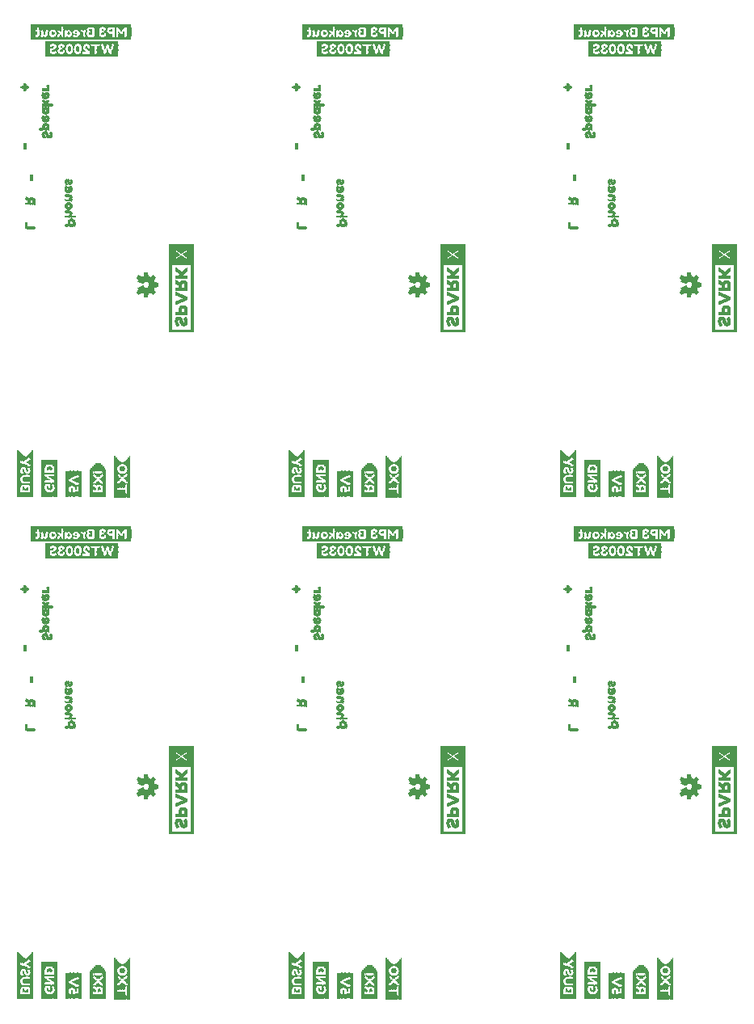
<source format=gbo>
G75*
%MOIN*%
%OFA0B0*%
%FSLAX25Y25*%
%IPPOS*%
%LPD*%
%AMOC8*
5,1,8,0,0,1.08239X$1,22.5*
%
%ADD10R,0.00157X0.15276*%
%ADD11R,0.00157X0.03307*%
%ADD12R,0.00157X0.11024*%
%ADD13R,0.00157X0.02992*%
%ADD14R,0.00157X0.01260*%
%ADD15R,0.00157X0.01890*%
%ADD16R,0.00157X0.00630*%
%ADD17R,0.00157X0.02677*%
%ADD18R,0.00157X0.00787*%
%ADD19R,0.00157X0.01575*%
%ADD20R,0.00157X0.00472*%
%ADD21R,0.00157X0.02520*%
%ADD22R,0.00157X0.01417*%
%ADD23R,0.00157X0.02205*%
%ADD24R,0.00157X0.02362*%
%ADD25R,0.00157X0.02047*%
%ADD26R,0.00157X0.01102*%
%ADD27R,0.00157X0.00945*%
%ADD28R,0.00157X0.02835*%
%ADD29R,0.00157X0.01732*%
%ADD30R,0.00157X0.00157*%
%ADD31R,0.00157X0.00315*%
%ADD32R,0.00157X0.03150*%
%ADD33R,0.00157X0.11339*%
%ADD34R,0.00157X0.11496*%
%ADD35R,0.00157X0.11811*%
%ADD36R,0.00157X0.11969*%
%ADD37R,0.00157X0.12126*%
%ADD38R,0.00157X0.12283*%
%ADD39R,0.00157X0.12441*%
%ADD40R,0.00157X0.05669*%
%ADD41R,0.00157X0.03622*%
%ADD42R,0.00157X0.03465*%
%ADD43R,0.00157X0.17165*%
%ADD44R,0.00157X0.17008*%
%ADD45R,0.00157X0.16850*%
%ADD46R,0.00157X0.16693*%
%ADD47R,0.00157X0.16535*%
%ADD48R,0.00157X0.16378*%
%ADD49R,0.00157X0.16220*%
%ADD50R,0.00157X0.06142*%
%ADD51R,0.00157X0.03937*%
%ADD52C,0.00039*%
%ADD53C,0.00299*%
%ADD54R,0.00157X0.19370*%
%ADD55R,0.00157X0.19213*%
%ADD56R,0.00157X0.19055*%
%ADD57R,0.00157X0.18898*%
%ADD58R,0.00157X0.18740*%
%ADD59R,0.00157X0.18583*%
%ADD60R,0.00157X0.18425*%
%ADD61R,0.00157X0.10394*%
%ADD62R,0.00197X0.02362*%
%ADD63R,0.00197X0.02559*%
%ADD64R,0.00197X0.02756*%
%ADD65R,0.00236X0.02756*%
%ADD66R,0.00197X0.00197*%
%ADD67R,0.00197X0.00984*%
%ADD68R,0.00197X0.01378*%
%ADD69R,0.00197X0.02953*%
%ADD70R,0.00236X0.03346*%
%ADD71R,0.00197X0.03346*%
%ADD72R,0.00236X0.01378*%
%ADD73R,0.00236X0.00591*%
%ADD74R,0.41417X0.00157*%
%ADD75R,0.28031X0.00157*%
%ADD76R,0.12756X0.00157*%
%ADD77R,0.11339X0.00157*%
%ADD78R,0.15748X0.00157*%
%ADD79R,0.12598X0.00157*%
%ADD80R,0.01890X0.00157*%
%ADD81R,0.02677X0.00157*%
%ADD82R,0.00630X0.00157*%
%ADD83R,0.02047X0.00157*%
%ADD84R,0.10236X0.00157*%
%ADD85R,0.01732X0.00157*%
%ADD86R,0.02362X0.00157*%
%ADD87R,0.00472X0.00157*%
%ADD88R,0.01417X0.00157*%
%ADD89R,0.09921X0.00157*%
%ADD90R,0.09134X0.00157*%
%ADD91R,0.02520X0.00157*%
%ADD92R,0.01102X0.00157*%
%ADD93R,0.02205X0.00157*%
%ADD94R,0.09764X0.00157*%
%ADD95R,0.00945X0.00157*%
%ADD96R,0.09606X0.00157*%
%ADD97R,0.00315X0.00157*%
%ADD98R,0.02835X0.00157*%
%ADD99R,0.01260X0.00157*%
%ADD100R,0.00787X0.00157*%
%ADD101R,0.01575X0.00157*%
%ADD102R,0.02992X0.00157*%
%ADD103R,0.03465X0.00157*%
%ADD104R,0.30079X0.00157*%
%ADD105R,0.04094X0.00157*%
%ADD106R,0.06142X0.00157*%
%ADD107R,0.03622X0.00157*%
%ADD108R,0.03307X0.00157*%
%ADD109R,0.03150X0.00157*%
%ADD110R,0.00157X0.10551*%
%ADD111R,0.00157X0.05197*%
D10*
X0075600Y0044528D03*
X0075758Y0044528D03*
X0075915Y0044528D03*
X0076073Y0044528D03*
X0076230Y0044528D03*
X0076388Y0044528D03*
X0076545Y0044528D03*
X0080955Y0044528D03*
X0081112Y0044528D03*
X0081270Y0044528D03*
X0081427Y0044528D03*
X0081585Y0044528D03*
X0081742Y0044528D03*
X0081900Y0044528D03*
X0187600Y0044528D03*
X0187758Y0044528D03*
X0187915Y0044528D03*
X0188073Y0044528D03*
X0188230Y0044528D03*
X0188388Y0044528D03*
X0188545Y0044528D03*
X0192955Y0044528D03*
X0193112Y0044528D03*
X0193270Y0044528D03*
X0193427Y0044528D03*
X0193585Y0044528D03*
X0193742Y0044528D03*
X0193900Y0044528D03*
X0299600Y0044528D03*
X0299758Y0044528D03*
X0299915Y0044528D03*
X0300073Y0044528D03*
X0300230Y0044528D03*
X0300388Y0044528D03*
X0300545Y0044528D03*
X0304955Y0044528D03*
X0305112Y0044528D03*
X0305270Y0044528D03*
X0305427Y0044528D03*
X0305585Y0044528D03*
X0305742Y0044528D03*
X0305900Y0044528D03*
X0305900Y0251528D03*
X0305742Y0251528D03*
X0305585Y0251528D03*
X0305427Y0251528D03*
X0305270Y0251528D03*
X0305112Y0251528D03*
X0304955Y0251528D03*
X0300545Y0251528D03*
X0300388Y0251528D03*
X0300230Y0251528D03*
X0300073Y0251528D03*
X0299915Y0251528D03*
X0299758Y0251528D03*
X0299600Y0251528D03*
X0193900Y0251528D03*
X0193742Y0251528D03*
X0193585Y0251528D03*
X0193427Y0251528D03*
X0193270Y0251528D03*
X0193112Y0251528D03*
X0192955Y0251528D03*
X0188545Y0251528D03*
X0188388Y0251528D03*
X0188230Y0251528D03*
X0188073Y0251528D03*
X0187915Y0251528D03*
X0187758Y0251528D03*
X0187600Y0251528D03*
X0081900Y0251528D03*
X0081742Y0251528D03*
X0081585Y0251528D03*
X0081427Y0251528D03*
X0081270Y0251528D03*
X0081112Y0251528D03*
X0080955Y0251528D03*
X0076545Y0251528D03*
X0076388Y0251528D03*
X0076230Y0251528D03*
X0076073Y0251528D03*
X0075915Y0251528D03*
X0075758Y0251528D03*
X0075600Y0251528D03*
D11*
X0076703Y0257512D03*
X0066860Y0260346D03*
X0080797Y0245543D03*
X0088120Y0245701D03*
X0087018Y0252945D03*
X0086860Y0252945D03*
X0098120Y0256094D03*
X0099380Y0256094D03*
X0106703Y0245201D03*
X0178860Y0260346D03*
X0188703Y0257512D03*
X0198860Y0252945D03*
X0199018Y0252945D03*
X0200120Y0245701D03*
X0192797Y0245543D03*
X0210120Y0256094D03*
X0211380Y0256094D03*
X0218703Y0245201D03*
X0290860Y0260346D03*
X0300703Y0257512D03*
X0310860Y0252945D03*
X0311018Y0252945D03*
X0312120Y0245701D03*
X0304797Y0245543D03*
X0322120Y0256094D03*
X0323380Y0256094D03*
X0330703Y0245201D03*
X0290860Y0053346D03*
X0300703Y0050512D03*
X0310860Y0045945D03*
X0311018Y0045945D03*
X0312120Y0038701D03*
X0304797Y0038543D03*
X0322120Y0049094D03*
X0323380Y0049094D03*
X0330703Y0038201D03*
X0218703Y0038201D03*
X0211380Y0049094D03*
X0210120Y0049094D03*
X0200120Y0038701D03*
X0199018Y0045945D03*
X0198860Y0045945D03*
X0192797Y0038543D03*
X0188703Y0050512D03*
X0178860Y0053346D03*
X0106703Y0038201D03*
X0099380Y0049094D03*
X0098120Y0049094D03*
X0087018Y0045945D03*
X0086860Y0045945D03*
X0088120Y0038701D03*
X0080797Y0038543D03*
X0076703Y0050512D03*
X0066860Y0053346D03*
D12*
X0080797Y0046654D03*
X0192797Y0046654D03*
X0304797Y0046654D03*
X0304797Y0253654D03*
X0192797Y0253654D03*
X0080797Y0253654D03*
D13*
X0080640Y0257669D03*
X0087490Y0253102D03*
X0087648Y0253102D03*
X0079380Y0248220D03*
X0079222Y0248220D03*
X0080640Y0245386D03*
X0067175Y0260189D03*
X0097648Y0255937D03*
X0099852Y0255937D03*
X0106860Y0257957D03*
X0108750Y0249138D03*
X0077750Y0202339D03*
X0077278Y0202339D03*
X0077593Y0196197D03*
X0077750Y0196197D03*
X0076648Y0196197D03*
X0076490Y0196197D03*
X0077278Y0192890D03*
X0077120Y0192732D03*
X0077750Y0192890D03*
X0076490Y0186276D03*
X0086620Y0163606D03*
X0086778Y0163606D03*
X0087093Y0160299D03*
X0086935Y0149906D03*
X0088510Y0149906D03*
X0088667Y0149906D03*
X0072167Y0158776D03*
X0072010Y0158776D03*
X0070593Y0158776D03*
X0070435Y0158776D03*
X0069805Y0158776D03*
X0069333Y0148776D03*
X0069175Y0148776D03*
X0069018Y0148776D03*
X0068860Y0148776D03*
X0067175Y0053189D03*
X0080640Y0050669D03*
X0087490Y0046102D03*
X0087648Y0046102D03*
X0079380Y0041220D03*
X0079222Y0041220D03*
X0080640Y0038386D03*
X0097648Y0048937D03*
X0099852Y0048937D03*
X0106860Y0050957D03*
X0108750Y0042138D03*
X0179175Y0053189D03*
X0192640Y0050669D03*
X0199490Y0046102D03*
X0199648Y0046102D03*
X0191380Y0041220D03*
X0191222Y0041220D03*
X0192640Y0038386D03*
X0209648Y0048937D03*
X0211852Y0048937D03*
X0218860Y0050957D03*
X0220750Y0042138D03*
X0291175Y0053189D03*
X0304640Y0050669D03*
X0311490Y0046102D03*
X0311648Y0046102D03*
X0304640Y0038386D03*
X0303380Y0041220D03*
X0303222Y0041220D03*
X0321648Y0048937D03*
X0323852Y0048937D03*
X0330860Y0050957D03*
X0332750Y0042138D03*
X0312667Y0149906D03*
X0312510Y0149906D03*
X0310935Y0149906D03*
X0311093Y0160299D03*
X0310778Y0163606D03*
X0310620Y0163606D03*
X0296167Y0158776D03*
X0296010Y0158776D03*
X0294593Y0158776D03*
X0294435Y0158776D03*
X0293805Y0158776D03*
X0293333Y0148776D03*
X0293175Y0148776D03*
X0293018Y0148776D03*
X0292860Y0148776D03*
X0300490Y0186276D03*
X0301120Y0192732D03*
X0301278Y0192890D03*
X0301750Y0192890D03*
X0301750Y0196197D03*
X0301593Y0196197D03*
X0300648Y0196197D03*
X0300490Y0196197D03*
X0301278Y0202339D03*
X0301750Y0202339D03*
X0304640Y0245386D03*
X0303380Y0248220D03*
X0303222Y0248220D03*
X0304640Y0257669D03*
X0311490Y0253102D03*
X0311648Y0253102D03*
X0321648Y0255937D03*
X0323852Y0255937D03*
X0330860Y0257957D03*
X0332750Y0249138D03*
X0291175Y0260189D03*
X0220750Y0249138D03*
X0218860Y0257957D03*
X0211852Y0255937D03*
X0209648Y0255937D03*
X0199648Y0253102D03*
X0199490Y0253102D03*
X0192640Y0257669D03*
X0191380Y0248220D03*
X0191222Y0248220D03*
X0192640Y0245386D03*
X0179175Y0260189D03*
X0189278Y0202339D03*
X0189750Y0202339D03*
X0189750Y0196197D03*
X0189593Y0196197D03*
X0188648Y0196197D03*
X0188490Y0196197D03*
X0189278Y0192890D03*
X0189120Y0192732D03*
X0189750Y0192890D03*
X0188490Y0186276D03*
X0198620Y0163606D03*
X0198778Y0163606D03*
X0199093Y0160299D03*
X0198935Y0149906D03*
X0200510Y0149906D03*
X0200667Y0149906D03*
X0184167Y0158776D03*
X0184010Y0158776D03*
X0182593Y0158776D03*
X0182435Y0158776D03*
X0181805Y0158776D03*
X0181333Y0148776D03*
X0181175Y0148776D03*
X0181018Y0148776D03*
X0180860Y0148776D03*
X0180860Y0355776D03*
X0181018Y0355776D03*
X0181175Y0355776D03*
X0181333Y0355776D03*
X0181805Y0365776D03*
X0182435Y0365776D03*
X0182593Y0365776D03*
X0184010Y0365776D03*
X0184167Y0365776D03*
X0199093Y0367299D03*
X0198778Y0370606D03*
X0198620Y0370606D03*
X0198935Y0356906D03*
X0200510Y0356906D03*
X0200667Y0356906D03*
X0188490Y0393276D03*
X0189120Y0399732D03*
X0189278Y0399890D03*
X0189750Y0399890D03*
X0189750Y0403197D03*
X0189593Y0403197D03*
X0188648Y0403197D03*
X0188490Y0403197D03*
X0189278Y0409339D03*
X0189750Y0409339D03*
X0086778Y0370606D03*
X0086620Y0370606D03*
X0087093Y0367299D03*
X0086935Y0356906D03*
X0088510Y0356906D03*
X0088667Y0356906D03*
X0072167Y0365776D03*
X0072010Y0365776D03*
X0070593Y0365776D03*
X0070435Y0365776D03*
X0069805Y0365776D03*
X0069333Y0355776D03*
X0069175Y0355776D03*
X0069018Y0355776D03*
X0068860Y0355776D03*
X0076490Y0393276D03*
X0077120Y0399732D03*
X0077278Y0399890D03*
X0077750Y0399890D03*
X0077750Y0403197D03*
X0077593Y0403197D03*
X0076648Y0403197D03*
X0076490Y0403197D03*
X0077278Y0409339D03*
X0077750Y0409339D03*
X0293805Y0365776D03*
X0294435Y0365776D03*
X0294593Y0365776D03*
X0296010Y0365776D03*
X0296167Y0365776D03*
X0293333Y0355776D03*
X0293175Y0355776D03*
X0293018Y0355776D03*
X0292860Y0355776D03*
X0310935Y0356906D03*
X0312510Y0356906D03*
X0312667Y0356906D03*
X0311093Y0367299D03*
X0310778Y0370606D03*
X0310620Y0370606D03*
X0300490Y0393276D03*
X0301120Y0399732D03*
X0301278Y0399890D03*
X0301750Y0399890D03*
X0301750Y0403197D03*
X0301593Y0403197D03*
X0300648Y0403197D03*
X0300490Y0403197D03*
X0301278Y0409339D03*
X0301750Y0409339D03*
D14*
X0301593Y0408472D03*
X0301593Y0411780D03*
X0301435Y0404063D03*
X0300805Y0404063D03*
X0300805Y0402173D03*
X0301435Y0402173D03*
X0301593Y0399024D03*
X0301593Y0397449D03*
X0300805Y0397449D03*
X0300805Y0395717D03*
X0302852Y0392409D03*
X0311093Y0373047D03*
X0311093Y0369740D03*
X0310148Y0369740D03*
X0309990Y0369898D03*
X0310305Y0364858D03*
X0310148Y0364701D03*
X0311093Y0364701D03*
X0311093Y0362969D03*
X0310148Y0362969D03*
X0309203Y0363913D03*
X0312195Y0357929D03*
X0295695Y0366799D03*
X0293490Y0366799D03*
X0293175Y0366957D03*
X0200195Y0357929D03*
X0199093Y0362969D03*
X0198148Y0362969D03*
X0197203Y0363913D03*
X0198148Y0364701D03*
X0198305Y0364858D03*
X0199093Y0364701D03*
X0199093Y0369740D03*
X0198148Y0369740D03*
X0197990Y0369898D03*
X0199093Y0373047D03*
X0183695Y0366799D03*
X0181490Y0366799D03*
X0181175Y0366957D03*
X0190852Y0392409D03*
X0188805Y0395717D03*
X0188805Y0397449D03*
X0189593Y0397449D03*
X0189593Y0399024D03*
X0189435Y0402173D03*
X0188805Y0402173D03*
X0188805Y0404063D03*
X0189435Y0404063D03*
X0189593Y0408472D03*
X0189593Y0411780D03*
X0087093Y0373047D03*
X0087093Y0369740D03*
X0086148Y0369740D03*
X0085990Y0369898D03*
X0086305Y0364858D03*
X0086148Y0364701D03*
X0087093Y0364701D03*
X0087093Y0362969D03*
X0086148Y0362969D03*
X0085203Y0363913D03*
X0088195Y0357929D03*
X0071695Y0366799D03*
X0069490Y0366799D03*
X0069175Y0366957D03*
X0078852Y0392409D03*
X0076805Y0395717D03*
X0076805Y0397449D03*
X0077593Y0397449D03*
X0077593Y0399024D03*
X0077435Y0402173D03*
X0076805Y0402173D03*
X0076805Y0404063D03*
X0077435Y0404063D03*
X0077593Y0408472D03*
X0077593Y0411780D03*
X0069537Y0260268D03*
X0069380Y0260110D03*
X0069222Y0259953D03*
X0070167Y0258220D03*
X0068750Y0256646D03*
X0067963Y0254598D03*
X0070640Y0248772D03*
X0068278Y0247354D03*
X0068120Y0247354D03*
X0067963Y0247354D03*
X0067805Y0247354D03*
X0076703Y0249244D03*
X0077805Y0247669D03*
X0080640Y0249244D03*
X0080010Y0251764D03*
X0077333Y0251449D03*
X0077175Y0251449D03*
X0077963Y0255543D03*
X0079380Y0255543D03*
X0088120Y0249087D03*
X0088278Y0249087D03*
X0088435Y0248929D03*
X0088593Y0248929D03*
X0088750Y0248772D03*
X0088907Y0248772D03*
X0089222Y0250819D03*
X0089380Y0250819D03*
X0097333Y0251134D03*
X0098278Y0252866D03*
X0099065Y0252866D03*
X0099222Y0252866D03*
X0099065Y0249559D03*
X0097963Y0249244D03*
X0097175Y0247354D03*
X0097018Y0247354D03*
X0096860Y0247354D03*
X0099065Y0247354D03*
X0099222Y0247354D03*
X0099380Y0247354D03*
X0099537Y0247354D03*
X0100640Y0248772D03*
X0107333Y0251264D03*
X0108593Y0252681D03*
X0108750Y0252681D03*
X0106860Y0253783D03*
X0107805Y0257878D03*
X0109695Y0257878D03*
X0077593Y0204780D03*
X0077593Y0201472D03*
X0077435Y0197063D03*
X0076805Y0197063D03*
X0076805Y0195173D03*
X0077435Y0195173D03*
X0077593Y0192024D03*
X0077593Y0190449D03*
X0076805Y0190449D03*
X0076805Y0188717D03*
X0078852Y0185409D03*
X0087093Y0166047D03*
X0087093Y0162740D03*
X0086148Y0162740D03*
X0085990Y0162898D03*
X0086305Y0157858D03*
X0086148Y0157701D03*
X0087093Y0157701D03*
X0087093Y0155969D03*
X0086148Y0155969D03*
X0085203Y0156913D03*
X0088195Y0150929D03*
X0071695Y0159799D03*
X0069490Y0159799D03*
X0069175Y0159957D03*
X0069537Y0053268D03*
X0069380Y0053110D03*
X0069222Y0052953D03*
X0070167Y0051220D03*
X0068750Y0049646D03*
X0067963Y0047598D03*
X0070640Y0041772D03*
X0068278Y0040354D03*
X0068120Y0040354D03*
X0067963Y0040354D03*
X0067805Y0040354D03*
X0076703Y0042244D03*
X0077805Y0040669D03*
X0080640Y0042244D03*
X0080010Y0044764D03*
X0077333Y0044449D03*
X0077175Y0044449D03*
X0077963Y0048543D03*
X0079380Y0048543D03*
X0088120Y0042087D03*
X0088278Y0042087D03*
X0088435Y0041929D03*
X0088593Y0041929D03*
X0088750Y0041772D03*
X0088907Y0041772D03*
X0089222Y0043819D03*
X0089380Y0043819D03*
X0097333Y0044134D03*
X0098278Y0045866D03*
X0099065Y0045866D03*
X0099222Y0045866D03*
X0099065Y0042559D03*
X0097963Y0042244D03*
X0097175Y0040354D03*
X0097018Y0040354D03*
X0096860Y0040354D03*
X0099065Y0040354D03*
X0099222Y0040354D03*
X0099380Y0040354D03*
X0099537Y0040354D03*
X0100640Y0041772D03*
X0107333Y0044264D03*
X0108593Y0045681D03*
X0108750Y0045681D03*
X0106860Y0046783D03*
X0107805Y0050878D03*
X0109695Y0050878D03*
X0179963Y0047598D03*
X0180750Y0049646D03*
X0182167Y0051220D03*
X0181222Y0052953D03*
X0181380Y0053110D03*
X0181537Y0053268D03*
X0189963Y0048543D03*
X0191380Y0048543D03*
X0192010Y0044764D03*
X0192640Y0042244D03*
X0189805Y0040669D03*
X0188703Y0042244D03*
X0189175Y0044449D03*
X0189333Y0044449D03*
X0182640Y0041772D03*
X0180278Y0040354D03*
X0180120Y0040354D03*
X0179963Y0040354D03*
X0179805Y0040354D03*
X0200120Y0042087D03*
X0200278Y0042087D03*
X0200435Y0041929D03*
X0200593Y0041929D03*
X0200750Y0041772D03*
X0200907Y0041772D03*
X0201222Y0043819D03*
X0201380Y0043819D03*
X0209333Y0044134D03*
X0210278Y0045866D03*
X0211065Y0045866D03*
X0211222Y0045866D03*
X0211065Y0042559D03*
X0209963Y0042244D03*
X0209175Y0040354D03*
X0209018Y0040354D03*
X0208860Y0040354D03*
X0211065Y0040354D03*
X0211222Y0040354D03*
X0211380Y0040354D03*
X0211537Y0040354D03*
X0212640Y0041772D03*
X0218860Y0046783D03*
X0220593Y0045681D03*
X0220750Y0045681D03*
X0219333Y0044264D03*
X0219805Y0050878D03*
X0221695Y0050878D03*
X0291963Y0047598D03*
X0292750Y0049646D03*
X0294167Y0051220D03*
X0293222Y0052953D03*
X0293380Y0053110D03*
X0293537Y0053268D03*
X0301963Y0048543D03*
X0303380Y0048543D03*
X0304010Y0044764D03*
X0304640Y0042244D03*
X0301805Y0040669D03*
X0300703Y0042244D03*
X0301175Y0044449D03*
X0301333Y0044449D03*
X0294640Y0041772D03*
X0292278Y0040354D03*
X0292120Y0040354D03*
X0291963Y0040354D03*
X0291805Y0040354D03*
X0312120Y0042087D03*
X0312278Y0042087D03*
X0312435Y0041929D03*
X0312593Y0041929D03*
X0312750Y0041772D03*
X0312907Y0041772D03*
X0313222Y0043819D03*
X0313380Y0043819D03*
X0321333Y0044134D03*
X0322278Y0045866D03*
X0323065Y0045866D03*
X0323222Y0045866D03*
X0323065Y0042559D03*
X0321963Y0042244D03*
X0321175Y0040354D03*
X0321018Y0040354D03*
X0320860Y0040354D03*
X0323065Y0040354D03*
X0323222Y0040354D03*
X0323380Y0040354D03*
X0323537Y0040354D03*
X0324640Y0041772D03*
X0331333Y0044264D03*
X0332593Y0045681D03*
X0332750Y0045681D03*
X0330860Y0046783D03*
X0331805Y0050878D03*
X0333695Y0050878D03*
X0312195Y0150929D03*
X0311093Y0155969D03*
X0310148Y0155969D03*
X0309203Y0156913D03*
X0310148Y0157701D03*
X0310305Y0157858D03*
X0311093Y0157701D03*
X0311093Y0162740D03*
X0310148Y0162740D03*
X0309990Y0162898D03*
X0311093Y0166047D03*
X0295695Y0159799D03*
X0293490Y0159799D03*
X0293175Y0159957D03*
X0302852Y0185409D03*
X0300805Y0188717D03*
X0300805Y0190449D03*
X0301593Y0190449D03*
X0301593Y0192024D03*
X0301435Y0195173D03*
X0300805Y0195173D03*
X0300805Y0197063D03*
X0301435Y0197063D03*
X0301593Y0201472D03*
X0301593Y0204780D03*
X0301805Y0247669D03*
X0300703Y0249244D03*
X0301175Y0251449D03*
X0301333Y0251449D03*
X0304010Y0251764D03*
X0304640Y0249244D03*
X0303380Y0255543D03*
X0301963Y0255543D03*
X0294167Y0258220D03*
X0293222Y0259953D03*
X0293380Y0260110D03*
X0293537Y0260268D03*
X0292750Y0256646D03*
X0291963Y0254598D03*
X0294640Y0248772D03*
X0292278Y0247354D03*
X0292120Y0247354D03*
X0291963Y0247354D03*
X0291805Y0247354D03*
X0312120Y0249087D03*
X0312278Y0249087D03*
X0312435Y0248929D03*
X0312593Y0248929D03*
X0312750Y0248772D03*
X0312907Y0248772D03*
X0313222Y0250819D03*
X0313380Y0250819D03*
X0321333Y0251134D03*
X0322278Y0252866D03*
X0323065Y0252866D03*
X0323222Y0252866D03*
X0323065Y0249559D03*
X0321963Y0249244D03*
X0321175Y0247354D03*
X0321018Y0247354D03*
X0320860Y0247354D03*
X0323065Y0247354D03*
X0323222Y0247354D03*
X0323380Y0247354D03*
X0323537Y0247354D03*
X0324640Y0248772D03*
X0331333Y0251264D03*
X0332593Y0252681D03*
X0332750Y0252681D03*
X0330860Y0253783D03*
X0331805Y0257878D03*
X0333695Y0257878D03*
X0221695Y0257878D03*
X0219805Y0257878D03*
X0218860Y0253783D03*
X0220593Y0252681D03*
X0220750Y0252681D03*
X0219333Y0251264D03*
X0212640Y0248772D03*
X0211065Y0249559D03*
X0209963Y0249244D03*
X0209333Y0251134D03*
X0210278Y0252866D03*
X0211065Y0252866D03*
X0211222Y0252866D03*
X0211222Y0247354D03*
X0211065Y0247354D03*
X0211380Y0247354D03*
X0211537Y0247354D03*
X0209175Y0247354D03*
X0209018Y0247354D03*
X0208860Y0247354D03*
X0200907Y0248772D03*
X0200750Y0248772D03*
X0200593Y0248929D03*
X0200435Y0248929D03*
X0200278Y0249087D03*
X0200120Y0249087D03*
X0201222Y0250819D03*
X0201380Y0250819D03*
X0192640Y0249244D03*
X0192010Y0251764D03*
X0189333Y0251449D03*
X0189175Y0251449D03*
X0188703Y0249244D03*
X0189805Y0247669D03*
X0182640Y0248772D03*
X0180278Y0247354D03*
X0180120Y0247354D03*
X0179963Y0247354D03*
X0179805Y0247354D03*
X0179963Y0254598D03*
X0180750Y0256646D03*
X0182167Y0258220D03*
X0181222Y0259953D03*
X0181380Y0260110D03*
X0181537Y0260268D03*
X0189963Y0255543D03*
X0191380Y0255543D03*
X0189593Y0204780D03*
X0189593Y0201472D03*
X0189435Y0197063D03*
X0188805Y0197063D03*
X0188805Y0195173D03*
X0189435Y0195173D03*
X0189593Y0192024D03*
X0189593Y0190449D03*
X0188805Y0190449D03*
X0188805Y0188717D03*
X0190852Y0185409D03*
X0199093Y0166047D03*
X0199093Y0162740D03*
X0198148Y0162740D03*
X0197990Y0162898D03*
X0198305Y0157858D03*
X0198148Y0157701D03*
X0199093Y0157701D03*
X0199093Y0155969D03*
X0198148Y0155969D03*
X0197203Y0156913D03*
X0200195Y0150929D03*
X0183695Y0159799D03*
X0181490Y0159799D03*
X0181175Y0159957D03*
D15*
X0197360Y0156913D03*
X0199880Y0156913D03*
X0197203Y0163843D03*
X0198305Y0166992D03*
X0189120Y0198953D03*
X0190380Y0202417D03*
X0190120Y0244835D03*
X0189963Y0244835D03*
X0189805Y0244835D03*
X0191380Y0244835D03*
X0191537Y0244835D03*
X0191695Y0244835D03*
X0192640Y0251606D03*
X0188703Y0251606D03*
X0182640Y0244835D03*
X0182482Y0244835D03*
X0182325Y0244835D03*
X0182167Y0244835D03*
X0182010Y0244835D03*
X0181852Y0244835D03*
X0181695Y0244835D03*
X0181537Y0244835D03*
X0181380Y0244835D03*
X0181222Y0244835D03*
X0181065Y0244835D03*
X0180907Y0244835D03*
X0180750Y0244835D03*
X0180593Y0244835D03*
X0180435Y0244835D03*
X0180278Y0244835D03*
X0180120Y0244835D03*
X0179963Y0244835D03*
X0179805Y0244835D03*
X0179648Y0244835D03*
X0179490Y0244835D03*
X0179333Y0244835D03*
X0179175Y0244835D03*
X0179018Y0244835D03*
X0178860Y0244835D03*
X0179018Y0256803D03*
X0180278Y0259638D03*
X0182482Y0260898D03*
X0182640Y0258220D03*
X0189805Y0258220D03*
X0189963Y0258220D03*
X0191537Y0258220D03*
X0191695Y0258220D03*
X0201695Y0253654D03*
X0201852Y0253654D03*
X0202640Y0253654D03*
X0202167Y0250819D03*
X0202010Y0250819D03*
X0199333Y0249244D03*
X0199648Y0244992D03*
X0201380Y0244992D03*
X0201537Y0244992D03*
X0201695Y0244992D03*
X0201852Y0244992D03*
X0202010Y0244992D03*
X0202167Y0244992D03*
X0202325Y0244992D03*
X0208860Y0244835D03*
X0209018Y0244835D03*
X0209175Y0244835D03*
X0209333Y0244835D03*
X0209490Y0244835D03*
X0209648Y0244835D03*
X0209805Y0244835D03*
X0209963Y0244835D03*
X0210120Y0244835D03*
X0210278Y0244835D03*
X0210435Y0244835D03*
X0210593Y0244835D03*
X0210750Y0244835D03*
X0210907Y0244835D03*
X0211065Y0244835D03*
X0211222Y0244835D03*
X0211380Y0244835D03*
X0211537Y0244835D03*
X0211695Y0244835D03*
X0211852Y0244835D03*
X0212010Y0244835D03*
X0212167Y0244835D03*
X0212325Y0244835D03*
X0212482Y0244835D03*
X0212640Y0244835D03*
X0212482Y0251134D03*
X0219490Y0248587D03*
X0222482Y0251264D03*
X0221222Y0255358D03*
X0220120Y0255358D03*
X0291018Y0256803D03*
X0292278Y0259638D03*
X0294482Y0260898D03*
X0294640Y0258220D03*
X0301805Y0258220D03*
X0301963Y0258220D03*
X0303537Y0258220D03*
X0303695Y0258220D03*
X0304640Y0251606D03*
X0300703Y0251606D03*
X0301805Y0244835D03*
X0301963Y0244835D03*
X0302120Y0244835D03*
X0303380Y0244835D03*
X0303537Y0244835D03*
X0303695Y0244835D03*
X0311648Y0244992D03*
X0313380Y0244992D03*
X0313537Y0244992D03*
X0313695Y0244992D03*
X0313852Y0244992D03*
X0314010Y0244992D03*
X0314167Y0244992D03*
X0314325Y0244992D03*
X0311333Y0249244D03*
X0314010Y0250819D03*
X0314167Y0250819D03*
X0313852Y0253654D03*
X0313695Y0253654D03*
X0314640Y0253654D03*
X0324482Y0251134D03*
X0324482Y0244835D03*
X0324325Y0244835D03*
X0324167Y0244835D03*
X0324010Y0244835D03*
X0323852Y0244835D03*
X0323695Y0244835D03*
X0323537Y0244835D03*
X0323380Y0244835D03*
X0323222Y0244835D03*
X0323065Y0244835D03*
X0322907Y0244835D03*
X0322750Y0244835D03*
X0322593Y0244835D03*
X0322435Y0244835D03*
X0322278Y0244835D03*
X0322120Y0244835D03*
X0321963Y0244835D03*
X0321805Y0244835D03*
X0321648Y0244835D03*
X0321490Y0244835D03*
X0321333Y0244835D03*
X0321175Y0244835D03*
X0321018Y0244835D03*
X0320860Y0244835D03*
X0324640Y0244835D03*
X0331490Y0248587D03*
X0334482Y0251264D03*
X0333222Y0255358D03*
X0332120Y0255358D03*
X0294640Y0244835D03*
X0294482Y0244835D03*
X0294325Y0244835D03*
X0294167Y0244835D03*
X0294010Y0244835D03*
X0293852Y0244835D03*
X0293695Y0244835D03*
X0293537Y0244835D03*
X0293380Y0244835D03*
X0293222Y0244835D03*
X0293065Y0244835D03*
X0292907Y0244835D03*
X0292750Y0244835D03*
X0292593Y0244835D03*
X0292435Y0244835D03*
X0292278Y0244835D03*
X0292120Y0244835D03*
X0291963Y0244835D03*
X0291805Y0244835D03*
X0291648Y0244835D03*
X0291490Y0244835D03*
X0291333Y0244835D03*
X0291175Y0244835D03*
X0291018Y0244835D03*
X0290860Y0244835D03*
X0302380Y0202417D03*
X0301120Y0198953D03*
X0310305Y0166992D03*
X0309203Y0163843D03*
X0309360Y0156913D03*
X0311880Y0156913D03*
X0294482Y0053898D03*
X0292278Y0052638D03*
X0294640Y0051220D03*
X0291018Y0049803D03*
X0301805Y0051220D03*
X0301963Y0051220D03*
X0303537Y0051220D03*
X0303695Y0051220D03*
X0304640Y0044606D03*
X0300703Y0044606D03*
X0301805Y0037835D03*
X0301963Y0037835D03*
X0302120Y0037835D03*
X0303380Y0037835D03*
X0303537Y0037835D03*
X0303695Y0037835D03*
X0311648Y0037992D03*
X0313380Y0037992D03*
X0313537Y0037992D03*
X0313695Y0037992D03*
X0313852Y0037992D03*
X0314010Y0037992D03*
X0314167Y0037992D03*
X0314325Y0037992D03*
X0311333Y0042244D03*
X0314010Y0043819D03*
X0314167Y0043819D03*
X0313852Y0046654D03*
X0313695Y0046654D03*
X0314640Y0046654D03*
X0320860Y0037835D03*
X0321018Y0037835D03*
X0321175Y0037835D03*
X0321333Y0037835D03*
X0321490Y0037835D03*
X0321648Y0037835D03*
X0321805Y0037835D03*
X0321963Y0037835D03*
X0322120Y0037835D03*
X0322278Y0037835D03*
X0322435Y0037835D03*
X0322593Y0037835D03*
X0322750Y0037835D03*
X0322907Y0037835D03*
X0323065Y0037835D03*
X0323222Y0037835D03*
X0323380Y0037835D03*
X0323537Y0037835D03*
X0323695Y0037835D03*
X0323852Y0037835D03*
X0324010Y0037835D03*
X0324167Y0037835D03*
X0324325Y0037835D03*
X0324482Y0037835D03*
X0324640Y0037835D03*
X0324482Y0044134D03*
X0331490Y0041587D03*
X0334482Y0044264D03*
X0333222Y0048358D03*
X0332120Y0048358D03*
X0294640Y0037835D03*
X0294482Y0037835D03*
X0294325Y0037835D03*
X0294167Y0037835D03*
X0294010Y0037835D03*
X0293852Y0037835D03*
X0293695Y0037835D03*
X0293537Y0037835D03*
X0293380Y0037835D03*
X0293222Y0037835D03*
X0293065Y0037835D03*
X0292907Y0037835D03*
X0292750Y0037835D03*
X0292593Y0037835D03*
X0292435Y0037835D03*
X0292278Y0037835D03*
X0292120Y0037835D03*
X0291963Y0037835D03*
X0291805Y0037835D03*
X0291648Y0037835D03*
X0291490Y0037835D03*
X0291333Y0037835D03*
X0291175Y0037835D03*
X0291018Y0037835D03*
X0290860Y0037835D03*
X0222482Y0044264D03*
X0219490Y0041587D03*
X0220120Y0048358D03*
X0221222Y0048358D03*
X0212482Y0044134D03*
X0212482Y0037835D03*
X0212325Y0037835D03*
X0212167Y0037835D03*
X0212010Y0037835D03*
X0211852Y0037835D03*
X0211695Y0037835D03*
X0211537Y0037835D03*
X0211380Y0037835D03*
X0211222Y0037835D03*
X0211065Y0037835D03*
X0210907Y0037835D03*
X0210750Y0037835D03*
X0210593Y0037835D03*
X0210435Y0037835D03*
X0210278Y0037835D03*
X0210120Y0037835D03*
X0209963Y0037835D03*
X0209805Y0037835D03*
X0209648Y0037835D03*
X0209490Y0037835D03*
X0209333Y0037835D03*
X0209175Y0037835D03*
X0209018Y0037835D03*
X0208860Y0037835D03*
X0212640Y0037835D03*
X0202325Y0037992D03*
X0202167Y0037992D03*
X0202010Y0037992D03*
X0201852Y0037992D03*
X0201695Y0037992D03*
X0201537Y0037992D03*
X0201380Y0037992D03*
X0199648Y0037992D03*
X0199333Y0042244D03*
X0202010Y0043819D03*
X0202167Y0043819D03*
X0201852Y0046654D03*
X0201695Y0046654D03*
X0202640Y0046654D03*
X0192640Y0044606D03*
X0188703Y0044606D03*
X0189805Y0051220D03*
X0189963Y0051220D03*
X0191537Y0051220D03*
X0191695Y0051220D03*
X0182640Y0051220D03*
X0182482Y0053898D03*
X0180278Y0052638D03*
X0179018Y0049803D03*
X0179018Y0037835D03*
X0179175Y0037835D03*
X0179333Y0037835D03*
X0179490Y0037835D03*
X0179648Y0037835D03*
X0179805Y0037835D03*
X0179963Y0037835D03*
X0180120Y0037835D03*
X0180278Y0037835D03*
X0180435Y0037835D03*
X0180593Y0037835D03*
X0180750Y0037835D03*
X0180907Y0037835D03*
X0181065Y0037835D03*
X0181222Y0037835D03*
X0181380Y0037835D03*
X0181537Y0037835D03*
X0181695Y0037835D03*
X0181852Y0037835D03*
X0182010Y0037835D03*
X0182167Y0037835D03*
X0182325Y0037835D03*
X0182482Y0037835D03*
X0182640Y0037835D03*
X0178860Y0037835D03*
X0189805Y0037835D03*
X0189963Y0037835D03*
X0190120Y0037835D03*
X0191380Y0037835D03*
X0191537Y0037835D03*
X0191695Y0037835D03*
X0110482Y0044264D03*
X0107490Y0041587D03*
X0100482Y0044134D03*
X0100482Y0037835D03*
X0100325Y0037835D03*
X0100167Y0037835D03*
X0100010Y0037835D03*
X0099852Y0037835D03*
X0099695Y0037835D03*
X0099537Y0037835D03*
X0099380Y0037835D03*
X0099222Y0037835D03*
X0099065Y0037835D03*
X0098907Y0037835D03*
X0098750Y0037835D03*
X0098593Y0037835D03*
X0098435Y0037835D03*
X0098278Y0037835D03*
X0098120Y0037835D03*
X0097963Y0037835D03*
X0097805Y0037835D03*
X0097648Y0037835D03*
X0097490Y0037835D03*
X0097333Y0037835D03*
X0097175Y0037835D03*
X0097018Y0037835D03*
X0096860Y0037835D03*
X0100640Y0037835D03*
X0108120Y0048358D03*
X0109222Y0048358D03*
X0090640Y0046654D03*
X0089852Y0046654D03*
X0089695Y0046654D03*
X0090010Y0043819D03*
X0090167Y0043819D03*
X0087333Y0042244D03*
X0087648Y0037992D03*
X0089380Y0037992D03*
X0089537Y0037992D03*
X0089695Y0037992D03*
X0089852Y0037992D03*
X0090010Y0037992D03*
X0090167Y0037992D03*
X0090325Y0037992D03*
X0079695Y0037835D03*
X0079537Y0037835D03*
X0079380Y0037835D03*
X0078120Y0037835D03*
X0077963Y0037835D03*
X0077805Y0037835D03*
X0076703Y0044606D03*
X0080640Y0044606D03*
X0079695Y0051220D03*
X0079537Y0051220D03*
X0077963Y0051220D03*
X0077805Y0051220D03*
X0070640Y0051220D03*
X0070482Y0053898D03*
X0068278Y0052638D03*
X0067018Y0049803D03*
X0067018Y0037835D03*
X0067175Y0037835D03*
X0067333Y0037835D03*
X0067490Y0037835D03*
X0067648Y0037835D03*
X0067805Y0037835D03*
X0067963Y0037835D03*
X0068120Y0037835D03*
X0068278Y0037835D03*
X0068435Y0037835D03*
X0068593Y0037835D03*
X0068750Y0037835D03*
X0068907Y0037835D03*
X0069065Y0037835D03*
X0069222Y0037835D03*
X0069380Y0037835D03*
X0069537Y0037835D03*
X0069695Y0037835D03*
X0069852Y0037835D03*
X0070010Y0037835D03*
X0070167Y0037835D03*
X0070325Y0037835D03*
X0070482Y0037835D03*
X0070640Y0037835D03*
X0066860Y0037835D03*
X0085360Y0156913D03*
X0087880Y0156913D03*
X0085203Y0163843D03*
X0086305Y0166992D03*
X0077120Y0198953D03*
X0078380Y0202417D03*
X0078120Y0244835D03*
X0077963Y0244835D03*
X0077805Y0244835D03*
X0079380Y0244835D03*
X0079537Y0244835D03*
X0079695Y0244835D03*
X0080640Y0251606D03*
X0076703Y0251606D03*
X0077805Y0258220D03*
X0077963Y0258220D03*
X0079537Y0258220D03*
X0079695Y0258220D03*
X0070640Y0258220D03*
X0070482Y0260898D03*
X0068278Y0259638D03*
X0067018Y0256803D03*
X0067018Y0244835D03*
X0067175Y0244835D03*
X0067333Y0244835D03*
X0067490Y0244835D03*
X0067648Y0244835D03*
X0067805Y0244835D03*
X0067963Y0244835D03*
X0068120Y0244835D03*
X0068278Y0244835D03*
X0068435Y0244835D03*
X0068593Y0244835D03*
X0068750Y0244835D03*
X0068907Y0244835D03*
X0069065Y0244835D03*
X0069222Y0244835D03*
X0069380Y0244835D03*
X0069537Y0244835D03*
X0069695Y0244835D03*
X0069852Y0244835D03*
X0070010Y0244835D03*
X0070167Y0244835D03*
X0070325Y0244835D03*
X0070482Y0244835D03*
X0070640Y0244835D03*
X0066860Y0244835D03*
X0087648Y0244992D03*
X0089380Y0244992D03*
X0089537Y0244992D03*
X0089695Y0244992D03*
X0089852Y0244992D03*
X0090010Y0244992D03*
X0090167Y0244992D03*
X0090325Y0244992D03*
X0087333Y0249244D03*
X0090010Y0250819D03*
X0090167Y0250819D03*
X0089852Y0253654D03*
X0089695Y0253654D03*
X0090640Y0253654D03*
X0100482Y0251134D03*
X0100482Y0244835D03*
X0100325Y0244835D03*
X0100167Y0244835D03*
X0100010Y0244835D03*
X0099852Y0244835D03*
X0099695Y0244835D03*
X0099537Y0244835D03*
X0099380Y0244835D03*
X0099222Y0244835D03*
X0099065Y0244835D03*
X0098907Y0244835D03*
X0098750Y0244835D03*
X0098593Y0244835D03*
X0098435Y0244835D03*
X0098278Y0244835D03*
X0098120Y0244835D03*
X0097963Y0244835D03*
X0097805Y0244835D03*
X0097648Y0244835D03*
X0097490Y0244835D03*
X0097333Y0244835D03*
X0097175Y0244835D03*
X0097018Y0244835D03*
X0096860Y0244835D03*
X0100640Y0244835D03*
X0107490Y0248587D03*
X0110482Y0251264D03*
X0109222Y0255358D03*
X0108120Y0255358D03*
X0087880Y0363913D03*
X0085360Y0363913D03*
X0085203Y0370843D03*
X0086305Y0373992D03*
X0077120Y0405953D03*
X0078380Y0409417D03*
X0189120Y0405953D03*
X0190380Y0409417D03*
X0198305Y0373992D03*
X0197203Y0370843D03*
X0197360Y0363913D03*
X0199880Y0363913D03*
X0301120Y0405953D03*
X0302380Y0409417D03*
X0310305Y0373992D03*
X0309203Y0370843D03*
X0309360Y0363913D03*
X0311880Y0363913D03*
D16*
X0313455Y0359504D03*
X0309045Y0370843D03*
X0309990Y0372890D03*
X0292703Y0366957D03*
X0292703Y0364752D03*
X0300963Y0392252D03*
X0302695Y0393984D03*
X0300490Y0400756D03*
X0299703Y0407213D03*
X0302380Y0407055D03*
X0300490Y0410205D03*
X0201455Y0359504D03*
X0197045Y0370843D03*
X0197990Y0372890D03*
X0180703Y0366957D03*
X0180703Y0364752D03*
X0188963Y0392252D03*
X0190695Y0393984D03*
X0188490Y0400756D03*
X0187703Y0407213D03*
X0190380Y0407055D03*
X0188490Y0410205D03*
X0085990Y0372890D03*
X0085045Y0370843D03*
X0089455Y0359504D03*
X0068703Y0364752D03*
X0068703Y0366957D03*
X0076963Y0392252D03*
X0078695Y0393984D03*
X0076490Y0400756D03*
X0075703Y0407213D03*
X0078380Y0407055D03*
X0076490Y0410205D03*
X0070010Y0256173D03*
X0069852Y0254756D03*
X0070482Y0253339D03*
X0068750Y0253339D03*
X0067963Y0253181D03*
X0067333Y0253024D03*
X0067648Y0249244D03*
X0067805Y0249244D03*
X0068593Y0249087D03*
X0068750Y0249087D03*
X0069065Y0249087D03*
X0069222Y0249087D03*
X0069380Y0249087D03*
X0069695Y0249087D03*
X0069852Y0249087D03*
X0070010Y0249087D03*
X0068435Y0247039D03*
X0077018Y0249402D03*
X0079065Y0249402D03*
X0079852Y0249402D03*
X0080010Y0249402D03*
X0080167Y0249402D03*
X0080325Y0249402D03*
X0078120Y0251134D03*
X0079222Y0252079D03*
X0080640Y0253654D03*
X0077648Y0255228D03*
X0076860Y0253654D03*
X0088593Y0250819D03*
X0088750Y0250819D03*
X0090640Y0248614D03*
X0088278Y0247039D03*
X0097490Y0249087D03*
X0100010Y0249087D03*
X0100167Y0248929D03*
X0099852Y0253181D03*
X0097648Y0253181D03*
X0107175Y0253626D03*
X0107490Y0253469D03*
X0107648Y0253311D03*
X0107805Y0253154D03*
X0109852Y0253311D03*
X0110010Y0253469D03*
X0110167Y0253626D03*
X0109222Y0257720D03*
X0109065Y0257720D03*
X0108907Y0257720D03*
X0108750Y0257720D03*
X0108593Y0257720D03*
X0108435Y0257720D03*
X0108278Y0257720D03*
X0076490Y0203205D03*
X0075703Y0200213D03*
X0078380Y0200055D03*
X0076490Y0193756D03*
X0078695Y0186984D03*
X0076963Y0185252D03*
X0085990Y0165890D03*
X0085045Y0163843D03*
X0089455Y0152504D03*
X0068703Y0157752D03*
X0068703Y0159957D03*
X0180703Y0159957D03*
X0180703Y0157752D03*
X0197045Y0163843D03*
X0197990Y0165890D03*
X0201455Y0152504D03*
X0188963Y0185252D03*
X0190695Y0186984D03*
X0188490Y0193756D03*
X0187703Y0200213D03*
X0190380Y0200055D03*
X0188490Y0203205D03*
X0180435Y0247039D03*
X0180593Y0249087D03*
X0180750Y0249087D03*
X0181065Y0249087D03*
X0181222Y0249087D03*
X0181380Y0249087D03*
X0181695Y0249087D03*
X0181852Y0249087D03*
X0182010Y0249087D03*
X0179805Y0249244D03*
X0179648Y0249244D03*
X0179333Y0253024D03*
X0179963Y0253181D03*
X0180750Y0253339D03*
X0182482Y0253339D03*
X0181852Y0254756D03*
X0182010Y0256173D03*
X0188860Y0253654D03*
X0189648Y0255228D03*
X0192640Y0253654D03*
X0191222Y0252079D03*
X0190120Y0251134D03*
X0191065Y0249402D03*
X0191852Y0249402D03*
X0192010Y0249402D03*
X0192167Y0249402D03*
X0192325Y0249402D03*
X0189018Y0249402D03*
X0200278Y0247039D03*
X0202640Y0248614D03*
X0200750Y0250819D03*
X0200593Y0250819D03*
X0209490Y0249087D03*
X0212010Y0249087D03*
X0212167Y0248929D03*
X0211852Y0253181D03*
X0209648Y0253181D03*
X0219175Y0253626D03*
X0219490Y0253469D03*
X0219648Y0253311D03*
X0219805Y0253154D03*
X0221852Y0253311D03*
X0222010Y0253469D03*
X0222167Y0253626D03*
X0221222Y0257720D03*
X0221065Y0257720D03*
X0220907Y0257720D03*
X0220750Y0257720D03*
X0220593Y0257720D03*
X0220435Y0257720D03*
X0220278Y0257720D03*
X0291333Y0253024D03*
X0291963Y0253181D03*
X0292750Y0253339D03*
X0294482Y0253339D03*
X0293852Y0254756D03*
X0294010Y0256173D03*
X0294010Y0249087D03*
X0293852Y0249087D03*
X0293695Y0249087D03*
X0293380Y0249087D03*
X0293222Y0249087D03*
X0293065Y0249087D03*
X0292750Y0249087D03*
X0292593Y0249087D03*
X0291805Y0249244D03*
X0291648Y0249244D03*
X0292435Y0247039D03*
X0301018Y0249402D03*
X0303065Y0249402D03*
X0303852Y0249402D03*
X0304010Y0249402D03*
X0304167Y0249402D03*
X0304325Y0249402D03*
X0302120Y0251134D03*
X0303222Y0252079D03*
X0304640Y0253654D03*
X0301648Y0255228D03*
X0300860Y0253654D03*
X0312593Y0250819D03*
X0312750Y0250819D03*
X0314640Y0248614D03*
X0312278Y0247039D03*
X0321490Y0249087D03*
X0324010Y0249087D03*
X0324167Y0248929D03*
X0323852Y0253181D03*
X0321648Y0253181D03*
X0331175Y0253626D03*
X0331490Y0253469D03*
X0331648Y0253311D03*
X0331805Y0253154D03*
X0333852Y0253311D03*
X0334010Y0253469D03*
X0334167Y0253626D03*
X0333222Y0257720D03*
X0333065Y0257720D03*
X0332907Y0257720D03*
X0332750Y0257720D03*
X0332593Y0257720D03*
X0332435Y0257720D03*
X0332278Y0257720D03*
X0300490Y0203205D03*
X0299703Y0200213D03*
X0302380Y0200055D03*
X0300490Y0193756D03*
X0302695Y0186984D03*
X0300963Y0185252D03*
X0309990Y0165890D03*
X0309045Y0163843D03*
X0313455Y0152504D03*
X0292703Y0157752D03*
X0292703Y0159957D03*
X0294010Y0049173D03*
X0293852Y0047756D03*
X0294482Y0046339D03*
X0292750Y0046339D03*
X0291963Y0046181D03*
X0291333Y0046024D03*
X0291648Y0042244D03*
X0291805Y0042244D03*
X0292593Y0042087D03*
X0292750Y0042087D03*
X0293065Y0042087D03*
X0293222Y0042087D03*
X0293380Y0042087D03*
X0293695Y0042087D03*
X0293852Y0042087D03*
X0294010Y0042087D03*
X0292435Y0040039D03*
X0301018Y0042402D03*
X0303065Y0042402D03*
X0303852Y0042402D03*
X0304010Y0042402D03*
X0304167Y0042402D03*
X0304325Y0042402D03*
X0302120Y0044134D03*
X0303222Y0045079D03*
X0304640Y0046654D03*
X0301648Y0048228D03*
X0300860Y0046654D03*
X0312593Y0043819D03*
X0312750Y0043819D03*
X0314640Y0041614D03*
X0312278Y0040039D03*
X0321490Y0042087D03*
X0324010Y0042087D03*
X0324167Y0041929D03*
X0323852Y0046181D03*
X0321648Y0046181D03*
X0331175Y0046626D03*
X0331490Y0046469D03*
X0331648Y0046311D03*
X0331805Y0046154D03*
X0333852Y0046311D03*
X0334010Y0046469D03*
X0334167Y0046626D03*
X0333222Y0050720D03*
X0333065Y0050720D03*
X0332907Y0050720D03*
X0332750Y0050720D03*
X0332593Y0050720D03*
X0332435Y0050720D03*
X0332278Y0050720D03*
X0222167Y0046626D03*
X0222010Y0046469D03*
X0221852Y0046311D03*
X0219805Y0046154D03*
X0219648Y0046311D03*
X0219490Y0046469D03*
X0219175Y0046626D03*
X0220278Y0050720D03*
X0220435Y0050720D03*
X0220593Y0050720D03*
X0220750Y0050720D03*
X0220907Y0050720D03*
X0221065Y0050720D03*
X0221222Y0050720D03*
X0211852Y0046181D03*
X0209648Y0046181D03*
X0209490Y0042087D03*
X0212010Y0042087D03*
X0212167Y0041929D03*
X0202640Y0041614D03*
X0200278Y0040039D03*
X0200593Y0043819D03*
X0200750Y0043819D03*
X0192325Y0042402D03*
X0192167Y0042402D03*
X0192010Y0042402D03*
X0191852Y0042402D03*
X0191065Y0042402D03*
X0190120Y0044134D03*
X0191222Y0045079D03*
X0192640Y0046654D03*
X0189648Y0048228D03*
X0188860Y0046654D03*
X0189018Y0042402D03*
X0182010Y0042087D03*
X0181852Y0042087D03*
X0181695Y0042087D03*
X0181380Y0042087D03*
X0181222Y0042087D03*
X0181065Y0042087D03*
X0180750Y0042087D03*
X0180593Y0042087D03*
X0179805Y0042244D03*
X0179648Y0042244D03*
X0180435Y0040039D03*
X0179333Y0046024D03*
X0179963Y0046181D03*
X0180750Y0046339D03*
X0182482Y0046339D03*
X0181852Y0047756D03*
X0182010Y0049173D03*
X0110167Y0046626D03*
X0110010Y0046469D03*
X0109852Y0046311D03*
X0107805Y0046154D03*
X0107648Y0046311D03*
X0107490Y0046469D03*
X0107175Y0046626D03*
X0108278Y0050720D03*
X0108435Y0050720D03*
X0108593Y0050720D03*
X0108750Y0050720D03*
X0108907Y0050720D03*
X0109065Y0050720D03*
X0109222Y0050720D03*
X0099852Y0046181D03*
X0097648Y0046181D03*
X0097490Y0042087D03*
X0100010Y0042087D03*
X0100167Y0041929D03*
X0090640Y0041614D03*
X0088278Y0040039D03*
X0088593Y0043819D03*
X0088750Y0043819D03*
X0080325Y0042402D03*
X0080167Y0042402D03*
X0080010Y0042402D03*
X0079852Y0042402D03*
X0079065Y0042402D03*
X0078120Y0044134D03*
X0079222Y0045079D03*
X0080640Y0046654D03*
X0077648Y0048228D03*
X0076860Y0046654D03*
X0077018Y0042402D03*
X0070010Y0042087D03*
X0069852Y0042087D03*
X0069695Y0042087D03*
X0069380Y0042087D03*
X0069222Y0042087D03*
X0069065Y0042087D03*
X0068750Y0042087D03*
X0068593Y0042087D03*
X0067805Y0042244D03*
X0067648Y0042244D03*
X0068435Y0040039D03*
X0067333Y0046024D03*
X0067963Y0046181D03*
X0068750Y0046339D03*
X0070482Y0046339D03*
X0069852Y0047756D03*
X0070010Y0049173D03*
D17*
X0067490Y0053031D03*
X0080482Y0050827D03*
X0088120Y0046260D03*
X0088278Y0046260D03*
X0097333Y0048780D03*
X0100167Y0048780D03*
X0107018Y0050957D03*
X0108278Y0041980D03*
X0108435Y0041980D03*
X0109065Y0041980D03*
X0080482Y0038228D03*
X0179490Y0053031D03*
X0192482Y0050827D03*
X0200120Y0046260D03*
X0200278Y0046260D03*
X0209333Y0048780D03*
X0212167Y0048780D03*
X0219018Y0050957D03*
X0220278Y0041980D03*
X0220435Y0041980D03*
X0221065Y0041980D03*
X0192482Y0038228D03*
X0291490Y0053031D03*
X0304482Y0050827D03*
X0312120Y0046260D03*
X0312278Y0046260D03*
X0321333Y0048780D03*
X0324167Y0048780D03*
X0331018Y0050957D03*
X0332278Y0041980D03*
X0332435Y0041980D03*
X0333065Y0041980D03*
X0304482Y0038228D03*
X0293490Y0148618D03*
X0296482Y0158618D03*
X0309833Y0163606D03*
X0310305Y0163449D03*
X0311565Y0160142D03*
X0311565Y0153370D03*
X0310620Y0149748D03*
X0312982Y0149748D03*
X0303010Y0186118D03*
X0303167Y0186276D03*
X0300175Y0186276D03*
X0300175Y0189425D03*
X0300333Y0189425D03*
X0302065Y0189425D03*
X0302065Y0192890D03*
X0301907Y0192890D03*
X0300175Y0192890D03*
X0300018Y0196354D03*
X0302222Y0196354D03*
X0301907Y0202339D03*
X0304482Y0245228D03*
X0312120Y0253260D03*
X0312278Y0253260D03*
X0304482Y0257827D03*
X0291490Y0260031D03*
X0321333Y0255780D03*
X0324167Y0255780D03*
X0331018Y0257957D03*
X0332278Y0248980D03*
X0332435Y0248980D03*
X0333065Y0248980D03*
X0293490Y0355618D03*
X0296482Y0365618D03*
X0309833Y0370606D03*
X0310305Y0370449D03*
X0311565Y0367142D03*
X0311565Y0360370D03*
X0310620Y0356748D03*
X0312982Y0356748D03*
X0303010Y0393118D03*
X0303167Y0393276D03*
X0300175Y0393276D03*
X0300175Y0396425D03*
X0300333Y0396425D03*
X0302065Y0396425D03*
X0302065Y0399890D03*
X0301907Y0399890D03*
X0300175Y0399890D03*
X0300018Y0403354D03*
X0302222Y0403354D03*
X0301907Y0409339D03*
X0200982Y0356748D03*
X0198620Y0356748D03*
X0199565Y0360370D03*
X0199565Y0367142D03*
X0198305Y0370449D03*
X0197833Y0370606D03*
X0184482Y0365618D03*
X0181490Y0355618D03*
X0188175Y0393276D03*
X0191010Y0393118D03*
X0191167Y0393276D03*
X0190065Y0396425D03*
X0188333Y0396425D03*
X0188175Y0396425D03*
X0188175Y0399890D03*
X0189907Y0399890D03*
X0190065Y0399890D03*
X0190222Y0403354D03*
X0188018Y0403354D03*
X0189907Y0409339D03*
X0086305Y0370449D03*
X0085833Y0370606D03*
X0087565Y0367142D03*
X0087565Y0360370D03*
X0086620Y0356748D03*
X0088982Y0356748D03*
X0072482Y0365618D03*
X0069490Y0355618D03*
X0076175Y0393276D03*
X0079010Y0393118D03*
X0079167Y0393276D03*
X0078065Y0396425D03*
X0076333Y0396425D03*
X0076175Y0396425D03*
X0076175Y0399890D03*
X0077907Y0399890D03*
X0078065Y0399890D03*
X0078222Y0403354D03*
X0076018Y0403354D03*
X0077907Y0409339D03*
X0067490Y0260031D03*
X0080482Y0257827D03*
X0088120Y0253260D03*
X0088278Y0253260D03*
X0097333Y0255780D03*
X0100167Y0255780D03*
X0107018Y0257957D03*
X0108278Y0248980D03*
X0108435Y0248980D03*
X0109065Y0248980D03*
X0080482Y0245228D03*
X0077907Y0202339D03*
X0078222Y0196354D03*
X0076018Y0196354D03*
X0076175Y0192890D03*
X0077907Y0192890D03*
X0078065Y0192890D03*
X0078065Y0189425D03*
X0076333Y0189425D03*
X0076175Y0189425D03*
X0076175Y0186276D03*
X0079010Y0186118D03*
X0079167Y0186276D03*
X0085833Y0163606D03*
X0086305Y0163449D03*
X0087565Y0160142D03*
X0087565Y0153370D03*
X0086620Y0149748D03*
X0088982Y0149748D03*
X0072482Y0158618D03*
X0069490Y0148618D03*
X0181490Y0148618D03*
X0184482Y0158618D03*
X0197833Y0163606D03*
X0198305Y0163449D03*
X0199565Y0160142D03*
X0199565Y0153370D03*
X0198620Y0149748D03*
X0200982Y0149748D03*
X0191010Y0186118D03*
X0191167Y0186276D03*
X0188175Y0186276D03*
X0188175Y0189425D03*
X0188333Y0189425D03*
X0190065Y0189425D03*
X0190065Y0192890D03*
X0189907Y0192890D03*
X0188175Y0192890D03*
X0188018Y0196354D03*
X0190222Y0196354D03*
X0189907Y0202339D03*
X0192482Y0245228D03*
X0200120Y0253260D03*
X0200278Y0253260D03*
X0209333Y0255780D03*
X0212167Y0255780D03*
X0219018Y0257957D03*
X0220278Y0248980D03*
X0220435Y0248980D03*
X0221065Y0248980D03*
X0192482Y0257827D03*
X0179490Y0260031D03*
D18*
X0181695Y0258142D03*
X0181852Y0256252D03*
X0182640Y0253417D03*
X0180593Y0253417D03*
X0179175Y0252945D03*
X0179648Y0251213D03*
X0179490Y0249323D03*
X0180907Y0249008D03*
X0182167Y0249008D03*
X0182325Y0249008D03*
X0189648Y0247748D03*
X0191695Y0249323D03*
X0192482Y0249323D03*
X0191380Y0252000D03*
X0189963Y0251213D03*
X0189805Y0251213D03*
X0188703Y0253575D03*
X0199648Y0246961D03*
X0201852Y0248535D03*
X0208703Y0249165D03*
X0209648Y0249165D03*
X0211537Y0249323D03*
X0211695Y0249323D03*
X0211852Y0249165D03*
X0212325Y0248850D03*
X0211852Y0251213D03*
X0211695Y0253102D03*
X0209805Y0253102D03*
X0208703Y0253260D03*
X0209648Y0251213D03*
X0219018Y0253705D03*
X0219963Y0253075D03*
X0221537Y0253075D03*
X0221695Y0253232D03*
X0222325Y0253705D03*
X0221852Y0251343D03*
X0219648Y0251343D03*
X0219648Y0255437D03*
X0220120Y0257799D03*
X0221380Y0257799D03*
X0190537Y0204701D03*
X0187703Y0204701D03*
X0187545Y0202496D03*
X0187703Y0198559D03*
X0187703Y0197142D03*
X0190537Y0197142D03*
X0190537Y0195882D03*
X0191955Y0198559D03*
X0187545Y0193047D03*
X0190537Y0189740D03*
X0190537Y0188638D03*
X0197203Y0161244D03*
X0197203Y0159354D03*
X0200037Y0159354D03*
X0197203Y0154472D03*
X0197203Y0152425D03*
X0200037Y0153685D03*
X0197203Y0148961D03*
X0181695Y0051142D03*
X0181852Y0049252D03*
X0182640Y0046417D03*
X0180593Y0046417D03*
X0179175Y0045945D03*
X0179648Y0044213D03*
X0179490Y0042323D03*
X0180907Y0042008D03*
X0182167Y0042008D03*
X0182325Y0042008D03*
X0189648Y0040748D03*
X0191695Y0042323D03*
X0192482Y0042323D03*
X0191380Y0045000D03*
X0189963Y0044213D03*
X0189805Y0044213D03*
X0188703Y0046575D03*
X0199648Y0039961D03*
X0201852Y0041535D03*
X0208703Y0042165D03*
X0209648Y0042165D03*
X0211537Y0042323D03*
X0211695Y0042323D03*
X0211852Y0042165D03*
X0212325Y0041850D03*
X0211852Y0044213D03*
X0211695Y0046102D03*
X0209805Y0046102D03*
X0208703Y0046260D03*
X0209648Y0044213D03*
X0219018Y0046705D03*
X0219963Y0046075D03*
X0221537Y0046075D03*
X0221695Y0046232D03*
X0222325Y0046705D03*
X0221852Y0044343D03*
X0219648Y0044343D03*
X0219648Y0048437D03*
X0220120Y0050799D03*
X0221380Y0050799D03*
X0291175Y0045945D03*
X0292593Y0046417D03*
X0294640Y0046417D03*
X0293852Y0049252D03*
X0293695Y0051142D03*
X0291648Y0044213D03*
X0291490Y0042323D03*
X0292907Y0042008D03*
X0294167Y0042008D03*
X0294325Y0042008D03*
X0301648Y0040748D03*
X0303695Y0042323D03*
X0304482Y0042323D03*
X0303380Y0045000D03*
X0301963Y0044213D03*
X0301805Y0044213D03*
X0300703Y0046575D03*
X0311648Y0039961D03*
X0313852Y0041535D03*
X0320703Y0042165D03*
X0321648Y0042165D03*
X0323537Y0042323D03*
X0323695Y0042323D03*
X0323852Y0042165D03*
X0324325Y0041850D03*
X0323852Y0044213D03*
X0323695Y0046102D03*
X0321805Y0046102D03*
X0320703Y0046260D03*
X0321648Y0044213D03*
X0331018Y0046705D03*
X0331963Y0046075D03*
X0333537Y0046075D03*
X0333695Y0046232D03*
X0334325Y0046705D03*
X0333852Y0044343D03*
X0331648Y0044343D03*
X0331648Y0048437D03*
X0332120Y0050799D03*
X0333380Y0050799D03*
X0309203Y0148961D03*
X0309203Y0152425D03*
X0309203Y0154472D03*
X0312037Y0153685D03*
X0312037Y0159354D03*
X0309203Y0159354D03*
X0309203Y0161244D03*
X0302537Y0188638D03*
X0302537Y0189740D03*
X0299545Y0193047D03*
X0299703Y0197142D03*
X0299703Y0198559D03*
X0302537Y0197142D03*
X0302537Y0195882D03*
X0303955Y0198559D03*
X0299545Y0202496D03*
X0299703Y0204701D03*
X0302537Y0204701D03*
X0301648Y0247748D03*
X0303695Y0249323D03*
X0304482Y0249323D03*
X0303380Y0252000D03*
X0301963Y0251213D03*
X0301805Y0251213D03*
X0300703Y0253575D03*
X0294640Y0253417D03*
X0292593Y0253417D03*
X0291175Y0252945D03*
X0291648Y0251213D03*
X0291490Y0249323D03*
X0292907Y0249008D03*
X0294167Y0249008D03*
X0294325Y0249008D03*
X0293852Y0256252D03*
X0293695Y0258142D03*
X0311648Y0246961D03*
X0313852Y0248535D03*
X0320703Y0249165D03*
X0321648Y0249165D03*
X0323537Y0249323D03*
X0323695Y0249323D03*
X0323852Y0249165D03*
X0324325Y0248850D03*
X0323852Y0251213D03*
X0323695Y0253102D03*
X0321805Y0253102D03*
X0320703Y0253260D03*
X0321648Y0251213D03*
X0331018Y0253705D03*
X0331963Y0253075D03*
X0333537Y0253075D03*
X0333695Y0253232D03*
X0334325Y0253705D03*
X0333852Y0251343D03*
X0331648Y0251343D03*
X0331648Y0255437D03*
X0332120Y0257799D03*
X0333380Y0257799D03*
X0309203Y0355961D03*
X0309203Y0359425D03*
X0309203Y0361472D03*
X0312037Y0360685D03*
X0312037Y0366354D03*
X0309203Y0366354D03*
X0309203Y0368244D03*
X0302537Y0395638D03*
X0302537Y0396740D03*
X0299545Y0400047D03*
X0299703Y0404142D03*
X0299703Y0405559D03*
X0302537Y0404142D03*
X0302537Y0402882D03*
X0303955Y0405559D03*
X0299545Y0409496D03*
X0299703Y0411701D03*
X0302537Y0411701D03*
X0200037Y0366354D03*
X0197203Y0366354D03*
X0197203Y0368244D03*
X0197203Y0361472D03*
X0197203Y0359425D03*
X0200037Y0360685D03*
X0197203Y0355961D03*
X0190537Y0395638D03*
X0190537Y0396740D03*
X0187545Y0400047D03*
X0187703Y0404142D03*
X0187703Y0405559D03*
X0190537Y0404142D03*
X0190537Y0402882D03*
X0191955Y0405559D03*
X0187545Y0409496D03*
X0187703Y0411701D03*
X0190537Y0411701D03*
X0088037Y0366354D03*
X0085203Y0366354D03*
X0085203Y0368244D03*
X0085203Y0361472D03*
X0085203Y0359425D03*
X0088037Y0360685D03*
X0085203Y0355961D03*
X0078537Y0395638D03*
X0078537Y0396740D03*
X0075545Y0400047D03*
X0075703Y0404142D03*
X0075703Y0405559D03*
X0078537Y0404142D03*
X0078537Y0402882D03*
X0079955Y0405559D03*
X0075545Y0409496D03*
X0075703Y0411701D03*
X0078537Y0411701D03*
X0069695Y0258142D03*
X0069852Y0256252D03*
X0070640Y0253417D03*
X0068593Y0253417D03*
X0067175Y0252945D03*
X0067648Y0251213D03*
X0067490Y0249323D03*
X0068907Y0249008D03*
X0070167Y0249008D03*
X0070325Y0249008D03*
X0077648Y0247748D03*
X0079695Y0249323D03*
X0080482Y0249323D03*
X0079380Y0252000D03*
X0077963Y0251213D03*
X0077805Y0251213D03*
X0076703Y0253575D03*
X0087648Y0246961D03*
X0089852Y0248535D03*
X0096703Y0249165D03*
X0097648Y0249165D03*
X0099537Y0249323D03*
X0099695Y0249323D03*
X0099852Y0249165D03*
X0100325Y0248850D03*
X0099852Y0251213D03*
X0099695Y0253102D03*
X0097805Y0253102D03*
X0096703Y0253260D03*
X0097648Y0251213D03*
X0107018Y0253705D03*
X0107963Y0253075D03*
X0109537Y0253075D03*
X0109695Y0253232D03*
X0110325Y0253705D03*
X0109852Y0251343D03*
X0107648Y0251343D03*
X0107648Y0255437D03*
X0108120Y0257799D03*
X0109380Y0257799D03*
X0078537Y0204701D03*
X0075703Y0204701D03*
X0075545Y0202496D03*
X0075703Y0198559D03*
X0075703Y0197142D03*
X0078537Y0197142D03*
X0078537Y0195882D03*
X0079955Y0198559D03*
X0075545Y0193047D03*
X0078537Y0189740D03*
X0078537Y0188638D03*
X0085203Y0161244D03*
X0085203Y0159354D03*
X0088037Y0159354D03*
X0085203Y0154472D03*
X0085203Y0152425D03*
X0088037Y0153685D03*
X0085203Y0148961D03*
X0069695Y0051142D03*
X0069852Y0049252D03*
X0070640Y0046417D03*
X0068593Y0046417D03*
X0067175Y0045945D03*
X0067648Y0044213D03*
X0067490Y0042323D03*
X0068907Y0042008D03*
X0070167Y0042008D03*
X0070325Y0042008D03*
X0077648Y0040748D03*
X0079695Y0042323D03*
X0080482Y0042323D03*
X0079380Y0045000D03*
X0077963Y0044213D03*
X0077805Y0044213D03*
X0076703Y0046575D03*
X0087648Y0039961D03*
X0089852Y0041535D03*
X0096703Y0042165D03*
X0097648Y0042165D03*
X0099537Y0042323D03*
X0099695Y0042323D03*
X0099852Y0042165D03*
X0100325Y0041850D03*
X0099852Y0044213D03*
X0099695Y0046102D03*
X0097805Y0046102D03*
X0096703Y0046260D03*
X0097648Y0044213D03*
X0107018Y0046705D03*
X0107963Y0046075D03*
X0109537Y0046075D03*
X0109695Y0046232D03*
X0110325Y0046705D03*
X0109852Y0044343D03*
X0107648Y0044343D03*
X0107648Y0048437D03*
X0108120Y0050799D03*
X0109380Y0050799D03*
D19*
X0109852Y0050878D03*
X0110325Y0044264D03*
X0110325Y0037335D03*
X0110482Y0037335D03*
X0100325Y0044134D03*
X0098750Y0042717D03*
X0098593Y0042559D03*
X0098278Y0042402D03*
X0096703Y0040354D03*
X0098593Y0045709D03*
X0098750Y0045709D03*
X0090325Y0046811D03*
X0089695Y0043819D03*
X0089222Y0041457D03*
X0087648Y0042244D03*
X0087333Y0037835D03*
X0078278Y0040512D03*
X0078120Y0040512D03*
X0080482Y0044606D03*
X0079065Y0048701D03*
X0078907Y0048701D03*
X0078750Y0048701D03*
X0078593Y0048701D03*
X0078435Y0048701D03*
X0068907Y0049488D03*
X0068120Y0049961D03*
X0067963Y0049961D03*
X0067805Y0049961D03*
X0067648Y0049961D03*
X0067490Y0049961D03*
X0067333Y0049961D03*
X0068750Y0052795D03*
X0070167Y0053740D03*
X0066860Y0046024D03*
X0089297Y0149512D03*
X0072797Y0158382D03*
X0085203Y0166677D03*
X0088037Y0166677D03*
X0078222Y0185567D03*
X0077278Y0186984D03*
X0078537Y0192969D03*
X0078537Y0202417D03*
X0087333Y0244835D03*
X0089222Y0248457D03*
X0087648Y0249244D03*
X0089695Y0250819D03*
X0090325Y0253811D03*
X0098593Y0252709D03*
X0098750Y0252709D03*
X0100325Y0251134D03*
X0098750Y0249717D03*
X0098593Y0249559D03*
X0098278Y0249402D03*
X0096703Y0247354D03*
X0110325Y0244335D03*
X0110482Y0244335D03*
X0110325Y0251264D03*
X0109852Y0257878D03*
X0080482Y0251606D03*
X0079065Y0255701D03*
X0078907Y0255701D03*
X0078750Y0255701D03*
X0078593Y0255701D03*
X0078435Y0255701D03*
X0078278Y0247512D03*
X0078120Y0247512D03*
X0066860Y0253024D03*
X0067333Y0256961D03*
X0067490Y0256961D03*
X0067648Y0256961D03*
X0067805Y0256961D03*
X0067963Y0256961D03*
X0068120Y0256961D03*
X0068907Y0256488D03*
X0068750Y0259795D03*
X0070167Y0260740D03*
X0089297Y0356512D03*
X0088037Y0373677D03*
X0085203Y0373677D03*
X0072797Y0365382D03*
X0078222Y0392567D03*
X0077278Y0393984D03*
X0078537Y0399969D03*
X0078537Y0409417D03*
X0184797Y0365382D03*
X0197203Y0373677D03*
X0200037Y0373677D03*
X0201297Y0356512D03*
X0190222Y0392567D03*
X0189278Y0393984D03*
X0190537Y0399969D03*
X0190537Y0409417D03*
X0296797Y0365382D03*
X0309203Y0373677D03*
X0312037Y0373677D03*
X0313297Y0356512D03*
X0302222Y0392567D03*
X0301278Y0393984D03*
X0302537Y0399969D03*
X0302537Y0409417D03*
X0294167Y0260740D03*
X0292750Y0259795D03*
X0292120Y0256961D03*
X0291963Y0256961D03*
X0291805Y0256961D03*
X0291648Y0256961D03*
X0291490Y0256961D03*
X0291333Y0256961D03*
X0292907Y0256488D03*
X0290860Y0253024D03*
X0302435Y0255701D03*
X0302593Y0255701D03*
X0302750Y0255701D03*
X0302907Y0255701D03*
X0303065Y0255701D03*
X0304482Y0251606D03*
X0302278Y0247512D03*
X0302120Y0247512D03*
X0311333Y0244835D03*
X0313222Y0248457D03*
X0311648Y0249244D03*
X0313695Y0250819D03*
X0314325Y0253811D03*
X0322593Y0252709D03*
X0322750Y0252709D03*
X0324325Y0251134D03*
X0322750Y0249717D03*
X0322593Y0249559D03*
X0322278Y0249402D03*
X0320703Y0247354D03*
X0334325Y0244335D03*
X0334482Y0244335D03*
X0334325Y0251264D03*
X0333852Y0257878D03*
X0302537Y0202417D03*
X0302537Y0192969D03*
X0301278Y0186984D03*
X0302222Y0185567D03*
X0309203Y0166677D03*
X0312037Y0166677D03*
X0296797Y0158382D03*
X0313297Y0149512D03*
X0294167Y0053740D03*
X0292750Y0052795D03*
X0292120Y0049961D03*
X0291963Y0049961D03*
X0291805Y0049961D03*
X0291648Y0049961D03*
X0291490Y0049961D03*
X0291333Y0049961D03*
X0292907Y0049488D03*
X0290860Y0046024D03*
X0302435Y0048701D03*
X0302593Y0048701D03*
X0302750Y0048701D03*
X0302907Y0048701D03*
X0303065Y0048701D03*
X0304482Y0044606D03*
X0302278Y0040512D03*
X0302120Y0040512D03*
X0311333Y0037835D03*
X0313222Y0041457D03*
X0311648Y0042244D03*
X0313695Y0043819D03*
X0314325Y0046811D03*
X0322593Y0045709D03*
X0322750Y0045709D03*
X0324325Y0044134D03*
X0322750Y0042717D03*
X0322593Y0042559D03*
X0322278Y0042402D03*
X0320703Y0040354D03*
X0334325Y0037335D03*
X0334482Y0037335D03*
X0334325Y0044264D03*
X0333852Y0050878D03*
X0222325Y0044264D03*
X0221852Y0050878D03*
X0212325Y0044134D03*
X0210750Y0042717D03*
X0210593Y0042559D03*
X0210278Y0042402D03*
X0208703Y0040354D03*
X0210593Y0045709D03*
X0210750Y0045709D03*
X0202325Y0046811D03*
X0201695Y0043819D03*
X0201222Y0041457D03*
X0199648Y0042244D03*
X0199333Y0037835D03*
X0192482Y0044606D03*
X0191065Y0048701D03*
X0190907Y0048701D03*
X0190750Y0048701D03*
X0190593Y0048701D03*
X0190435Y0048701D03*
X0190278Y0040512D03*
X0190120Y0040512D03*
X0178860Y0046024D03*
X0179333Y0049961D03*
X0179490Y0049961D03*
X0179648Y0049961D03*
X0179805Y0049961D03*
X0179963Y0049961D03*
X0180120Y0049961D03*
X0180907Y0049488D03*
X0180750Y0052795D03*
X0182167Y0053740D03*
X0222325Y0037335D03*
X0222482Y0037335D03*
X0201297Y0149512D03*
X0200037Y0166677D03*
X0197203Y0166677D03*
X0184797Y0158382D03*
X0190222Y0185567D03*
X0189278Y0186984D03*
X0190537Y0192969D03*
X0190537Y0202417D03*
X0199333Y0244835D03*
X0201222Y0248457D03*
X0199648Y0249244D03*
X0201695Y0250819D03*
X0202325Y0253811D03*
X0210593Y0252709D03*
X0210750Y0252709D03*
X0212325Y0251134D03*
X0210750Y0249717D03*
X0210593Y0249559D03*
X0210278Y0249402D03*
X0208703Y0247354D03*
X0222325Y0244335D03*
X0222482Y0244335D03*
X0222325Y0251264D03*
X0221852Y0257878D03*
X0192482Y0251606D03*
X0191065Y0255701D03*
X0190907Y0255701D03*
X0190750Y0255701D03*
X0190593Y0255701D03*
X0190435Y0255701D03*
X0190278Y0247512D03*
X0190120Y0247512D03*
X0178860Y0253024D03*
X0179333Y0256961D03*
X0179490Y0256961D03*
X0179648Y0256961D03*
X0179805Y0256961D03*
X0179963Y0256961D03*
X0180120Y0256961D03*
X0180907Y0256488D03*
X0180750Y0259795D03*
X0182167Y0260740D03*
D20*
X0181537Y0258142D03*
X0182482Y0256094D03*
X0182325Y0253260D03*
X0182167Y0253260D03*
X0180907Y0253260D03*
X0179805Y0253102D03*
X0179648Y0253102D03*
X0179490Y0252945D03*
X0179963Y0249165D03*
X0180120Y0249165D03*
X0180278Y0249165D03*
X0180435Y0249165D03*
X0181537Y0249165D03*
X0181065Y0246961D03*
X0180907Y0246961D03*
X0180750Y0246961D03*
X0180593Y0246961D03*
X0189175Y0249480D03*
X0189333Y0249480D03*
X0189490Y0249480D03*
X0189648Y0249480D03*
X0189805Y0249480D03*
X0189963Y0249480D03*
X0190120Y0249480D03*
X0190278Y0249480D03*
X0190435Y0249480D03*
X0190593Y0249480D03*
X0190750Y0249480D03*
X0190907Y0249480D03*
X0190278Y0251055D03*
X0190907Y0252157D03*
X0191065Y0252157D03*
X0191065Y0253575D03*
X0191222Y0253575D03*
X0191380Y0253575D03*
X0191537Y0253575D03*
X0191695Y0253575D03*
X0191852Y0253575D03*
X0192010Y0253575D03*
X0192167Y0253575D03*
X0192325Y0253575D03*
X0192482Y0253575D03*
X0190907Y0253575D03*
X0190750Y0253575D03*
X0190593Y0253575D03*
X0190435Y0253575D03*
X0190278Y0253575D03*
X0190120Y0253575D03*
X0189963Y0253575D03*
X0189805Y0253575D03*
X0189648Y0253575D03*
X0189490Y0253575D03*
X0189333Y0253575D03*
X0189175Y0253575D03*
X0189018Y0253575D03*
X0202010Y0248535D03*
X0202167Y0248535D03*
X0202325Y0248535D03*
X0202482Y0248535D03*
X0208860Y0253260D03*
X0209490Y0253260D03*
X0209805Y0251213D03*
X0211695Y0251213D03*
X0212010Y0253260D03*
X0212640Y0253260D03*
X0219333Y0253547D03*
X0219805Y0251343D03*
X0221695Y0251343D03*
X0222010Y0249295D03*
X0222640Y0249295D03*
X0187703Y0189740D03*
X0197990Y0164551D03*
X0110640Y0249295D03*
X0110010Y0249295D03*
X0109695Y0251343D03*
X0107805Y0251343D03*
X0107333Y0253547D03*
X0100640Y0253260D03*
X0100010Y0253260D03*
X0099695Y0251213D03*
X0097805Y0251213D03*
X0097490Y0253260D03*
X0096860Y0253260D03*
X0090482Y0248535D03*
X0090325Y0248535D03*
X0090167Y0248535D03*
X0090010Y0248535D03*
X0080482Y0253575D03*
X0080325Y0253575D03*
X0080167Y0253575D03*
X0080010Y0253575D03*
X0079852Y0253575D03*
X0079695Y0253575D03*
X0079537Y0253575D03*
X0079380Y0253575D03*
X0079222Y0253575D03*
X0079065Y0253575D03*
X0078907Y0253575D03*
X0078750Y0253575D03*
X0078593Y0253575D03*
X0078435Y0253575D03*
X0078278Y0253575D03*
X0078120Y0253575D03*
X0077963Y0253575D03*
X0077805Y0253575D03*
X0077648Y0253575D03*
X0077490Y0253575D03*
X0077333Y0253575D03*
X0077175Y0253575D03*
X0077018Y0253575D03*
X0078907Y0252157D03*
X0079065Y0252157D03*
X0078278Y0251055D03*
X0078278Y0249480D03*
X0078435Y0249480D03*
X0078593Y0249480D03*
X0078750Y0249480D03*
X0078907Y0249480D03*
X0078120Y0249480D03*
X0077963Y0249480D03*
X0077805Y0249480D03*
X0077648Y0249480D03*
X0077490Y0249480D03*
X0077333Y0249480D03*
X0077175Y0249480D03*
X0069537Y0249165D03*
X0068435Y0249165D03*
X0068278Y0249165D03*
X0068120Y0249165D03*
X0067963Y0249165D03*
X0068593Y0246961D03*
X0068750Y0246961D03*
X0068907Y0246961D03*
X0069065Y0246961D03*
X0067490Y0252945D03*
X0067648Y0253102D03*
X0067805Y0253102D03*
X0068907Y0253260D03*
X0070167Y0253260D03*
X0070325Y0253260D03*
X0070482Y0256094D03*
X0069537Y0258142D03*
X0075703Y0189740D03*
X0085990Y0164551D03*
X0069537Y0051142D03*
X0070482Y0049094D03*
X0070325Y0046260D03*
X0070167Y0046260D03*
X0068907Y0046260D03*
X0067805Y0046102D03*
X0067648Y0046102D03*
X0067490Y0045945D03*
X0067963Y0042165D03*
X0068120Y0042165D03*
X0068278Y0042165D03*
X0068435Y0042165D03*
X0069537Y0042165D03*
X0069065Y0039961D03*
X0068907Y0039961D03*
X0068750Y0039961D03*
X0068593Y0039961D03*
X0077175Y0042480D03*
X0077333Y0042480D03*
X0077490Y0042480D03*
X0077648Y0042480D03*
X0077805Y0042480D03*
X0077963Y0042480D03*
X0078120Y0042480D03*
X0078278Y0042480D03*
X0078435Y0042480D03*
X0078593Y0042480D03*
X0078750Y0042480D03*
X0078907Y0042480D03*
X0078278Y0044055D03*
X0078907Y0045157D03*
X0079065Y0045157D03*
X0079065Y0046575D03*
X0079222Y0046575D03*
X0079380Y0046575D03*
X0079537Y0046575D03*
X0079695Y0046575D03*
X0079852Y0046575D03*
X0080010Y0046575D03*
X0080167Y0046575D03*
X0080325Y0046575D03*
X0080482Y0046575D03*
X0078907Y0046575D03*
X0078750Y0046575D03*
X0078593Y0046575D03*
X0078435Y0046575D03*
X0078278Y0046575D03*
X0078120Y0046575D03*
X0077963Y0046575D03*
X0077805Y0046575D03*
X0077648Y0046575D03*
X0077490Y0046575D03*
X0077333Y0046575D03*
X0077175Y0046575D03*
X0077018Y0046575D03*
X0090010Y0041535D03*
X0090167Y0041535D03*
X0090325Y0041535D03*
X0090482Y0041535D03*
X0097805Y0044213D03*
X0099695Y0044213D03*
X0100010Y0046260D03*
X0100640Y0046260D03*
X0097490Y0046260D03*
X0096860Y0046260D03*
X0107333Y0046547D03*
X0107805Y0044343D03*
X0109695Y0044343D03*
X0110010Y0042295D03*
X0110640Y0042295D03*
X0179490Y0045945D03*
X0179648Y0046102D03*
X0179805Y0046102D03*
X0180907Y0046260D03*
X0182167Y0046260D03*
X0182325Y0046260D03*
X0182482Y0049094D03*
X0181537Y0051142D03*
X0189018Y0046575D03*
X0189175Y0046575D03*
X0189333Y0046575D03*
X0189490Y0046575D03*
X0189648Y0046575D03*
X0189805Y0046575D03*
X0189963Y0046575D03*
X0190120Y0046575D03*
X0190278Y0046575D03*
X0190435Y0046575D03*
X0190593Y0046575D03*
X0190750Y0046575D03*
X0190907Y0046575D03*
X0191065Y0046575D03*
X0191222Y0046575D03*
X0191380Y0046575D03*
X0191537Y0046575D03*
X0191695Y0046575D03*
X0191852Y0046575D03*
X0192010Y0046575D03*
X0192167Y0046575D03*
X0192325Y0046575D03*
X0192482Y0046575D03*
X0191065Y0045157D03*
X0190907Y0045157D03*
X0190278Y0044055D03*
X0190278Y0042480D03*
X0190435Y0042480D03*
X0190593Y0042480D03*
X0190750Y0042480D03*
X0190907Y0042480D03*
X0190120Y0042480D03*
X0189963Y0042480D03*
X0189805Y0042480D03*
X0189648Y0042480D03*
X0189490Y0042480D03*
X0189333Y0042480D03*
X0189175Y0042480D03*
X0181537Y0042165D03*
X0180435Y0042165D03*
X0180278Y0042165D03*
X0180120Y0042165D03*
X0179963Y0042165D03*
X0180593Y0039961D03*
X0180750Y0039961D03*
X0180907Y0039961D03*
X0181065Y0039961D03*
X0202010Y0041535D03*
X0202167Y0041535D03*
X0202325Y0041535D03*
X0202482Y0041535D03*
X0208860Y0046260D03*
X0209490Y0046260D03*
X0209805Y0044213D03*
X0211695Y0044213D03*
X0212010Y0046260D03*
X0212640Y0046260D03*
X0219333Y0046547D03*
X0219805Y0044343D03*
X0221695Y0044343D03*
X0222010Y0042295D03*
X0222640Y0042295D03*
X0291490Y0045945D03*
X0291648Y0046102D03*
X0291805Y0046102D03*
X0292907Y0046260D03*
X0294167Y0046260D03*
X0294325Y0046260D03*
X0294482Y0049094D03*
X0293537Y0051142D03*
X0301018Y0046575D03*
X0301175Y0046575D03*
X0301333Y0046575D03*
X0301490Y0046575D03*
X0301648Y0046575D03*
X0301805Y0046575D03*
X0301963Y0046575D03*
X0302120Y0046575D03*
X0302278Y0046575D03*
X0302435Y0046575D03*
X0302593Y0046575D03*
X0302750Y0046575D03*
X0302907Y0046575D03*
X0303065Y0046575D03*
X0303222Y0046575D03*
X0303380Y0046575D03*
X0303537Y0046575D03*
X0303695Y0046575D03*
X0303852Y0046575D03*
X0304010Y0046575D03*
X0304167Y0046575D03*
X0304325Y0046575D03*
X0304482Y0046575D03*
X0303065Y0045157D03*
X0302907Y0045157D03*
X0302278Y0044055D03*
X0302278Y0042480D03*
X0302435Y0042480D03*
X0302593Y0042480D03*
X0302750Y0042480D03*
X0302907Y0042480D03*
X0302120Y0042480D03*
X0301963Y0042480D03*
X0301805Y0042480D03*
X0301648Y0042480D03*
X0301490Y0042480D03*
X0301333Y0042480D03*
X0301175Y0042480D03*
X0293537Y0042165D03*
X0292435Y0042165D03*
X0292278Y0042165D03*
X0292120Y0042165D03*
X0291963Y0042165D03*
X0292593Y0039961D03*
X0292750Y0039961D03*
X0292907Y0039961D03*
X0293065Y0039961D03*
X0314010Y0041535D03*
X0314167Y0041535D03*
X0314325Y0041535D03*
X0314482Y0041535D03*
X0321805Y0044213D03*
X0323695Y0044213D03*
X0324010Y0046260D03*
X0324640Y0046260D03*
X0321490Y0046260D03*
X0320860Y0046260D03*
X0331333Y0046547D03*
X0331805Y0044343D03*
X0333695Y0044343D03*
X0334010Y0042295D03*
X0334640Y0042295D03*
X0309990Y0164551D03*
X0299703Y0189740D03*
X0293065Y0246961D03*
X0292907Y0246961D03*
X0292750Y0246961D03*
X0292593Y0246961D03*
X0292435Y0249165D03*
X0292278Y0249165D03*
X0292120Y0249165D03*
X0291963Y0249165D03*
X0293537Y0249165D03*
X0292907Y0253260D03*
X0291805Y0253102D03*
X0291648Y0253102D03*
X0291490Y0252945D03*
X0294167Y0253260D03*
X0294325Y0253260D03*
X0294482Y0256094D03*
X0293537Y0258142D03*
X0301018Y0253575D03*
X0301175Y0253575D03*
X0301333Y0253575D03*
X0301490Y0253575D03*
X0301648Y0253575D03*
X0301805Y0253575D03*
X0301963Y0253575D03*
X0302120Y0253575D03*
X0302278Y0253575D03*
X0302435Y0253575D03*
X0302593Y0253575D03*
X0302750Y0253575D03*
X0302907Y0253575D03*
X0303065Y0253575D03*
X0303222Y0253575D03*
X0303380Y0253575D03*
X0303537Y0253575D03*
X0303695Y0253575D03*
X0303852Y0253575D03*
X0304010Y0253575D03*
X0304167Y0253575D03*
X0304325Y0253575D03*
X0304482Y0253575D03*
X0303065Y0252157D03*
X0302907Y0252157D03*
X0302278Y0251055D03*
X0302278Y0249480D03*
X0302435Y0249480D03*
X0302593Y0249480D03*
X0302750Y0249480D03*
X0302907Y0249480D03*
X0302120Y0249480D03*
X0301963Y0249480D03*
X0301805Y0249480D03*
X0301648Y0249480D03*
X0301490Y0249480D03*
X0301333Y0249480D03*
X0301175Y0249480D03*
X0314010Y0248535D03*
X0314167Y0248535D03*
X0314325Y0248535D03*
X0314482Y0248535D03*
X0321805Y0251213D03*
X0323695Y0251213D03*
X0324010Y0253260D03*
X0324640Y0253260D03*
X0321490Y0253260D03*
X0320860Y0253260D03*
X0331333Y0253547D03*
X0331805Y0251343D03*
X0333695Y0251343D03*
X0334010Y0249295D03*
X0334640Y0249295D03*
X0309990Y0371551D03*
X0299703Y0396740D03*
X0197990Y0371551D03*
X0187703Y0396740D03*
X0085990Y0371551D03*
X0075703Y0396740D03*
D21*
X0076018Y0396346D03*
X0078222Y0396346D03*
X0079325Y0393197D03*
X0076805Y0399654D03*
X0076333Y0399811D03*
X0076018Y0399969D03*
X0075860Y0403433D03*
X0078380Y0403433D03*
X0077750Y0406268D03*
X0076490Y0406268D03*
X0076805Y0409102D03*
X0076333Y0409260D03*
X0076175Y0409417D03*
X0076018Y0409417D03*
X0078065Y0409417D03*
X0085675Y0373677D03*
X0085833Y0373677D03*
X0085675Y0370685D03*
X0087565Y0370685D03*
X0087722Y0367063D03*
X0087565Y0363913D03*
X0085675Y0363913D03*
X0087722Y0360291D03*
X0086463Y0356669D03*
X0070797Y0260898D03*
X0067648Y0259953D03*
X0069380Y0255701D03*
X0069537Y0255543D03*
X0077018Y0257906D03*
X0080325Y0257906D03*
X0088435Y0253339D03*
X0088593Y0253339D03*
X0090640Y0250819D03*
X0097175Y0255701D03*
X0100325Y0255701D03*
X0108120Y0248902D03*
X0109222Y0248902D03*
X0080325Y0245150D03*
X0077018Y0245150D03*
X0076175Y0202417D03*
X0076018Y0202417D03*
X0076333Y0202260D03*
X0076805Y0202102D03*
X0078065Y0202417D03*
X0077750Y0199268D03*
X0076490Y0199268D03*
X0075860Y0196433D03*
X0078380Y0196433D03*
X0076805Y0192654D03*
X0076333Y0192811D03*
X0076018Y0192969D03*
X0076018Y0189346D03*
X0078222Y0189346D03*
X0079325Y0186197D03*
X0085675Y0166677D03*
X0085833Y0166677D03*
X0085675Y0163685D03*
X0087565Y0163685D03*
X0087722Y0160063D03*
X0087565Y0156913D03*
X0085675Y0156913D03*
X0087722Y0153291D03*
X0086463Y0149669D03*
X0070797Y0053898D03*
X0067648Y0052953D03*
X0069380Y0048701D03*
X0069537Y0048543D03*
X0077018Y0050906D03*
X0080325Y0050906D03*
X0088435Y0046339D03*
X0088593Y0046339D03*
X0090640Y0043819D03*
X0097175Y0048701D03*
X0100325Y0048701D03*
X0108120Y0041902D03*
X0109222Y0041902D03*
X0080325Y0038150D03*
X0077018Y0038150D03*
X0179648Y0052953D03*
X0182797Y0053898D03*
X0181380Y0048701D03*
X0181537Y0048543D03*
X0189018Y0050906D03*
X0192325Y0050906D03*
X0200435Y0046339D03*
X0200593Y0046339D03*
X0202640Y0043819D03*
X0209175Y0048701D03*
X0212325Y0048701D03*
X0220120Y0041902D03*
X0221222Y0041902D03*
X0192325Y0038150D03*
X0189018Y0038150D03*
X0291648Y0052953D03*
X0294797Y0053898D03*
X0293380Y0048701D03*
X0293537Y0048543D03*
X0301018Y0050906D03*
X0304325Y0050906D03*
X0312435Y0046339D03*
X0312593Y0046339D03*
X0314640Y0043819D03*
X0321175Y0048701D03*
X0324325Y0048701D03*
X0332120Y0041902D03*
X0333222Y0041902D03*
X0304325Y0038150D03*
X0301018Y0038150D03*
X0310463Y0149669D03*
X0311722Y0153291D03*
X0311565Y0156913D03*
X0309675Y0156913D03*
X0311722Y0160063D03*
X0311565Y0163685D03*
X0309675Y0163685D03*
X0309675Y0166677D03*
X0309833Y0166677D03*
X0303325Y0186197D03*
X0302222Y0189346D03*
X0300018Y0189346D03*
X0300805Y0192654D03*
X0300333Y0192811D03*
X0300018Y0192969D03*
X0299860Y0196433D03*
X0302380Y0196433D03*
X0301750Y0199268D03*
X0300490Y0199268D03*
X0300805Y0202102D03*
X0300333Y0202260D03*
X0300175Y0202417D03*
X0300018Y0202417D03*
X0302065Y0202417D03*
X0301018Y0245150D03*
X0304325Y0245150D03*
X0312435Y0253339D03*
X0312593Y0253339D03*
X0314640Y0250819D03*
X0321175Y0255701D03*
X0324325Y0255701D03*
X0332120Y0248902D03*
X0333222Y0248902D03*
X0304325Y0257906D03*
X0301018Y0257906D03*
X0294797Y0260898D03*
X0291648Y0259953D03*
X0293380Y0255701D03*
X0293537Y0255543D03*
X0221222Y0248902D03*
X0220120Y0248902D03*
X0212325Y0255701D03*
X0209175Y0255701D03*
X0202640Y0250819D03*
X0200593Y0253339D03*
X0200435Y0253339D03*
X0192325Y0257906D03*
X0189018Y0257906D03*
X0182797Y0260898D03*
X0179648Y0259953D03*
X0181380Y0255701D03*
X0181537Y0255543D03*
X0189018Y0245150D03*
X0192325Y0245150D03*
X0190065Y0202417D03*
X0188805Y0202102D03*
X0188333Y0202260D03*
X0188175Y0202417D03*
X0188018Y0202417D03*
X0188490Y0199268D03*
X0189750Y0199268D03*
X0190380Y0196433D03*
X0187860Y0196433D03*
X0188018Y0192969D03*
X0188333Y0192811D03*
X0188805Y0192654D03*
X0188018Y0189346D03*
X0190222Y0189346D03*
X0191325Y0186197D03*
X0197675Y0166677D03*
X0197833Y0166677D03*
X0197675Y0163685D03*
X0199565Y0163685D03*
X0199722Y0160063D03*
X0199565Y0156913D03*
X0197675Y0156913D03*
X0199722Y0153291D03*
X0198463Y0149669D03*
X0198463Y0356669D03*
X0199722Y0360291D03*
X0199565Y0363913D03*
X0197675Y0363913D03*
X0199722Y0367063D03*
X0199565Y0370685D03*
X0197675Y0370685D03*
X0197675Y0373677D03*
X0197833Y0373677D03*
X0191325Y0393197D03*
X0190222Y0396346D03*
X0188018Y0396346D03*
X0188805Y0399654D03*
X0188333Y0399811D03*
X0188018Y0399969D03*
X0187860Y0403433D03*
X0190380Y0403433D03*
X0189750Y0406268D03*
X0188490Y0406268D03*
X0188805Y0409102D03*
X0188333Y0409260D03*
X0188175Y0409417D03*
X0188018Y0409417D03*
X0190065Y0409417D03*
X0300018Y0409417D03*
X0300175Y0409417D03*
X0300333Y0409260D03*
X0300805Y0409102D03*
X0302065Y0409417D03*
X0301750Y0406268D03*
X0300490Y0406268D03*
X0299860Y0403433D03*
X0302380Y0403433D03*
X0300805Y0399654D03*
X0300333Y0399811D03*
X0300018Y0399969D03*
X0300018Y0396346D03*
X0302222Y0396346D03*
X0303325Y0393197D03*
X0309675Y0373677D03*
X0309833Y0373677D03*
X0309675Y0370685D03*
X0311565Y0370685D03*
X0311722Y0367063D03*
X0311565Y0363913D03*
X0309675Y0363913D03*
X0311722Y0360291D03*
X0310463Y0356669D03*
D22*
X0312037Y0363835D03*
X0312037Y0370764D03*
X0310148Y0374228D03*
X0299703Y0393276D03*
X0301593Y0395795D03*
X0300490Y0399102D03*
X0300333Y0406976D03*
X0300175Y0407134D03*
X0300490Y0408551D03*
X0301907Y0406976D03*
X0200037Y0370764D03*
X0198148Y0374228D03*
X0200037Y0363835D03*
X0187703Y0393276D03*
X0189593Y0395795D03*
X0188490Y0399102D03*
X0188333Y0406976D03*
X0188175Y0407134D03*
X0188490Y0408551D03*
X0189907Y0406976D03*
X0088037Y0370764D03*
X0086148Y0374228D03*
X0088037Y0363835D03*
X0075703Y0393276D03*
X0077593Y0395795D03*
X0076490Y0399102D03*
X0076333Y0406976D03*
X0076175Y0407134D03*
X0076490Y0408551D03*
X0077907Y0406976D03*
X0070010Y0260661D03*
X0069852Y0260504D03*
X0069695Y0260346D03*
X0069065Y0259874D03*
X0068907Y0259874D03*
X0070325Y0258142D03*
X0068593Y0256724D03*
X0068435Y0256882D03*
X0068278Y0256882D03*
X0068120Y0251213D03*
X0067963Y0251213D03*
X0067018Y0249323D03*
X0077018Y0251528D03*
X0080167Y0251685D03*
X0080325Y0251685D03*
X0079222Y0255622D03*
X0078278Y0255622D03*
X0078120Y0255622D03*
X0077963Y0247591D03*
X0087805Y0249165D03*
X0087963Y0249165D03*
X0089065Y0248535D03*
X0089537Y0250898D03*
X0097175Y0251213D03*
X0098435Y0252787D03*
X0098907Y0252787D03*
X0100167Y0251213D03*
X0098907Y0249638D03*
X0098435Y0249480D03*
X0098120Y0249323D03*
X0107175Y0251343D03*
X0110167Y0251343D03*
X0110640Y0253862D03*
X0109537Y0255437D03*
X0107805Y0255437D03*
X0107648Y0257957D03*
X0076490Y0201551D03*
X0076175Y0200134D03*
X0076333Y0199976D03*
X0077907Y0199976D03*
X0076490Y0192102D03*
X0077593Y0188795D03*
X0075703Y0186276D03*
X0086148Y0167228D03*
X0088037Y0163764D03*
X0088037Y0156835D03*
X0179018Y0249323D03*
X0179963Y0251213D03*
X0180120Y0251213D03*
X0180593Y0256724D03*
X0180435Y0256882D03*
X0180278Y0256882D03*
X0182325Y0258142D03*
X0181065Y0259874D03*
X0180907Y0259874D03*
X0181695Y0260346D03*
X0181852Y0260504D03*
X0182010Y0260661D03*
X0190120Y0255622D03*
X0190278Y0255622D03*
X0191222Y0255622D03*
X0192167Y0251685D03*
X0192325Y0251685D03*
X0189018Y0251528D03*
X0189963Y0247591D03*
X0199805Y0249165D03*
X0199963Y0249165D03*
X0201065Y0248535D03*
X0201537Y0250898D03*
X0209175Y0251213D03*
X0210435Y0252787D03*
X0210907Y0252787D03*
X0212167Y0251213D03*
X0210907Y0249638D03*
X0210435Y0249480D03*
X0210120Y0249323D03*
X0219175Y0251343D03*
X0222167Y0251343D03*
X0222640Y0253862D03*
X0221537Y0255437D03*
X0219805Y0255437D03*
X0219648Y0257957D03*
X0188490Y0201551D03*
X0188175Y0200134D03*
X0188333Y0199976D03*
X0189907Y0199976D03*
X0188490Y0192102D03*
X0189593Y0188795D03*
X0187703Y0186276D03*
X0198148Y0167228D03*
X0200037Y0163764D03*
X0200037Y0156835D03*
X0299703Y0186276D03*
X0301593Y0188795D03*
X0300490Y0192102D03*
X0300333Y0199976D03*
X0300175Y0200134D03*
X0300490Y0201551D03*
X0301907Y0199976D03*
X0310148Y0167228D03*
X0312037Y0163764D03*
X0312037Y0156835D03*
X0301963Y0247591D03*
X0301018Y0251528D03*
X0304167Y0251685D03*
X0304325Y0251685D03*
X0303222Y0255622D03*
X0302278Y0255622D03*
X0302120Y0255622D03*
X0294325Y0258142D03*
X0293065Y0259874D03*
X0292907Y0259874D03*
X0293695Y0260346D03*
X0293852Y0260504D03*
X0294010Y0260661D03*
X0292435Y0256882D03*
X0292278Y0256882D03*
X0292593Y0256724D03*
X0292120Y0251213D03*
X0291963Y0251213D03*
X0291018Y0249323D03*
X0311805Y0249165D03*
X0311963Y0249165D03*
X0313065Y0248535D03*
X0313537Y0250898D03*
X0321175Y0251213D03*
X0322435Y0252787D03*
X0322907Y0252787D03*
X0324167Y0251213D03*
X0322907Y0249638D03*
X0322435Y0249480D03*
X0322120Y0249323D03*
X0331175Y0251343D03*
X0334167Y0251343D03*
X0334640Y0253862D03*
X0333537Y0255437D03*
X0331805Y0255437D03*
X0331648Y0257957D03*
X0294010Y0053661D03*
X0293852Y0053504D03*
X0293695Y0053346D03*
X0293065Y0052874D03*
X0292907Y0052874D03*
X0294325Y0051142D03*
X0292593Y0049724D03*
X0292435Y0049882D03*
X0292278Y0049882D03*
X0292120Y0044213D03*
X0291963Y0044213D03*
X0291018Y0042323D03*
X0301018Y0044528D03*
X0304167Y0044685D03*
X0304325Y0044685D03*
X0303222Y0048622D03*
X0302278Y0048622D03*
X0302120Y0048622D03*
X0301963Y0040591D03*
X0311805Y0042165D03*
X0311963Y0042165D03*
X0313065Y0041535D03*
X0313537Y0043898D03*
X0321175Y0044213D03*
X0322435Y0045787D03*
X0322907Y0045787D03*
X0324167Y0044213D03*
X0322907Y0042638D03*
X0322435Y0042480D03*
X0322120Y0042323D03*
X0331175Y0044343D03*
X0334167Y0044343D03*
X0334640Y0046862D03*
X0333537Y0048437D03*
X0331805Y0048437D03*
X0331648Y0050957D03*
X0222640Y0046862D03*
X0221537Y0048437D03*
X0219805Y0048437D03*
X0219648Y0050957D03*
X0219175Y0044343D03*
X0222167Y0044343D03*
X0212167Y0044213D03*
X0210907Y0045787D03*
X0210435Y0045787D03*
X0209175Y0044213D03*
X0210120Y0042323D03*
X0210435Y0042480D03*
X0210907Y0042638D03*
X0201537Y0043898D03*
X0199963Y0042165D03*
X0199805Y0042165D03*
X0201065Y0041535D03*
X0192325Y0044685D03*
X0192167Y0044685D03*
X0189018Y0044528D03*
X0189963Y0040591D03*
X0190120Y0048622D03*
X0190278Y0048622D03*
X0191222Y0048622D03*
X0182325Y0051142D03*
X0181065Y0052874D03*
X0180907Y0052874D03*
X0181695Y0053346D03*
X0181852Y0053504D03*
X0182010Y0053661D03*
X0180435Y0049882D03*
X0180278Y0049882D03*
X0180593Y0049724D03*
X0180120Y0044213D03*
X0179963Y0044213D03*
X0179018Y0042323D03*
X0110640Y0046862D03*
X0109537Y0048437D03*
X0107805Y0048437D03*
X0107648Y0050957D03*
X0107175Y0044343D03*
X0110167Y0044343D03*
X0100167Y0044213D03*
X0098907Y0045787D03*
X0098435Y0045787D03*
X0097175Y0044213D03*
X0098120Y0042323D03*
X0098435Y0042480D03*
X0098907Y0042638D03*
X0089537Y0043898D03*
X0087963Y0042165D03*
X0087805Y0042165D03*
X0089065Y0041535D03*
X0080325Y0044685D03*
X0080167Y0044685D03*
X0077018Y0044528D03*
X0077963Y0040591D03*
X0078120Y0048622D03*
X0078278Y0048622D03*
X0079222Y0048622D03*
X0070325Y0051142D03*
X0069065Y0052874D03*
X0068907Y0052874D03*
X0069695Y0053346D03*
X0069852Y0053504D03*
X0070010Y0053661D03*
X0068435Y0049882D03*
X0068278Y0049882D03*
X0068593Y0049724D03*
X0068120Y0044213D03*
X0067963Y0044213D03*
X0067018Y0042323D03*
D23*
X0069222Y0048858D03*
X0070797Y0051220D03*
X0070640Y0053898D03*
X0067963Y0052795D03*
X0077333Y0051063D03*
X0080010Y0051063D03*
X0089065Y0046496D03*
X0089222Y0046496D03*
X0090797Y0046496D03*
X0090482Y0043819D03*
X0090325Y0043819D03*
X0089537Y0040984D03*
X0089380Y0040984D03*
X0087018Y0042244D03*
X0086703Y0038150D03*
X0080167Y0037992D03*
X0080010Y0037992D03*
X0077333Y0037992D03*
X0096703Y0048386D03*
X0096860Y0048543D03*
X0100640Y0048543D03*
X0106703Y0041587D03*
X0107805Y0041744D03*
X0109537Y0041744D03*
X0109695Y0041744D03*
X0179963Y0052795D03*
X0182640Y0053898D03*
X0182797Y0051220D03*
X0181222Y0048858D03*
X0189333Y0051063D03*
X0192010Y0051063D03*
X0199018Y0042244D03*
X0201380Y0040984D03*
X0201537Y0040984D03*
X0202325Y0043819D03*
X0202482Y0043819D03*
X0202797Y0046496D03*
X0201222Y0046496D03*
X0201065Y0046496D03*
X0208703Y0048386D03*
X0208860Y0048543D03*
X0212640Y0048543D03*
X0218703Y0041587D03*
X0219805Y0041744D03*
X0221537Y0041744D03*
X0221695Y0041744D03*
X0198703Y0038150D03*
X0192167Y0037992D03*
X0192010Y0037992D03*
X0189333Y0037992D03*
X0291963Y0052795D03*
X0294640Y0053898D03*
X0294797Y0051220D03*
X0293222Y0048858D03*
X0301333Y0051063D03*
X0304010Y0051063D03*
X0313065Y0046496D03*
X0313222Y0046496D03*
X0314797Y0046496D03*
X0314482Y0043819D03*
X0314325Y0043819D03*
X0313537Y0040984D03*
X0313380Y0040984D03*
X0311018Y0042244D03*
X0310703Y0038150D03*
X0304167Y0037992D03*
X0304010Y0037992D03*
X0301333Y0037992D03*
X0320703Y0048386D03*
X0320860Y0048543D03*
X0324640Y0048543D03*
X0330703Y0041587D03*
X0331805Y0041744D03*
X0333537Y0041744D03*
X0333695Y0041744D03*
X0311722Y0156913D03*
X0309518Y0156913D03*
X0309360Y0163843D03*
X0311407Y0166520D03*
X0311565Y0166677D03*
X0311722Y0166677D03*
X0303482Y0186197D03*
X0301435Y0186669D03*
X0299860Y0189189D03*
X0299860Y0192969D03*
X0300805Y0199110D03*
X0301435Y0199110D03*
X0301750Y0205252D03*
X0301333Y0244992D03*
X0304010Y0244992D03*
X0304167Y0244992D03*
X0310703Y0245150D03*
X0313380Y0247984D03*
X0313537Y0247984D03*
X0311018Y0249244D03*
X0314325Y0250819D03*
X0314482Y0250819D03*
X0314797Y0253496D03*
X0313222Y0253496D03*
X0313065Y0253496D03*
X0320703Y0255386D03*
X0320860Y0255543D03*
X0324640Y0255543D03*
X0330703Y0248587D03*
X0331805Y0248744D03*
X0333537Y0248744D03*
X0333695Y0248744D03*
X0304010Y0258063D03*
X0301333Y0258063D03*
X0294797Y0258220D03*
X0294640Y0260898D03*
X0291963Y0259795D03*
X0293222Y0255858D03*
X0221695Y0248744D03*
X0221537Y0248744D03*
X0219805Y0248744D03*
X0218703Y0248587D03*
X0212640Y0255543D03*
X0208860Y0255543D03*
X0208703Y0255386D03*
X0202797Y0253496D03*
X0201222Y0253496D03*
X0201065Y0253496D03*
X0202325Y0250819D03*
X0202482Y0250819D03*
X0201537Y0247984D03*
X0201380Y0247984D03*
X0199018Y0249244D03*
X0198703Y0245150D03*
X0192167Y0244992D03*
X0192010Y0244992D03*
X0189333Y0244992D03*
X0181222Y0255858D03*
X0182797Y0258220D03*
X0182640Y0260898D03*
X0179963Y0259795D03*
X0189333Y0258063D03*
X0192010Y0258063D03*
X0189750Y0205252D03*
X0189435Y0199110D03*
X0188805Y0199110D03*
X0187860Y0192969D03*
X0187860Y0189189D03*
X0189435Y0186669D03*
X0191482Y0186197D03*
X0199565Y0166677D03*
X0199722Y0166677D03*
X0199407Y0166520D03*
X0197360Y0163843D03*
X0197518Y0156913D03*
X0199722Y0156913D03*
X0109695Y0248744D03*
X0109537Y0248744D03*
X0107805Y0248744D03*
X0106703Y0248587D03*
X0100640Y0255543D03*
X0096860Y0255543D03*
X0096703Y0255386D03*
X0090797Y0253496D03*
X0089222Y0253496D03*
X0089065Y0253496D03*
X0090325Y0250819D03*
X0090482Y0250819D03*
X0089537Y0247984D03*
X0089380Y0247984D03*
X0087018Y0249244D03*
X0086703Y0245150D03*
X0080167Y0244992D03*
X0080010Y0244992D03*
X0077333Y0244992D03*
X0069222Y0255858D03*
X0070797Y0258220D03*
X0070640Y0260898D03*
X0067963Y0259795D03*
X0077333Y0258063D03*
X0080010Y0258063D03*
X0077750Y0205252D03*
X0077435Y0199110D03*
X0076805Y0199110D03*
X0075860Y0192969D03*
X0075860Y0189189D03*
X0077435Y0186669D03*
X0079482Y0186197D03*
X0087565Y0166677D03*
X0087722Y0166677D03*
X0087407Y0166520D03*
X0085360Y0163843D03*
X0085518Y0156913D03*
X0087722Y0156913D03*
X0087722Y0363913D03*
X0085518Y0363913D03*
X0085360Y0370843D03*
X0087407Y0373520D03*
X0087565Y0373677D03*
X0087722Y0373677D03*
X0079482Y0393197D03*
X0077435Y0393669D03*
X0075860Y0396189D03*
X0075860Y0399969D03*
X0076805Y0406110D03*
X0077435Y0406110D03*
X0077750Y0412252D03*
X0187860Y0399969D03*
X0187860Y0396189D03*
X0189435Y0393669D03*
X0191482Y0393197D03*
X0189435Y0406110D03*
X0188805Y0406110D03*
X0189750Y0412252D03*
X0199565Y0373677D03*
X0199722Y0373677D03*
X0199407Y0373520D03*
X0197360Y0370843D03*
X0197518Y0363913D03*
X0199722Y0363913D03*
X0299860Y0396189D03*
X0301435Y0393669D03*
X0303482Y0393197D03*
X0299860Y0399969D03*
X0300805Y0406110D03*
X0301435Y0406110D03*
X0301750Y0412252D03*
X0311565Y0373677D03*
X0311722Y0373677D03*
X0311407Y0373520D03*
X0309360Y0370843D03*
X0309518Y0363913D03*
X0311722Y0363913D03*
D24*
X0311880Y0366984D03*
X0311722Y0370764D03*
X0309518Y0370764D03*
X0309518Y0373598D03*
X0311880Y0360213D03*
X0313140Y0356591D03*
X0296640Y0365461D03*
X0300018Y0393276D03*
X0301593Y0393433D03*
X0301750Y0393276D03*
X0301907Y0393118D03*
X0302380Y0396268D03*
X0302222Y0399890D03*
X0301593Y0406189D03*
X0300648Y0406189D03*
X0299860Y0409496D03*
X0302222Y0409339D03*
X0302222Y0412331D03*
X0302065Y0412331D03*
X0301907Y0412331D03*
X0302380Y0412331D03*
X0199880Y0366984D03*
X0199722Y0370764D03*
X0197518Y0370764D03*
X0197518Y0373598D03*
X0199880Y0360213D03*
X0201140Y0356591D03*
X0184640Y0365461D03*
X0188018Y0393276D03*
X0189593Y0393433D03*
X0189750Y0393276D03*
X0189907Y0393118D03*
X0190380Y0396268D03*
X0190222Y0399890D03*
X0189593Y0406189D03*
X0188648Y0406189D03*
X0187860Y0409496D03*
X0190222Y0409339D03*
X0190222Y0412331D03*
X0190065Y0412331D03*
X0189907Y0412331D03*
X0190380Y0412331D03*
X0087722Y0370764D03*
X0085518Y0370764D03*
X0085518Y0373598D03*
X0087880Y0366984D03*
X0087880Y0360213D03*
X0089140Y0356591D03*
X0072640Y0365461D03*
X0076018Y0393276D03*
X0077593Y0393433D03*
X0077750Y0393276D03*
X0077907Y0393118D03*
X0078380Y0396268D03*
X0078222Y0399890D03*
X0077593Y0406189D03*
X0076648Y0406189D03*
X0075860Y0409496D03*
X0078222Y0409339D03*
X0078222Y0412331D03*
X0078065Y0412331D03*
X0077907Y0412331D03*
X0078380Y0412331D03*
X0067805Y0259874D03*
X0066703Y0256567D03*
X0066703Y0249323D03*
X0077175Y0245071D03*
X0086860Y0249165D03*
X0088750Y0253417D03*
X0088907Y0253417D03*
X0096703Y0251213D03*
X0100797Y0251213D03*
X0100482Y0255622D03*
X0097018Y0255622D03*
X0107175Y0257957D03*
X0110325Y0257957D03*
X0110797Y0251343D03*
X0109380Y0248823D03*
X0107963Y0248823D03*
X0106703Y0251343D03*
X0080167Y0257984D03*
X0077175Y0257984D03*
X0077907Y0205331D03*
X0078065Y0205331D03*
X0078222Y0205331D03*
X0078380Y0205331D03*
X0078222Y0202339D03*
X0075860Y0202496D03*
X0076648Y0199189D03*
X0077593Y0199189D03*
X0078222Y0192890D03*
X0078380Y0189268D03*
X0077593Y0186433D03*
X0077750Y0186276D03*
X0077907Y0186118D03*
X0076018Y0186276D03*
X0085518Y0166598D03*
X0085518Y0163764D03*
X0087722Y0163764D03*
X0087880Y0159984D03*
X0087880Y0153213D03*
X0089140Y0149591D03*
X0072640Y0158461D03*
X0067805Y0052874D03*
X0066703Y0049567D03*
X0066703Y0042323D03*
X0077175Y0038071D03*
X0086860Y0042165D03*
X0088750Y0046417D03*
X0088907Y0046417D03*
X0096703Y0044213D03*
X0100797Y0044213D03*
X0100482Y0048622D03*
X0097018Y0048622D03*
X0107175Y0050957D03*
X0110325Y0050957D03*
X0110797Y0044343D03*
X0109380Y0041823D03*
X0107963Y0041823D03*
X0106703Y0044343D03*
X0080167Y0050984D03*
X0077175Y0050984D03*
X0178703Y0049567D03*
X0179805Y0052874D03*
X0189175Y0050984D03*
X0192167Y0050984D03*
X0200750Y0046417D03*
X0200907Y0046417D03*
X0198860Y0042165D03*
X0208703Y0044213D03*
X0212797Y0044213D03*
X0212482Y0048622D03*
X0209018Y0048622D03*
X0218703Y0044343D03*
X0219963Y0041823D03*
X0221380Y0041823D03*
X0222797Y0044343D03*
X0222325Y0050957D03*
X0219175Y0050957D03*
X0189175Y0038071D03*
X0178703Y0042323D03*
X0201140Y0149591D03*
X0199880Y0153213D03*
X0199880Y0159984D03*
X0199722Y0163764D03*
X0197518Y0163764D03*
X0197518Y0166598D03*
X0184640Y0158461D03*
X0188018Y0186276D03*
X0189593Y0186433D03*
X0189750Y0186276D03*
X0189907Y0186118D03*
X0190380Y0189268D03*
X0190222Y0192890D03*
X0189593Y0199189D03*
X0188648Y0199189D03*
X0187860Y0202496D03*
X0190222Y0202339D03*
X0190222Y0205331D03*
X0190065Y0205331D03*
X0189907Y0205331D03*
X0190380Y0205331D03*
X0189175Y0245071D03*
X0198860Y0249165D03*
X0200750Y0253417D03*
X0200907Y0253417D03*
X0208703Y0251213D03*
X0212797Y0251213D03*
X0212482Y0255622D03*
X0209018Y0255622D03*
X0218703Y0251343D03*
X0219963Y0248823D03*
X0221380Y0248823D03*
X0222797Y0251343D03*
X0222325Y0257957D03*
X0219175Y0257957D03*
X0192167Y0257984D03*
X0189175Y0257984D03*
X0179805Y0259874D03*
X0178703Y0256567D03*
X0178703Y0249323D03*
X0290703Y0249323D03*
X0290703Y0256567D03*
X0291805Y0259874D03*
X0301175Y0257984D03*
X0304167Y0257984D03*
X0312750Y0253417D03*
X0312907Y0253417D03*
X0310860Y0249165D03*
X0320703Y0251213D03*
X0324797Y0251213D03*
X0324482Y0255622D03*
X0321018Y0255622D03*
X0331175Y0257957D03*
X0334325Y0257957D03*
X0334797Y0251343D03*
X0333380Y0248823D03*
X0331963Y0248823D03*
X0330703Y0251343D03*
X0301175Y0245071D03*
X0301907Y0205331D03*
X0302065Y0205331D03*
X0302222Y0205331D03*
X0302380Y0205331D03*
X0302222Y0202339D03*
X0299860Y0202496D03*
X0300648Y0199189D03*
X0301593Y0199189D03*
X0302222Y0192890D03*
X0302380Y0189268D03*
X0301593Y0186433D03*
X0301750Y0186276D03*
X0301907Y0186118D03*
X0300018Y0186276D03*
X0309518Y0166598D03*
X0309518Y0163764D03*
X0311722Y0163764D03*
X0311880Y0159984D03*
X0311880Y0153213D03*
X0313140Y0149591D03*
X0296640Y0158461D03*
X0291805Y0052874D03*
X0290703Y0049567D03*
X0290703Y0042323D03*
X0301175Y0038071D03*
X0310860Y0042165D03*
X0312750Y0046417D03*
X0312907Y0046417D03*
X0320703Y0044213D03*
X0324797Y0044213D03*
X0324482Y0048622D03*
X0321018Y0048622D03*
X0331175Y0050957D03*
X0334325Y0050957D03*
X0334797Y0044343D03*
X0333380Y0041823D03*
X0331963Y0041823D03*
X0330703Y0044343D03*
X0304167Y0050984D03*
X0301175Y0050984D03*
D25*
X0301490Y0051142D03*
X0301648Y0051142D03*
X0303852Y0051142D03*
X0313380Y0046575D03*
X0313537Y0046575D03*
X0311175Y0042165D03*
X0313695Y0040906D03*
X0314482Y0038071D03*
X0314640Y0038071D03*
X0312278Y0038071D03*
X0311805Y0038071D03*
X0310860Y0038071D03*
X0303852Y0037913D03*
X0301648Y0037913D03*
X0301490Y0037913D03*
X0290703Y0037913D03*
X0290703Y0045945D03*
X0292120Y0047047D03*
X0290860Y0049724D03*
X0292120Y0052717D03*
X0320860Y0044213D03*
X0324640Y0044213D03*
X0330860Y0044343D03*
X0331648Y0041665D03*
X0333852Y0041665D03*
X0334640Y0044343D03*
X0334797Y0047020D03*
X0333065Y0048437D03*
X0332907Y0048437D03*
X0332750Y0048437D03*
X0332593Y0048437D03*
X0332435Y0048437D03*
X0332278Y0048437D03*
X0331333Y0050957D03*
X0334167Y0050957D03*
X0320703Y0037913D03*
X0222640Y0044343D03*
X0222797Y0047020D03*
X0221065Y0048437D03*
X0220907Y0048437D03*
X0220750Y0048437D03*
X0220593Y0048437D03*
X0220435Y0048437D03*
X0220278Y0048437D03*
X0219333Y0050957D03*
X0222167Y0050957D03*
X0218860Y0044343D03*
X0219648Y0041665D03*
X0221852Y0041665D03*
X0212640Y0044213D03*
X0208860Y0044213D03*
X0208703Y0037913D03*
X0202640Y0038071D03*
X0202482Y0038071D03*
X0200278Y0038071D03*
X0199805Y0038071D03*
X0198860Y0038071D03*
X0201695Y0040906D03*
X0199175Y0042165D03*
X0201380Y0046575D03*
X0201537Y0046575D03*
X0191852Y0051142D03*
X0189648Y0051142D03*
X0189490Y0051142D03*
X0180120Y0052717D03*
X0178860Y0049724D03*
X0180120Y0047047D03*
X0178703Y0045945D03*
X0178703Y0037913D03*
X0189490Y0037913D03*
X0189648Y0037913D03*
X0191852Y0037913D03*
X0110640Y0044343D03*
X0110797Y0047020D03*
X0109065Y0048437D03*
X0108907Y0048437D03*
X0108750Y0048437D03*
X0108593Y0048437D03*
X0108435Y0048437D03*
X0108278Y0048437D03*
X0107333Y0050957D03*
X0110167Y0050957D03*
X0106860Y0044343D03*
X0107648Y0041665D03*
X0109852Y0041665D03*
X0100640Y0044213D03*
X0096860Y0044213D03*
X0096703Y0037913D03*
X0090640Y0038071D03*
X0090482Y0038071D03*
X0088278Y0038071D03*
X0087805Y0038071D03*
X0086860Y0038071D03*
X0089695Y0040906D03*
X0087175Y0042165D03*
X0089380Y0046575D03*
X0089537Y0046575D03*
X0079852Y0051142D03*
X0077648Y0051142D03*
X0077490Y0051142D03*
X0068120Y0052717D03*
X0066860Y0049724D03*
X0068120Y0047047D03*
X0066703Y0045945D03*
X0066703Y0037913D03*
X0077490Y0037913D03*
X0077648Y0037913D03*
X0079852Y0037913D03*
X0086305Y0149433D03*
X0087880Y0163764D03*
X0087880Y0166756D03*
X0086778Y0166598D03*
X0086620Y0166756D03*
X0086463Y0166756D03*
X0085360Y0166598D03*
X0078065Y0185961D03*
X0075860Y0186276D03*
X0078380Y0192890D03*
X0077278Y0199031D03*
X0076963Y0199031D03*
X0077490Y0244913D03*
X0077648Y0244913D03*
X0079852Y0244913D03*
X0086860Y0245071D03*
X0087805Y0245071D03*
X0088278Y0245071D03*
X0090482Y0245071D03*
X0090640Y0245071D03*
X0089695Y0247906D03*
X0087175Y0249165D03*
X0089380Y0253575D03*
X0089537Y0253575D03*
X0096860Y0251213D03*
X0100640Y0251213D03*
X0106860Y0251343D03*
X0107648Y0248665D03*
X0109852Y0248665D03*
X0110640Y0251343D03*
X0110797Y0254020D03*
X0109065Y0255437D03*
X0108907Y0255437D03*
X0108750Y0255437D03*
X0108593Y0255437D03*
X0108435Y0255437D03*
X0108278Y0255437D03*
X0107333Y0257957D03*
X0110167Y0257957D03*
X0096703Y0244913D03*
X0079852Y0258142D03*
X0077648Y0258142D03*
X0077490Y0258142D03*
X0068120Y0259717D03*
X0066860Y0256724D03*
X0068120Y0254047D03*
X0066703Y0252945D03*
X0066703Y0244913D03*
X0178703Y0244913D03*
X0178703Y0252945D03*
X0180120Y0254047D03*
X0178860Y0256724D03*
X0180120Y0259717D03*
X0189490Y0258142D03*
X0189648Y0258142D03*
X0191852Y0258142D03*
X0201380Y0253575D03*
X0201537Y0253575D03*
X0199175Y0249165D03*
X0201695Y0247906D03*
X0202482Y0245071D03*
X0202640Y0245071D03*
X0200278Y0245071D03*
X0199805Y0245071D03*
X0198860Y0245071D03*
X0191852Y0244913D03*
X0189648Y0244913D03*
X0189490Y0244913D03*
X0208703Y0244913D03*
X0208860Y0251213D03*
X0212640Y0251213D03*
X0218860Y0251343D03*
X0219648Y0248665D03*
X0221852Y0248665D03*
X0222640Y0251343D03*
X0222797Y0254020D03*
X0221065Y0255437D03*
X0220907Y0255437D03*
X0220750Y0255437D03*
X0220593Y0255437D03*
X0220435Y0255437D03*
X0220278Y0255437D03*
X0219333Y0257957D03*
X0222167Y0257957D03*
X0189278Y0199031D03*
X0188963Y0199031D03*
X0190380Y0192890D03*
X0190065Y0185961D03*
X0187860Y0186276D03*
X0197360Y0166598D03*
X0198463Y0166756D03*
X0198620Y0166756D03*
X0198778Y0166598D03*
X0199880Y0166756D03*
X0199880Y0163764D03*
X0198305Y0149433D03*
X0290703Y0244913D03*
X0290703Y0252945D03*
X0292120Y0254047D03*
X0290860Y0256724D03*
X0292120Y0259717D03*
X0301490Y0258142D03*
X0301648Y0258142D03*
X0303852Y0258142D03*
X0313380Y0253575D03*
X0313537Y0253575D03*
X0311175Y0249165D03*
X0313695Y0247906D03*
X0314482Y0245071D03*
X0314640Y0245071D03*
X0312278Y0245071D03*
X0311805Y0245071D03*
X0310860Y0245071D03*
X0303852Y0244913D03*
X0301648Y0244913D03*
X0301490Y0244913D03*
X0320703Y0244913D03*
X0320860Y0251213D03*
X0324640Y0251213D03*
X0330860Y0251343D03*
X0331648Y0248665D03*
X0333852Y0248665D03*
X0334640Y0251343D03*
X0334797Y0254020D03*
X0333065Y0255437D03*
X0332907Y0255437D03*
X0332750Y0255437D03*
X0332593Y0255437D03*
X0332435Y0255437D03*
X0332278Y0255437D03*
X0331333Y0257957D03*
X0334167Y0257957D03*
X0301278Y0199031D03*
X0300963Y0199031D03*
X0302380Y0192890D03*
X0302065Y0185961D03*
X0299860Y0186276D03*
X0309360Y0166598D03*
X0310463Y0166756D03*
X0310620Y0166756D03*
X0310778Y0166598D03*
X0311880Y0166756D03*
X0311880Y0163764D03*
X0310305Y0149433D03*
X0310305Y0356433D03*
X0311880Y0370764D03*
X0311880Y0373756D03*
X0310778Y0373598D03*
X0310620Y0373756D03*
X0310463Y0373756D03*
X0309360Y0373598D03*
X0302065Y0392961D03*
X0299860Y0393276D03*
X0302380Y0399890D03*
X0301278Y0406031D03*
X0300963Y0406031D03*
X0199880Y0373756D03*
X0198778Y0373598D03*
X0198620Y0373756D03*
X0198463Y0373756D03*
X0197360Y0373598D03*
X0199880Y0370764D03*
X0198305Y0356433D03*
X0190065Y0392961D03*
X0187860Y0393276D03*
X0190380Y0399890D03*
X0189278Y0406031D03*
X0188963Y0406031D03*
X0087880Y0373756D03*
X0086778Y0373598D03*
X0086620Y0373756D03*
X0086463Y0373756D03*
X0085360Y0373598D03*
X0087880Y0370764D03*
X0086305Y0356433D03*
X0078065Y0392961D03*
X0075860Y0393276D03*
X0078380Y0399890D03*
X0077278Y0406031D03*
X0076963Y0406031D03*
D26*
X0076333Y0405559D03*
X0076175Y0405559D03*
X0076018Y0405559D03*
X0075860Y0405559D03*
X0076018Y0407134D03*
X0076648Y0408394D03*
X0077435Y0408394D03*
X0078065Y0406976D03*
X0078065Y0405559D03*
X0078222Y0405559D03*
X0078380Y0405559D03*
X0078537Y0405559D03*
X0078695Y0405559D03*
X0078852Y0405559D03*
X0079010Y0405559D03*
X0079167Y0405559D03*
X0079325Y0405559D03*
X0079482Y0405559D03*
X0079640Y0405559D03*
X0079797Y0405559D03*
X0077907Y0405559D03*
X0077278Y0404142D03*
X0077120Y0404142D03*
X0076963Y0404142D03*
X0076963Y0402094D03*
X0077120Y0402094D03*
X0077278Y0402094D03*
X0077435Y0400835D03*
X0077593Y0400835D03*
X0077435Y0398945D03*
X0076648Y0398945D03*
X0076963Y0397528D03*
X0077120Y0397528D03*
X0077278Y0397528D03*
X0077435Y0397528D03*
X0077435Y0395638D03*
X0077278Y0395638D03*
X0077120Y0395638D03*
X0076963Y0395638D03*
X0075703Y0395638D03*
X0075545Y0395638D03*
X0075388Y0395638D03*
X0075230Y0395638D03*
X0075073Y0395638D03*
X0074915Y0395638D03*
X0074758Y0395638D03*
X0076648Y0394220D03*
X0076805Y0394220D03*
X0076963Y0394220D03*
X0077120Y0394220D03*
X0076648Y0392331D03*
X0078380Y0392331D03*
X0078537Y0392331D03*
X0078695Y0392331D03*
X0079797Y0393276D03*
X0077593Y0410283D03*
X0077435Y0410283D03*
X0077435Y0411701D03*
X0077278Y0411701D03*
X0077120Y0411701D03*
X0076963Y0411701D03*
X0076805Y0411701D03*
X0076648Y0411701D03*
X0076490Y0411701D03*
X0076333Y0411701D03*
X0076175Y0411701D03*
X0076018Y0411701D03*
X0075860Y0411701D03*
X0086935Y0369661D03*
X0086935Y0368244D03*
X0086778Y0368244D03*
X0086620Y0368244D03*
X0086463Y0368244D03*
X0086305Y0368244D03*
X0086148Y0368244D03*
X0085990Y0368244D03*
X0085833Y0368244D03*
X0085675Y0368244D03*
X0085518Y0368244D03*
X0086778Y0366354D03*
X0086935Y0366354D03*
X0086935Y0364937D03*
X0086778Y0364937D03*
X0086620Y0364937D03*
X0086463Y0364937D03*
X0086463Y0362890D03*
X0086620Y0362890D03*
X0086778Y0362890D03*
X0086935Y0362890D03*
X0086305Y0362890D03*
X0086305Y0361472D03*
X0086148Y0361472D03*
X0085990Y0361472D03*
X0085833Y0361472D03*
X0085675Y0361472D03*
X0085518Y0361472D03*
X0085360Y0361472D03*
X0086463Y0361472D03*
X0086620Y0361472D03*
X0086778Y0361472D03*
X0086935Y0361472D03*
X0086935Y0359583D03*
X0087722Y0358165D03*
X0087880Y0358165D03*
X0088037Y0358008D03*
X0087407Y0358008D03*
X0087407Y0355961D03*
X0087565Y0355961D03*
X0087722Y0355961D03*
X0087880Y0355961D03*
X0088037Y0355961D03*
X0088195Y0355961D03*
X0086148Y0355961D03*
X0085990Y0355961D03*
X0085833Y0355961D03*
X0085675Y0355961D03*
X0085518Y0355961D03*
X0072482Y0354831D03*
X0072325Y0354831D03*
X0072167Y0354831D03*
X0072010Y0354831D03*
X0071852Y0354831D03*
X0071695Y0354831D03*
X0071537Y0354831D03*
X0071380Y0354831D03*
X0071222Y0354831D03*
X0071065Y0354831D03*
X0070907Y0354831D03*
X0070750Y0354831D03*
X0070593Y0354831D03*
X0070435Y0354831D03*
X0070278Y0354831D03*
X0070120Y0354831D03*
X0069963Y0354831D03*
X0069805Y0354831D03*
X0069648Y0354831D03*
X0069648Y0366720D03*
X0069333Y0366878D03*
X0069018Y0367035D03*
X0070907Y0366878D03*
X0071065Y0366878D03*
X0071537Y0366878D03*
X0070010Y0258142D03*
X0067805Y0254677D03*
X0068435Y0253575D03*
X0067018Y0252945D03*
X0067805Y0251213D03*
X0067175Y0249323D03*
X0067648Y0247276D03*
X0069380Y0247276D03*
X0069537Y0247276D03*
X0069695Y0247276D03*
X0077490Y0251370D03*
X0079852Y0251843D03*
X0079537Y0255465D03*
X0077805Y0255465D03*
X0079695Y0247748D03*
X0079065Y0247118D03*
X0087805Y0246961D03*
X0097333Y0247276D03*
X0097490Y0247276D03*
X0098907Y0247276D03*
X0099222Y0249480D03*
X0100010Y0251213D03*
X0099380Y0252945D03*
X0098120Y0252945D03*
X0108278Y0252917D03*
X0108435Y0252760D03*
X0108907Y0252760D03*
X0109065Y0252917D03*
X0109222Y0252917D03*
X0110010Y0251343D03*
X0109537Y0257799D03*
X0107963Y0257799D03*
X0077435Y0204701D03*
X0077278Y0204701D03*
X0077120Y0204701D03*
X0076963Y0204701D03*
X0076805Y0204701D03*
X0076648Y0204701D03*
X0076490Y0204701D03*
X0076333Y0204701D03*
X0076175Y0204701D03*
X0076018Y0204701D03*
X0075860Y0204701D03*
X0077435Y0203283D03*
X0077593Y0203283D03*
X0077435Y0201394D03*
X0076648Y0201394D03*
X0076018Y0200134D03*
X0076018Y0198559D03*
X0076175Y0198559D03*
X0076333Y0198559D03*
X0075860Y0198559D03*
X0076963Y0197142D03*
X0077120Y0197142D03*
X0077278Y0197142D03*
X0077907Y0198559D03*
X0078065Y0198559D03*
X0078222Y0198559D03*
X0078380Y0198559D03*
X0078537Y0198559D03*
X0078695Y0198559D03*
X0078852Y0198559D03*
X0079010Y0198559D03*
X0079167Y0198559D03*
X0079325Y0198559D03*
X0079482Y0198559D03*
X0079640Y0198559D03*
X0079797Y0198559D03*
X0078065Y0199976D03*
X0077278Y0195094D03*
X0077120Y0195094D03*
X0076963Y0195094D03*
X0077435Y0193835D03*
X0077593Y0193835D03*
X0077435Y0191945D03*
X0076648Y0191945D03*
X0076963Y0190528D03*
X0077120Y0190528D03*
X0077278Y0190528D03*
X0077435Y0190528D03*
X0077435Y0188638D03*
X0077278Y0188638D03*
X0077120Y0188638D03*
X0076963Y0188638D03*
X0075703Y0188638D03*
X0075545Y0188638D03*
X0075388Y0188638D03*
X0075230Y0188638D03*
X0075073Y0188638D03*
X0074915Y0188638D03*
X0074758Y0188638D03*
X0076648Y0187220D03*
X0076805Y0187220D03*
X0076963Y0187220D03*
X0077120Y0187220D03*
X0076648Y0185331D03*
X0078380Y0185331D03*
X0078537Y0185331D03*
X0078695Y0185331D03*
X0079797Y0186276D03*
X0086935Y0162661D03*
X0086935Y0161244D03*
X0086778Y0161244D03*
X0086620Y0161244D03*
X0086463Y0161244D03*
X0086305Y0161244D03*
X0086148Y0161244D03*
X0085990Y0161244D03*
X0085833Y0161244D03*
X0085675Y0161244D03*
X0085518Y0161244D03*
X0086778Y0159354D03*
X0086935Y0159354D03*
X0086935Y0157937D03*
X0086778Y0157937D03*
X0086620Y0157937D03*
X0086463Y0157937D03*
X0086463Y0155890D03*
X0086620Y0155890D03*
X0086778Y0155890D03*
X0086935Y0155890D03*
X0086305Y0155890D03*
X0086305Y0154472D03*
X0086148Y0154472D03*
X0085990Y0154472D03*
X0085833Y0154472D03*
X0085675Y0154472D03*
X0085518Y0154472D03*
X0085360Y0154472D03*
X0086463Y0154472D03*
X0086620Y0154472D03*
X0086778Y0154472D03*
X0086935Y0154472D03*
X0086935Y0152583D03*
X0087722Y0151165D03*
X0087880Y0151165D03*
X0088037Y0151008D03*
X0087407Y0151008D03*
X0087407Y0148961D03*
X0087565Y0148961D03*
X0087722Y0148961D03*
X0087880Y0148961D03*
X0088037Y0148961D03*
X0088195Y0148961D03*
X0086148Y0148961D03*
X0085990Y0148961D03*
X0085833Y0148961D03*
X0085675Y0148961D03*
X0085518Y0148961D03*
X0072482Y0147831D03*
X0072325Y0147831D03*
X0072167Y0147831D03*
X0072010Y0147831D03*
X0071852Y0147831D03*
X0071695Y0147831D03*
X0071537Y0147831D03*
X0071380Y0147831D03*
X0071222Y0147831D03*
X0071065Y0147831D03*
X0070907Y0147831D03*
X0070750Y0147831D03*
X0070593Y0147831D03*
X0070435Y0147831D03*
X0070278Y0147831D03*
X0070120Y0147831D03*
X0069963Y0147831D03*
X0069805Y0147831D03*
X0069648Y0147831D03*
X0069648Y0159720D03*
X0069333Y0159878D03*
X0069018Y0160035D03*
X0070907Y0159878D03*
X0071065Y0159878D03*
X0071537Y0159878D03*
X0179648Y0247276D03*
X0181380Y0247276D03*
X0181537Y0247276D03*
X0181695Y0247276D03*
X0179175Y0249323D03*
X0179805Y0251213D03*
X0179018Y0252945D03*
X0180435Y0253575D03*
X0179805Y0254677D03*
X0182010Y0258142D03*
X0189805Y0255465D03*
X0191537Y0255465D03*
X0191852Y0251843D03*
X0189490Y0251370D03*
X0191695Y0247748D03*
X0191065Y0247118D03*
X0199805Y0246961D03*
X0209333Y0247276D03*
X0209490Y0247276D03*
X0210907Y0247276D03*
X0211222Y0249480D03*
X0212010Y0251213D03*
X0211380Y0252945D03*
X0210120Y0252945D03*
X0220278Y0252917D03*
X0220435Y0252760D03*
X0220907Y0252760D03*
X0221065Y0252917D03*
X0221222Y0252917D03*
X0222010Y0251343D03*
X0221537Y0257799D03*
X0219963Y0257799D03*
X0189435Y0204701D03*
X0189278Y0204701D03*
X0189120Y0204701D03*
X0188963Y0204701D03*
X0188805Y0204701D03*
X0188648Y0204701D03*
X0188490Y0204701D03*
X0188333Y0204701D03*
X0188175Y0204701D03*
X0188018Y0204701D03*
X0187860Y0204701D03*
X0189435Y0203283D03*
X0189593Y0203283D03*
X0189435Y0201394D03*
X0188648Y0201394D03*
X0188018Y0200134D03*
X0188018Y0198559D03*
X0188175Y0198559D03*
X0188333Y0198559D03*
X0187860Y0198559D03*
X0188963Y0197142D03*
X0189120Y0197142D03*
X0189278Y0197142D03*
X0189907Y0198559D03*
X0190065Y0198559D03*
X0190222Y0198559D03*
X0190380Y0198559D03*
X0190537Y0198559D03*
X0190695Y0198559D03*
X0190852Y0198559D03*
X0191010Y0198559D03*
X0191167Y0198559D03*
X0191325Y0198559D03*
X0191482Y0198559D03*
X0191640Y0198559D03*
X0191797Y0198559D03*
X0190065Y0199976D03*
X0189278Y0195094D03*
X0189120Y0195094D03*
X0188963Y0195094D03*
X0189435Y0193835D03*
X0189593Y0193835D03*
X0189435Y0191945D03*
X0188648Y0191945D03*
X0188963Y0190528D03*
X0189120Y0190528D03*
X0189278Y0190528D03*
X0189435Y0190528D03*
X0189435Y0188638D03*
X0189278Y0188638D03*
X0189120Y0188638D03*
X0188963Y0188638D03*
X0187703Y0188638D03*
X0187545Y0188638D03*
X0187388Y0188638D03*
X0187230Y0188638D03*
X0187073Y0188638D03*
X0186915Y0188638D03*
X0186758Y0188638D03*
X0188648Y0187220D03*
X0188805Y0187220D03*
X0188963Y0187220D03*
X0189120Y0187220D03*
X0188648Y0185331D03*
X0190380Y0185331D03*
X0190537Y0185331D03*
X0190695Y0185331D03*
X0191797Y0186276D03*
X0198935Y0162661D03*
X0198935Y0161244D03*
X0198778Y0161244D03*
X0198620Y0161244D03*
X0198463Y0161244D03*
X0198305Y0161244D03*
X0198148Y0161244D03*
X0197990Y0161244D03*
X0197833Y0161244D03*
X0197675Y0161244D03*
X0197518Y0161244D03*
X0198778Y0159354D03*
X0198935Y0159354D03*
X0198935Y0157937D03*
X0198778Y0157937D03*
X0198620Y0157937D03*
X0198463Y0157937D03*
X0198463Y0155890D03*
X0198620Y0155890D03*
X0198778Y0155890D03*
X0198935Y0155890D03*
X0198305Y0155890D03*
X0198305Y0154472D03*
X0198148Y0154472D03*
X0197990Y0154472D03*
X0197833Y0154472D03*
X0197675Y0154472D03*
X0197518Y0154472D03*
X0197360Y0154472D03*
X0198463Y0154472D03*
X0198620Y0154472D03*
X0198778Y0154472D03*
X0198935Y0154472D03*
X0198935Y0152583D03*
X0199722Y0151165D03*
X0199880Y0151165D03*
X0200037Y0151008D03*
X0199407Y0151008D03*
X0199407Y0148961D03*
X0199565Y0148961D03*
X0199722Y0148961D03*
X0199880Y0148961D03*
X0200037Y0148961D03*
X0200195Y0148961D03*
X0198148Y0148961D03*
X0197990Y0148961D03*
X0197833Y0148961D03*
X0197675Y0148961D03*
X0197518Y0148961D03*
X0184482Y0147831D03*
X0184325Y0147831D03*
X0184167Y0147831D03*
X0184010Y0147831D03*
X0183852Y0147831D03*
X0183695Y0147831D03*
X0183537Y0147831D03*
X0183380Y0147831D03*
X0183222Y0147831D03*
X0183065Y0147831D03*
X0182907Y0147831D03*
X0182750Y0147831D03*
X0182593Y0147831D03*
X0182435Y0147831D03*
X0182278Y0147831D03*
X0182120Y0147831D03*
X0181963Y0147831D03*
X0181805Y0147831D03*
X0181648Y0147831D03*
X0181648Y0159720D03*
X0181333Y0159878D03*
X0181018Y0160035D03*
X0182907Y0159878D03*
X0183065Y0159878D03*
X0183537Y0159878D03*
X0293018Y0160035D03*
X0293333Y0159878D03*
X0293648Y0159720D03*
X0294907Y0159878D03*
X0295065Y0159878D03*
X0295537Y0159878D03*
X0295537Y0147831D03*
X0295380Y0147831D03*
X0295222Y0147831D03*
X0295065Y0147831D03*
X0294907Y0147831D03*
X0294750Y0147831D03*
X0294593Y0147831D03*
X0294435Y0147831D03*
X0294278Y0147831D03*
X0294120Y0147831D03*
X0293963Y0147831D03*
X0293805Y0147831D03*
X0293648Y0147831D03*
X0295695Y0147831D03*
X0295852Y0147831D03*
X0296010Y0147831D03*
X0296167Y0147831D03*
X0296325Y0147831D03*
X0296482Y0147831D03*
X0309518Y0148961D03*
X0309675Y0148961D03*
X0309833Y0148961D03*
X0309990Y0148961D03*
X0310148Y0148961D03*
X0311407Y0148961D03*
X0311565Y0148961D03*
X0311722Y0148961D03*
X0311880Y0148961D03*
X0312037Y0148961D03*
X0312195Y0148961D03*
X0312037Y0151008D03*
X0311880Y0151165D03*
X0311722Y0151165D03*
X0311407Y0151008D03*
X0310935Y0152583D03*
X0310935Y0154472D03*
X0310778Y0154472D03*
X0310620Y0154472D03*
X0310463Y0154472D03*
X0310305Y0154472D03*
X0310148Y0154472D03*
X0309990Y0154472D03*
X0309833Y0154472D03*
X0309675Y0154472D03*
X0309518Y0154472D03*
X0309360Y0154472D03*
X0310305Y0155890D03*
X0310463Y0155890D03*
X0310620Y0155890D03*
X0310778Y0155890D03*
X0310935Y0155890D03*
X0310935Y0157937D03*
X0310778Y0157937D03*
X0310620Y0157937D03*
X0310463Y0157937D03*
X0310778Y0159354D03*
X0310935Y0159354D03*
X0310935Y0161244D03*
X0310778Y0161244D03*
X0310620Y0161244D03*
X0310463Y0161244D03*
X0310305Y0161244D03*
X0310148Y0161244D03*
X0309990Y0161244D03*
X0309833Y0161244D03*
X0309675Y0161244D03*
X0309518Y0161244D03*
X0310935Y0162661D03*
X0302695Y0185331D03*
X0302537Y0185331D03*
X0302380Y0185331D03*
X0303797Y0186276D03*
X0301120Y0187220D03*
X0300963Y0187220D03*
X0300805Y0187220D03*
X0300648Y0187220D03*
X0300963Y0188638D03*
X0301120Y0188638D03*
X0301278Y0188638D03*
X0301435Y0188638D03*
X0299703Y0188638D03*
X0299545Y0188638D03*
X0299388Y0188638D03*
X0299230Y0188638D03*
X0299073Y0188638D03*
X0298915Y0188638D03*
X0298758Y0188638D03*
X0300963Y0190528D03*
X0301120Y0190528D03*
X0301278Y0190528D03*
X0301435Y0190528D03*
X0301435Y0191945D03*
X0300648Y0191945D03*
X0301435Y0193835D03*
X0301593Y0193835D03*
X0301278Y0195094D03*
X0301120Y0195094D03*
X0300963Y0195094D03*
X0300963Y0197142D03*
X0301120Y0197142D03*
X0301278Y0197142D03*
X0301907Y0198559D03*
X0302065Y0198559D03*
X0302222Y0198559D03*
X0302380Y0198559D03*
X0302537Y0198559D03*
X0302695Y0198559D03*
X0302852Y0198559D03*
X0303010Y0198559D03*
X0303167Y0198559D03*
X0303325Y0198559D03*
X0303482Y0198559D03*
X0303640Y0198559D03*
X0303797Y0198559D03*
X0302065Y0199976D03*
X0301435Y0201394D03*
X0300648Y0201394D03*
X0300018Y0200134D03*
X0300018Y0198559D03*
X0300175Y0198559D03*
X0300333Y0198559D03*
X0299860Y0198559D03*
X0301435Y0203283D03*
X0301593Y0203283D03*
X0301435Y0204701D03*
X0301278Y0204701D03*
X0301120Y0204701D03*
X0300963Y0204701D03*
X0300805Y0204701D03*
X0300648Y0204701D03*
X0300490Y0204701D03*
X0300333Y0204701D03*
X0300175Y0204701D03*
X0300018Y0204701D03*
X0299860Y0204701D03*
X0300648Y0185331D03*
X0303065Y0247118D03*
X0303695Y0247748D03*
X0303852Y0251843D03*
X0301490Y0251370D03*
X0301805Y0255465D03*
X0303537Y0255465D03*
X0294010Y0258142D03*
X0291805Y0254677D03*
X0292435Y0253575D03*
X0291018Y0252945D03*
X0291805Y0251213D03*
X0291175Y0249323D03*
X0291648Y0247276D03*
X0293380Y0247276D03*
X0293537Y0247276D03*
X0293695Y0247276D03*
X0311805Y0246961D03*
X0321333Y0247276D03*
X0321490Y0247276D03*
X0322907Y0247276D03*
X0323222Y0249480D03*
X0324010Y0251213D03*
X0323380Y0252945D03*
X0322120Y0252945D03*
X0332278Y0252917D03*
X0332435Y0252760D03*
X0332907Y0252760D03*
X0333065Y0252917D03*
X0333222Y0252917D03*
X0334010Y0251343D03*
X0333537Y0257799D03*
X0331963Y0257799D03*
X0312195Y0355961D03*
X0312037Y0355961D03*
X0311880Y0355961D03*
X0311722Y0355961D03*
X0311565Y0355961D03*
X0311407Y0355961D03*
X0310148Y0355961D03*
X0309990Y0355961D03*
X0309833Y0355961D03*
X0309675Y0355961D03*
X0309518Y0355961D03*
X0311407Y0358008D03*
X0311722Y0358165D03*
X0311880Y0358165D03*
X0312037Y0358008D03*
X0310935Y0359583D03*
X0310935Y0361472D03*
X0310778Y0361472D03*
X0310620Y0361472D03*
X0310463Y0361472D03*
X0310305Y0361472D03*
X0310148Y0361472D03*
X0309990Y0361472D03*
X0309833Y0361472D03*
X0309675Y0361472D03*
X0309518Y0361472D03*
X0309360Y0361472D03*
X0310305Y0362890D03*
X0310463Y0362890D03*
X0310620Y0362890D03*
X0310778Y0362890D03*
X0310935Y0362890D03*
X0310935Y0364937D03*
X0310778Y0364937D03*
X0310620Y0364937D03*
X0310463Y0364937D03*
X0310778Y0366354D03*
X0310935Y0366354D03*
X0310935Y0368244D03*
X0310778Y0368244D03*
X0310620Y0368244D03*
X0310463Y0368244D03*
X0310305Y0368244D03*
X0310148Y0368244D03*
X0309990Y0368244D03*
X0309833Y0368244D03*
X0309675Y0368244D03*
X0309518Y0368244D03*
X0310935Y0369661D03*
X0295537Y0366878D03*
X0295065Y0366878D03*
X0294907Y0366878D03*
X0293648Y0366720D03*
X0293333Y0366878D03*
X0293018Y0367035D03*
X0293648Y0354831D03*
X0293805Y0354831D03*
X0293963Y0354831D03*
X0294120Y0354831D03*
X0294278Y0354831D03*
X0294435Y0354831D03*
X0294593Y0354831D03*
X0294750Y0354831D03*
X0294907Y0354831D03*
X0295065Y0354831D03*
X0295222Y0354831D03*
X0295380Y0354831D03*
X0295537Y0354831D03*
X0295695Y0354831D03*
X0295852Y0354831D03*
X0296010Y0354831D03*
X0296167Y0354831D03*
X0296325Y0354831D03*
X0296482Y0354831D03*
X0300648Y0392331D03*
X0302380Y0392331D03*
X0302537Y0392331D03*
X0302695Y0392331D03*
X0303797Y0393276D03*
X0301120Y0394220D03*
X0300963Y0394220D03*
X0300805Y0394220D03*
X0300648Y0394220D03*
X0300963Y0395638D03*
X0301120Y0395638D03*
X0301278Y0395638D03*
X0301435Y0395638D03*
X0299703Y0395638D03*
X0299545Y0395638D03*
X0299388Y0395638D03*
X0299230Y0395638D03*
X0299073Y0395638D03*
X0298915Y0395638D03*
X0298758Y0395638D03*
X0300963Y0397528D03*
X0301120Y0397528D03*
X0301278Y0397528D03*
X0301435Y0397528D03*
X0301435Y0398945D03*
X0300648Y0398945D03*
X0301435Y0400835D03*
X0301593Y0400835D03*
X0301278Y0402094D03*
X0301120Y0402094D03*
X0300963Y0402094D03*
X0300963Y0404142D03*
X0301120Y0404142D03*
X0301278Y0404142D03*
X0301907Y0405559D03*
X0302065Y0405559D03*
X0302222Y0405559D03*
X0302380Y0405559D03*
X0302537Y0405559D03*
X0302695Y0405559D03*
X0302852Y0405559D03*
X0303010Y0405559D03*
X0303167Y0405559D03*
X0303325Y0405559D03*
X0303482Y0405559D03*
X0303640Y0405559D03*
X0303797Y0405559D03*
X0302065Y0406976D03*
X0301435Y0408394D03*
X0300648Y0408394D03*
X0300018Y0407134D03*
X0300018Y0405559D03*
X0300175Y0405559D03*
X0300333Y0405559D03*
X0299860Y0405559D03*
X0301435Y0410283D03*
X0301593Y0410283D03*
X0301435Y0411701D03*
X0301278Y0411701D03*
X0301120Y0411701D03*
X0300963Y0411701D03*
X0300805Y0411701D03*
X0300648Y0411701D03*
X0300490Y0411701D03*
X0300333Y0411701D03*
X0300175Y0411701D03*
X0300018Y0411701D03*
X0299860Y0411701D03*
X0200037Y0358008D03*
X0199880Y0358165D03*
X0199722Y0358165D03*
X0199407Y0358008D03*
X0198935Y0359583D03*
X0198935Y0361472D03*
X0198778Y0361472D03*
X0198620Y0361472D03*
X0198463Y0361472D03*
X0198305Y0361472D03*
X0198148Y0361472D03*
X0197990Y0361472D03*
X0197833Y0361472D03*
X0197675Y0361472D03*
X0197518Y0361472D03*
X0197360Y0361472D03*
X0198305Y0362890D03*
X0198463Y0362890D03*
X0198620Y0362890D03*
X0198778Y0362890D03*
X0198935Y0362890D03*
X0198935Y0364937D03*
X0198778Y0364937D03*
X0198620Y0364937D03*
X0198463Y0364937D03*
X0198778Y0366354D03*
X0198935Y0366354D03*
X0198935Y0368244D03*
X0198778Y0368244D03*
X0198620Y0368244D03*
X0198463Y0368244D03*
X0198305Y0368244D03*
X0198148Y0368244D03*
X0197990Y0368244D03*
X0197833Y0368244D03*
X0197675Y0368244D03*
X0197518Y0368244D03*
X0198935Y0369661D03*
X0199407Y0355961D03*
X0199565Y0355961D03*
X0199722Y0355961D03*
X0199880Y0355961D03*
X0200037Y0355961D03*
X0200195Y0355961D03*
X0198148Y0355961D03*
X0197990Y0355961D03*
X0197833Y0355961D03*
X0197675Y0355961D03*
X0197518Y0355961D03*
X0184482Y0354831D03*
X0184325Y0354831D03*
X0184167Y0354831D03*
X0184010Y0354831D03*
X0183852Y0354831D03*
X0183695Y0354831D03*
X0183537Y0354831D03*
X0183380Y0354831D03*
X0183222Y0354831D03*
X0183065Y0354831D03*
X0182907Y0354831D03*
X0182750Y0354831D03*
X0182593Y0354831D03*
X0182435Y0354831D03*
X0182278Y0354831D03*
X0182120Y0354831D03*
X0181963Y0354831D03*
X0181805Y0354831D03*
X0181648Y0354831D03*
X0181648Y0366720D03*
X0181333Y0366878D03*
X0181018Y0367035D03*
X0182907Y0366878D03*
X0183065Y0366878D03*
X0183537Y0366878D03*
X0188648Y0392331D03*
X0190380Y0392331D03*
X0190537Y0392331D03*
X0190695Y0392331D03*
X0191797Y0393276D03*
X0189120Y0394220D03*
X0188963Y0394220D03*
X0188805Y0394220D03*
X0188648Y0394220D03*
X0188963Y0395638D03*
X0189120Y0395638D03*
X0189278Y0395638D03*
X0189435Y0395638D03*
X0187703Y0395638D03*
X0187545Y0395638D03*
X0187388Y0395638D03*
X0187230Y0395638D03*
X0187073Y0395638D03*
X0186915Y0395638D03*
X0186758Y0395638D03*
X0188963Y0397528D03*
X0189120Y0397528D03*
X0189278Y0397528D03*
X0189435Y0397528D03*
X0189435Y0398945D03*
X0188648Y0398945D03*
X0189435Y0400835D03*
X0189593Y0400835D03*
X0189278Y0402094D03*
X0189120Y0402094D03*
X0188963Y0402094D03*
X0188963Y0404142D03*
X0189120Y0404142D03*
X0189278Y0404142D03*
X0189907Y0405559D03*
X0190065Y0405559D03*
X0190222Y0405559D03*
X0190380Y0405559D03*
X0190537Y0405559D03*
X0190695Y0405559D03*
X0190852Y0405559D03*
X0191010Y0405559D03*
X0191167Y0405559D03*
X0191325Y0405559D03*
X0191482Y0405559D03*
X0191640Y0405559D03*
X0191797Y0405559D03*
X0190065Y0406976D03*
X0189435Y0408394D03*
X0188648Y0408394D03*
X0188018Y0407134D03*
X0188018Y0405559D03*
X0188175Y0405559D03*
X0188333Y0405559D03*
X0187860Y0405559D03*
X0189435Y0410283D03*
X0189593Y0410283D03*
X0189435Y0411701D03*
X0189278Y0411701D03*
X0189120Y0411701D03*
X0188963Y0411701D03*
X0188805Y0411701D03*
X0188648Y0411701D03*
X0188490Y0411701D03*
X0188333Y0411701D03*
X0188175Y0411701D03*
X0188018Y0411701D03*
X0187860Y0411701D03*
X0182010Y0051142D03*
X0179805Y0047677D03*
X0180435Y0046575D03*
X0179018Y0045945D03*
X0179805Y0044213D03*
X0179175Y0042323D03*
X0179648Y0040276D03*
X0181380Y0040276D03*
X0181537Y0040276D03*
X0181695Y0040276D03*
X0189490Y0044370D03*
X0191852Y0044843D03*
X0191537Y0048465D03*
X0189805Y0048465D03*
X0191695Y0040748D03*
X0191065Y0040118D03*
X0199805Y0039961D03*
X0209333Y0040276D03*
X0209490Y0040276D03*
X0210907Y0040276D03*
X0211222Y0042480D03*
X0212010Y0044213D03*
X0211380Y0045945D03*
X0210120Y0045945D03*
X0220278Y0045917D03*
X0220435Y0045760D03*
X0220907Y0045760D03*
X0221065Y0045917D03*
X0221222Y0045917D03*
X0222010Y0044343D03*
X0221537Y0050799D03*
X0219963Y0050799D03*
X0291018Y0045945D03*
X0292435Y0046575D03*
X0291805Y0047677D03*
X0291805Y0044213D03*
X0291175Y0042323D03*
X0291648Y0040276D03*
X0293380Y0040276D03*
X0293537Y0040276D03*
X0293695Y0040276D03*
X0301490Y0044370D03*
X0303852Y0044843D03*
X0303537Y0048465D03*
X0301805Y0048465D03*
X0303695Y0040748D03*
X0303065Y0040118D03*
X0311805Y0039961D03*
X0321333Y0040276D03*
X0321490Y0040276D03*
X0322907Y0040276D03*
X0323222Y0042480D03*
X0324010Y0044213D03*
X0323380Y0045945D03*
X0322120Y0045945D03*
X0332278Y0045917D03*
X0332435Y0045760D03*
X0332907Y0045760D03*
X0333065Y0045917D03*
X0333222Y0045917D03*
X0334010Y0044343D03*
X0333537Y0050799D03*
X0331963Y0050799D03*
X0294010Y0051142D03*
X0110010Y0044343D03*
X0109222Y0045917D03*
X0109065Y0045917D03*
X0108907Y0045760D03*
X0108435Y0045760D03*
X0108278Y0045917D03*
X0107963Y0050799D03*
X0109537Y0050799D03*
X0100010Y0044213D03*
X0099380Y0045945D03*
X0098120Y0045945D03*
X0099222Y0042480D03*
X0098907Y0040276D03*
X0097490Y0040276D03*
X0097333Y0040276D03*
X0087805Y0039961D03*
X0079695Y0040748D03*
X0079065Y0040118D03*
X0077490Y0044370D03*
X0079852Y0044843D03*
X0079537Y0048465D03*
X0077805Y0048465D03*
X0070010Y0051142D03*
X0067805Y0047677D03*
X0068435Y0046575D03*
X0067018Y0045945D03*
X0067805Y0044213D03*
X0067175Y0042323D03*
X0067648Y0040276D03*
X0069380Y0040276D03*
X0069537Y0040276D03*
X0069695Y0040276D03*
D27*
X0069222Y0040197D03*
X0070482Y0041929D03*
X0067333Y0042244D03*
X0067648Y0047756D03*
X0069695Y0047756D03*
X0069695Y0049173D03*
X0070640Y0049016D03*
X0069852Y0051220D03*
X0079695Y0048386D03*
X0079695Y0044921D03*
X0079537Y0044921D03*
X0077648Y0044291D03*
X0076860Y0042402D03*
X0078435Y0040039D03*
X0078593Y0040039D03*
X0078750Y0040039D03*
X0078907Y0040039D03*
X0088907Y0043819D03*
X0089065Y0043819D03*
X0097490Y0044134D03*
X0097805Y0042244D03*
X0099380Y0042402D03*
X0100482Y0041772D03*
X0099695Y0040197D03*
X0097648Y0040197D03*
X0097963Y0046024D03*
X0099537Y0046024D03*
X0107490Y0044264D03*
X0108120Y0045996D03*
X0109380Y0045996D03*
X0110482Y0046783D03*
X0109695Y0048358D03*
X0179333Y0042244D03*
X0181222Y0040197D03*
X0182482Y0041929D03*
X0188860Y0042402D03*
X0189648Y0044291D03*
X0191537Y0044921D03*
X0191695Y0044921D03*
X0191695Y0048386D03*
X0190907Y0040039D03*
X0190750Y0040039D03*
X0190593Y0040039D03*
X0190435Y0040039D03*
X0200907Y0043819D03*
X0201065Y0043819D03*
X0209490Y0044134D03*
X0209805Y0042244D03*
X0211380Y0042402D03*
X0212482Y0041772D03*
X0211695Y0040197D03*
X0209648Y0040197D03*
X0209963Y0046024D03*
X0211537Y0046024D03*
X0219490Y0044264D03*
X0220120Y0045996D03*
X0221380Y0045996D03*
X0222482Y0046783D03*
X0221695Y0048358D03*
X0182640Y0049016D03*
X0181695Y0049173D03*
X0181695Y0047756D03*
X0179648Y0047756D03*
X0181852Y0051220D03*
X0184640Y0147909D03*
X0183695Y0157752D03*
X0183537Y0157752D03*
X0183380Y0157752D03*
X0183222Y0157752D03*
X0183065Y0157752D03*
X0182907Y0157752D03*
X0181648Y0157752D03*
X0181490Y0157752D03*
X0181333Y0157752D03*
X0181175Y0157752D03*
X0181018Y0157752D03*
X0180860Y0157752D03*
X0180860Y0159957D03*
X0183222Y0159957D03*
X0183380Y0159957D03*
X0197360Y0159276D03*
X0197518Y0159276D03*
X0197675Y0159276D03*
X0197833Y0159276D03*
X0197990Y0159276D03*
X0198148Y0159276D03*
X0198305Y0159276D03*
X0198463Y0159276D03*
X0198620Y0159276D03*
X0200037Y0160535D03*
X0197360Y0161323D03*
X0198935Y0164630D03*
X0199093Y0164630D03*
X0199250Y0165890D03*
X0197990Y0167465D03*
X0197990Y0152504D03*
X0197833Y0152504D03*
X0197675Y0152504D03*
X0197518Y0152504D03*
X0197360Y0152504D03*
X0198148Y0152504D03*
X0198305Y0152504D03*
X0198463Y0152504D03*
X0198620Y0152504D03*
X0198778Y0152504D03*
X0200037Y0152504D03*
X0200195Y0152504D03*
X0200352Y0152504D03*
X0200510Y0152504D03*
X0200667Y0152504D03*
X0200825Y0152504D03*
X0200982Y0152504D03*
X0201140Y0152504D03*
X0201297Y0152504D03*
X0199565Y0151087D03*
X0197360Y0148882D03*
X0188805Y0185252D03*
X0190852Y0186984D03*
X0186600Y0188559D03*
X0187703Y0195961D03*
X0187860Y0200213D03*
X0190222Y0200055D03*
X0190537Y0205882D03*
X0190593Y0247039D03*
X0190750Y0247039D03*
X0190907Y0247039D03*
X0190435Y0247039D03*
X0188860Y0249402D03*
X0189648Y0251291D03*
X0191537Y0251921D03*
X0191695Y0251921D03*
X0191695Y0255386D03*
X0182640Y0256016D03*
X0181695Y0256173D03*
X0181695Y0254756D03*
X0179648Y0254756D03*
X0181852Y0258220D03*
X0182482Y0248929D03*
X0181222Y0247197D03*
X0179333Y0249244D03*
X0200907Y0250819D03*
X0201065Y0250819D03*
X0209490Y0251134D03*
X0209805Y0249244D03*
X0211380Y0249402D03*
X0212482Y0248772D03*
X0211695Y0247197D03*
X0209648Y0247197D03*
X0209963Y0253024D03*
X0211537Y0253024D03*
X0219490Y0251264D03*
X0220120Y0252996D03*
X0221380Y0252996D03*
X0222482Y0253783D03*
X0221695Y0255358D03*
X0291333Y0249244D03*
X0293222Y0247197D03*
X0294482Y0248929D03*
X0293695Y0254756D03*
X0293695Y0256173D03*
X0294640Y0256016D03*
X0293852Y0258220D03*
X0291648Y0254756D03*
X0301648Y0251291D03*
X0303537Y0251921D03*
X0303695Y0251921D03*
X0303695Y0255386D03*
X0300860Y0249402D03*
X0302435Y0247039D03*
X0302593Y0247039D03*
X0302750Y0247039D03*
X0302907Y0247039D03*
X0312907Y0250819D03*
X0313065Y0250819D03*
X0321490Y0251134D03*
X0321805Y0249244D03*
X0323380Y0249402D03*
X0324482Y0248772D03*
X0323695Y0247197D03*
X0321648Y0247197D03*
X0321963Y0253024D03*
X0323537Y0253024D03*
X0331490Y0251264D03*
X0332120Y0252996D03*
X0333380Y0252996D03*
X0334482Y0253783D03*
X0333695Y0255358D03*
X0302537Y0205882D03*
X0302222Y0200055D03*
X0299860Y0200213D03*
X0299703Y0195961D03*
X0298600Y0188559D03*
X0300805Y0185252D03*
X0302852Y0186984D03*
X0309990Y0167465D03*
X0311250Y0165890D03*
X0311093Y0164630D03*
X0310935Y0164630D03*
X0309360Y0161323D03*
X0309360Y0159276D03*
X0309518Y0159276D03*
X0309675Y0159276D03*
X0309833Y0159276D03*
X0309990Y0159276D03*
X0310148Y0159276D03*
X0310305Y0159276D03*
X0310463Y0159276D03*
X0310620Y0159276D03*
X0312037Y0160535D03*
X0312037Y0152504D03*
X0312195Y0152504D03*
X0312352Y0152504D03*
X0312510Y0152504D03*
X0312667Y0152504D03*
X0312825Y0152504D03*
X0312982Y0152504D03*
X0313140Y0152504D03*
X0313297Y0152504D03*
X0311565Y0151087D03*
X0310778Y0152504D03*
X0310620Y0152504D03*
X0310463Y0152504D03*
X0310305Y0152504D03*
X0310148Y0152504D03*
X0309990Y0152504D03*
X0309833Y0152504D03*
X0309675Y0152504D03*
X0309518Y0152504D03*
X0309360Y0152504D03*
X0309360Y0148882D03*
X0296640Y0147909D03*
X0295695Y0157752D03*
X0295537Y0157752D03*
X0295380Y0157752D03*
X0295222Y0157752D03*
X0295065Y0157752D03*
X0294907Y0157752D03*
X0293648Y0157752D03*
X0293490Y0157752D03*
X0293333Y0157752D03*
X0293175Y0157752D03*
X0293018Y0157752D03*
X0292860Y0157752D03*
X0292860Y0159957D03*
X0295222Y0159957D03*
X0295380Y0159957D03*
X0293852Y0051220D03*
X0293695Y0049173D03*
X0294640Y0049016D03*
X0293695Y0047756D03*
X0291648Y0047756D03*
X0291333Y0042244D03*
X0293222Y0040197D03*
X0294482Y0041929D03*
X0300860Y0042402D03*
X0301648Y0044291D03*
X0303537Y0044921D03*
X0303695Y0044921D03*
X0303695Y0048386D03*
X0302907Y0040039D03*
X0302750Y0040039D03*
X0302593Y0040039D03*
X0302435Y0040039D03*
X0312907Y0043819D03*
X0313065Y0043819D03*
X0321490Y0044134D03*
X0321805Y0042244D03*
X0323380Y0042402D03*
X0324482Y0041772D03*
X0323695Y0040197D03*
X0321648Y0040197D03*
X0321963Y0046024D03*
X0323537Y0046024D03*
X0331490Y0044264D03*
X0332120Y0045996D03*
X0333380Y0045996D03*
X0334482Y0046783D03*
X0333695Y0048358D03*
X0110482Y0253783D03*
X0109380Y0252996D03*
X0108120Y0252996D03*
X0107490Y0251264D03*
X0109695Y0255358D03*
X0100482Y0248772D03*
X0099380Y0249402D03*
X0097805Y0249244D03*
X0097490Y0251134D03*
X0097963Y0253024D03*
X0099537Y0253024D03*
X0099695Y0247197D03*
X0097648Y0247197D03*
X0089065Y0250819D03*
X0088907Y0250819D03*
X0079695Y0251921D03*
X0079537Y0251921D03*
X0077648Y0251291D03*
X0076860Y0249402D03*
X0078435Y0247039D03*
X0078593Y0247039D03*
X0078750Y0247039D03*
X0078907Y0247039D03*
X0079695Y0255386D03*
X0070640Y0256016D03*
X0069695Y0256173D03*
X0069695Y0254756D03*
X0067648Y0254756D03*
X0069852Y0258220D03*
X0070482Y0248929D03*
X0069222Y0247197D03*
X0067333Y0249244D03*
X0078537Y0205882D03*
X0078222Y0200055D03*
X0075860Y0200213D03*
X0075703Y0195961D03*
X0074600Y0188559D03*
X0076805Y0185252D03*
X0078852Y0186984D03*
X0085990Y0167465D03*
X0087250Y0165890D03*
X0087093Y0164630D03*
X0086935Y0164630D03*
X0085360Y0161323D03*
X0085360Y0159276D03*
X0085518Y0159276D03*
X0085675Y0159276D03*
X0085833Y0159276D03*
X0085990Y0159276D03*
X0086148Y0159276D03*
X0086305Y0159276D03*
X0086463Y0159276D03*
X0086620Y0159276D03*
X0088037Y0160535D03*
X0088037Y0152504D03*
X0088195Y0152504D03*
X0088352Y0152504D03*
X0088510Y0152504D03*
X0088667Y0152504D03*
X0088825Y0152504D03*
X0088982Y0152504D03*
X0089140Y0152504D03*
X0089297Y0152504D03*
X0087565Y0151087D03*
X0086778Y0152504D03*
X0086620Y0152504D03*
X0086463Y0152504D03*
X0086305Y0152504D03*
X0086148Y0152504D03*
X0085990Y0152504D03*
X0085833Y0152504D03*
X0085675Y0152504D03*
X0085518Y0152504D03*
X0085360Y0152504D03*
X0085360Y0148882D03*
X0072640Y0147909D03*
X0071695Y0157752D03*
X0071537Y0157752D03*
X0071380Y0157752D03*
X0071222Y0157752D03*
X0071065Y0157752D03*
X0070907Y0157752D03*
X0069648Y0157752D03*
X0069490Y0157752D03*
X0069333Y0157752D03*
X0069175Y0157752D03*
X0069018Y0157752D03*
X0068860Y0157752D03*
X0068860Y0159957D03*
X0071222Y0159957D03*
X0071380Y0159957D03*
X0072640Y0354909D03*
X0071695Y0364752D03*
X0071537Y0364752D03*
X0071380Y0364752D03*
X0071222Y0364752D03*
X0071065Y0364752D03*
X0070907Y0364752D03*
X0069648Y0364752D03*
X0069490Y0364752D03*
X0069333Y0364752D03*
X0069175Y0364752D03*
X0069018Y0364752D03*
X0068860Y0364752D03*
X0068860Y0366957D03*
X0071222Y0366957D03*
X0071380Y0366957D03*
X0085360Y0366276D03*
X0085518Y0366276D03*
X0085675Y0366276D03*
X0085833Y0366276D03*
X0085990Y0366276D03*
X0086148Y0366276D03*
X0086305Y0366276D03*
X0086463Y0366276D03*
X0086620Y0366276D03*
X0088037Y0367535D03*
X0085360Y0368323D03*
X0086935Y0371630D03*
X0087093Y0371630D03*
X0087250Y0372890D03*
X0085990Y0374465D03*
X0085990Y0359504D03*
X0085833Y0359504D03*
X0085675Y0359504D03*
X0085518Y0359504D03*
X0085360Y0359504D03*
X0086148Y0359504D03*
X0086305Y0359504D03*
X0086463Y0359504D03*
X0086620Y0359504D03*
X0086778Y0359504D03*
X0088037Y0359504D03*
X0088195Y0359504D03*
X0088352Y0359504D03*
X0088510Y0359504D03*
X0088667Y0359504D03*
X0088825Y0359504D03*
X0088982Y0359504D03*
X0089140Y0359504D03*
X0089297Y0359504D03*
X0087565Y0358087D03*
X0085360Y0355882D03*
X0076805Y0392252D03*
X0078852Y0393984D03*
X0074600Y0395559D03*
X0075703Y0402961D03*
X0075860Y0407213D03*
X0078222Y0407055D03*
X0078537Y0412882D03*
X0180860Y0366957D03*
X0180860Y0364752D03*
X0181018Y0364752D03*
X0181175Y0364752D03*
X0181333Y0364752D03*
X0181490Y0364752D03*
X0181648Y0364752D03*
X0182907Y0364752D03*
X0183065Y0364752D03*
X0183222Y0364752D03*
X0183380Y0364752D03*
X0183537Y0364752D03*
X0183695Y0364752D03*
X0183380Y0366957D03*
X0183222Y0366957D03*
X0184640Y0354909D03*
X0197360Y0355882D03*
X0199565Y0358087D03*
X0200037Y0359504D03*
X0200195Y0359504D03*
X0200352Y0359504D03*
X0200510Y0359504D03*
X0200667Y0359504D03*
X0200825Y0359504D03*
X0200982Y0359504D03*
X0201140Y0359504D03*
X0201297Y0359504D03*
X0198778Y0359504D03*
X0198620Y0359504D03*
X0198463Y0359504D03*
X0198305Y0359504D03*
X0198148Y0359504D03*
X0197990Y0359504D03*
X0197833Y0359504D03*
X0197675Y0359504D03*
X0197518Y0359504D03*
X0197360Y0359504D03*
X0197360Y0366276D03*
X0197518Y0366276D03*
X0197675Y0366276D03*
X0197833Y0366276D03*
X0197990Y0366276D03*
X0198148Y0366276D03*
X0198305Y0366276D03*
X0198463Y0366276D03*
X0198620Y0366276D03*
X0200037Y0367535D03*
X0197360Y0368323D03*
X0198935Y0371630D03*
X0199093Y0371630D03*
X0199250Y0372890D03*
X0197990Y0374465D03*
X0188805Y0392252D03*
X0190852Y0393984D03*
X0186600Y0395559D03*
X0187703Y0402961D03*
X0187860Y0407213D03*
X0190222Y0407055D03*
X0190537Y0412882D03*
X0292860Y0366957D03*
X0292860Y0364752D03*
X0293018Y0364752D03*
X0293175Y0364752D03*
X0293333Y0364752D03*
X0293490Y0364752D03*
X0293648Y0364752D03*
X0294907Y0364752D03*
X0295065Y0364752D03*
X0295222Y0364752D03*
X0295380Y0364752D03*
X0295537Y0364752D03*
X0295695Y0364752D03*
X0295380Y0366957D03*
X0295222Y0366957D03*
X0296640Y0354909D03*
X0309360Y0355882D03*
X0311565Y0358087D03*
X0312037Y0359504D03*
X0312195Y0359504D03*
X0312352Y0359504D03*
X0312510Y0359504D03*
X0312667Y0359504D03*
X0312825Y0359504D03*
X0312982Y0359504D03*
X0313140Y0359504D03*
X0313297Y0359504D03*
X0310778Y0359504D03*
X0310620Y0359504D03*
X0310463Y0359504D03*
X0310305Y0359504D03*
X0310148Y0359504D03*
X0309990Y0359504D03*
X0309833Y0359504D03*
X0309675Y0359504D03*
X0309518Y0359504D03*
X0309360Y0359504D03*
X0309360Y0366276D03*
X0309518Y0366276D03*
X0309675Y0366276D03*
X0309833Y0366276D03*
X0309990Y0366276D03*
X0310148Y0366276D03*
X0310305Y0366276D03*
X0310463Y0366276D03*
X0310620Y0366276D03*
X0312037Y0367535D03*
X0309360Y0368323D03*
X0310935Y0371630D03*
X0311093Y0371630D03*
X0311250Y0372890D03*
X0309990Y0374465D03*
X0300805Y0392252D03*
X0302852Y0393984D03*
X0298600Y0395559D03*
X0299703Y0402961D03*
X0299860Y0407213D03*
X0302222Y0407055D03*
X0302537Y0412882D03*
D28*
X0301120Y0409260D03*
X0300963Y0409260D03*
X0300333Y0403276D03*
X0300175Y0403276D03*
X0301907Y0403276D03*
X0302065Y0403276D03*
X0300963Y0399811D03*
X0300648Y0396504D03*
X0300490Y0396504D03*
X0301750Y0396504D03*
X0301907Y0396504D03*
X0300333Y0393197D03*
X0310463Y0370528D03*
X0311250Y0370685D03*
X0311407Y0370685D03*
X0311407Y0367220D03*
X0311250Y0367220D03*
X0311250Y0363913D03*
X0311407Y0363913D03*
X0309990Y0363913D03*
X0309833Y0363913D03*
X0311093Y0360449D03*
X0311250Y0360449D03*
X0311407Y0360449D03*
X0310778Y0356827D03*
X0312825Y0356827D03*
X0296325Y0365697D03*
X0294278Y0365697D03*
X0294120Y0365697D03*
X0293963Y0365697D03*
X0292703Y0355854D03*
X0200825Y0356827D03*
X0198778Y0356827D03*
X0199093Y0360449D03*
X0199250Y0360449D03*
X0199407Y0360449D03*
X0199407Y0363913D03*
X0199250Y0363913D03*
X0197990Y0363913D03*
X0197833Y0363913D03*
X0199250Y0367220D03*
X0199407Y0367220D03*
X0198463Y0370528D03*
X0199250Y0370685D03*
X0199407Y0370685D03*
X0184325Y0365697D03*
X0182278Y0365697D03*
X0182120Y0365697D03*
X0181963Y0365697D03*
X0180703Y0355854D03*
X0188333Y0393197D03*
X0188490Y0396504D03*
X0188648Y0396504D03*
X0189750Y0396504D03*
X0189907Y0396504D03*
X0188963Y0399811D03*
X0188333Y0403276D03*
X0188175Y0403276D03*
X0189907Y0403276D03*
X0190065Y0403276D03*
X0189120Y0409260D03*
X0188963Y0409260D03*
X0087407Y0370685D03*
X0087250Y0370685D03*
X0086463Y0370528D03*
X0087250Y0367220D03*
X0087407Y0367220D03*
X0087407Y0363913D03*
X0087250Y0363913D03*
X0085990Y0363913D03*
X0085833Y0363913D03*
X0087093Y0360449D03*
X0087250Y0360449D03*
X0087407Y0360449D03*
X0086778Y0356827D03*
X0088825Y0356827D03*
X0072325Y0365697D03*
X0070278Y0365697D03*
X0070120Y0365697D03*
X0069963Y0365697D03*
X0068703Y0355854D03*
X0076333Y0393197D03*
X0076490Y0396504D03*
X0076648Y0396504D03*
X0077750Y0396504D03*
X0077907Y0396504D03*
X0076963Y0399811D03*
X0076333Y0403276D03*
X0076175Y0403276D03*
X0077907Y0403276D03*
X0078065Y0403276D03*
X0077120Y0409260D03*
X0076963Y0409260D03*
X0067333Y0260110D03*
X0076860Y0257748D03*
X0079537Y0248299D03*
X0076860Y0245307D03*
X0086703Y0249087D03*
X0087805Y0253181D03*
X0087963Y0253181D03*
X0090797Y0250819D03*
X0097490Y0255858D03*
X0100010Y0255858D03*
X0108593Y0249059D03*
X0108907Y0249059D03*
X0110482Y0257878D03*
X0077120Y0202260D03*
X0076963Y0202260D03*
X0076333Y0196276D03*
X0076175Y0196276D03*
X0077907Y0196276D03*
X0078065Y0196276D03*
X0076963Y0192811D03*
X0076648Y0189504D03*
X0076490Y0189504D03*
X0077750Y0189504D03*
X0077907Y0189504D03*
X0076333Y0186197D03*
X0086463Y0163528D03*
X0087250Y0163685D03*
X0087407Y0163685D03*
X0087407Y0160220D03*
X0087250Y0160220D03*
X0087250Y0156913D03*
X0087407Y0156913D03*
X0085990Y0156913D03*
X0085833Y0156913D03*
X0087093Y0153449D03*
X0087250Y0153449D03*
X0087407Y0153449D03*
X0086778Y0149827D03*
X0088825Y0149827D03*
X0072325Y0158697D03*
X0070278Y0158697D03*
X0070120Y0158697D03*
X0069963Y0158697D03*
X0068703Y0148854D03*
X0067333Y0053110D03*
X0076860Y0050748D03*
X0079537Y0041299D03*
X0076860Y0038307D03*
X0086703Y0042087D03*
X0087805Y0046181D03*
X0087963Y0046181D03*
X0090797Y0043819D03*
X0097490Y0048858D03*
X0100010Y0048858D03*
X0110482Y0050878D03*
X0108907Y0042059D03*
X0108593Y0042059D03*
X0179333Y0053110D03*
X0188860Y0050748D03*
X0191537Y0041299D03*
X0188860Y0038307D03*
X0198703Y0042087D03*
X0199805Y0046181D03*
X0199963Y0046181D03*
X0202797Y0043819D03*
X0209490Y0048858D03*
X0212010Y0048858D03*
X0222482Y0050878D03*
X0220907Y0042059D03*
X0220593Y0042059D03*
X0291333Y0053110D03*
X0300860Y0050748D03*
X0303537Y0041299D03*
X0300860Y0038307D03*
X0310703Y0042087D03*
X0311805Y0046181D03*
X0311963Y0046181D03*
X0314797Y0043819D03*
X0321490Y0048858D03*
X0324010Y0048858D03*
X0334482Y0050878D03*
X0332907Y0042059D03*
X0332593Y0042059D03*
X0312825Y0149827D03*
X0310778Y0149827D03*
X0311093Y0153449D03*
X0311250Y0153449D03*
X0311407Y0153449D03*
X0311407Y0156913D03*
X0311250Y0156913D03*
X0309990Y0156913D03*
X0309833Y0156913D03*
X0311250Y0160220D03*
X0311407Y0160220D03*
X0310463Y0163528D03*
X0311250Y0163685D03*
X0311407Y0163685D03*
X0296325Y0158697D03*
X0294278Y0158697D03*
X0294120Y0158697D03*
X0293963Y0158697D03*
X0292703Y0148854D03*
X0300333Y0186197D03*
X0300490Y0189504D03*
X0300648Y0189504D03*
X0301750Y0189504D03*
X0301907Y0189504D03*
X0300963Y0192811D03*
X0300333Y0196276D03*
X0300175Y0196276D03*
X0301907Y0196276D03*
X0302065Y0196276D03*
X0301120Y0202260D03*
X0300963Y0202260D03*
X0300860Y0245307D03*
X0303537Y0248299D03*
X0310703Y0249087D03*
X0311805Y0253181D03*
X0311963Y0253181D03*
X0314797Y0250819D03*
X0321490Y0255858D03*
X0324010Y0255858D03*
X0332593Y0249059D03*
X0332907Y0249059D03*
X0334482Y0257878D03*
X0300860Y0257748D03*
X0291333Y0260110D03*
X0222482Y0257878D03*
X0220907Y0249059D03*
X0220593Y0249059D03*
X0212010Y0255858D03*
X0209490Y0255858D03*
X0202797Y0250819D03*
X0199963Y0253181D03*
X0199805Y0253181D03*
X0198703Y0249087D03*
X0191537Y0248299D03*
X0188860Y0245307D03*
X0188860Y0257748D03*
X0179333Y0260110D03*
X0188963Y0202260D03*
X0189120Y0202260D03*
X0188333Y0196276D03*
X0188175Y0196276D03*
X0189907Y0196276D03*
X0190065Y0196276D03*
X0188963Y0192811D03*
X0188648Y0189504D03*
X0188490Y0189504D03*
X0189750Y0189504D03*
X0189907Y0189504D03*
X0188333Y0186197D03*
X0198463Y0163528D03*
X0199250Y0163685D03*
X0199407Y0163685D03*
X0199407Y0160220D03*
X0199250Y0160220D03*
X0199250Y0156913D03*
X0199407Y0156913D03*
X0197990Y0156913D03*
X0197833Y0156913D03*
X0199093Y0153449D03*
X0199250Y0153449D03*
X0199407Y0153449D03*
X0198778Y0149827D03*
X0200825Y0149827D03*
X0184325Y0158697D03*
X0182278Y0158697D03*
X0182120Y0158697D03*
X0181963Y0158697D03*
X0180703Y0148854D03*
D29*
X0198935Y0166441D03*
X0191640Y0186276D03*
X0187703Y0193047D03*
X0187703Y0202496D03*
X0190278Y0244756D03*
X0190435Y0244756D03*
X0190593Y0244756D03*
X0190750Y0244756D03*
X0190907Y0244756D03*
X0191065Y0244756D03*
X0191222Y0244756D03*
X0188860Y0251528D03*
X0182640Y0251213D03*
X0182482Y0251213D03*
X0182325Y0251213D03*
X0182167Y0251213D03*
X0182010Y0251213D03*
X0181852Y0251213D03*
X0181695Y0251213D03*
X0181537Y0251213D03*
X0181380Y0251213D03*
X0181222Y0251213D03*
X0181065Y0251213D03*
X0180907Y0251213D03*
X0180750Y0251213D03*
X0180593Y0251213D03*
X0180435Y0251213D03*
X0180278Y0251213D03*
X0178860Y0249323D03*
X0180278Y0253890D03*
X0181065Y0256252D03*
X0182797Y0255937D03*
X0182482Y0258142D03*
X0180593Y0259717D03*
X0180435Y0259717D03*
X0182325Y0260819D03*
X0179175Y0256882D03*
X0190120Y0258299D03*
X0190278Y0258299D03*
X0190435Y0258299D03*
X0190593Y0258299D03*
X0190750Y0258299D03*
X0190907Y0258299D03*
X0191065Y0258299D03*
X0191222Y0258299D03*
X0191380Y0258299D03*
X0202010Y0253732D03*
X0202167Y0253732D03*
X0202482Y0253732D03*
X0201852Y0250898D03*
X0199490Y0249165D03*
X0199490Y0244913D03*
X0199175Y0244913D03*
X0199018Y0244913D03*
X0200435Y0244913D03*
X0200593Y0244913D03*
X0200750Y0244913D03*
X0200907Y0244913D03*
X0201065Y0244913D03*
X0201222Y0244913D03*
X0209018Y0251213D03*
X0218703Y0253862D03*
X0219963Y0255437D03*
X0221380Y0255437D03*
X0222010Y0257957D03*
X0219490Y0257957D03*
X0219018Y0251343D03*
X0219018Y0248508D03*
X0219175Y0248508D03*
X0219333Y0248508D03*
X0218860Y0248508D03*
X0222010Y0244413D03*
X0222167Y0244413D03*
X0222640Y0244413D03*
X0290860Y0249323D03*
X0292278Y0251213D03*
X0292435Y0251213D03*
X0292593Y0251213D03*
X0292750Y0251213D03*
X0292907Y0251213D03*
X0293065Y0251213D03*
X0293222Y0251213D03*
X0293380Y0251213D03*
X0293537Y0251213D03*
X0293695Y0251213D03*
X0293852Y0251213D03*
X0294010Y0251213D03*
X0294167Y0251213D03*
X0294325Y0251213D03*
X0294482Y0251213D03*
X0294640Y0251213D03*
X0292278Y0253890D03*
X0293065Y0256252D03*
X0294797Y0255937D03*
X0294482Y0258142D03*
X0292593Y0259717D03*
X0292435Y0259717D03*
X0294325Y0260819D03*
X0291175Y0256882D03*
X0302120Y0258299D03*
X0302278Y0258299D03*
X0302435Y0258299D03*
X0302593Y0258299D03*
X0302750Y0258299D03*
X0302907Y0258299D03*
X0303065Y0258299D03*
X0303222Y0258299D03*
X0303380Y0258299D03*
X0300860Y0251528D03*
X0302278Y0244756D03*
X0302435Y0244756D03*
X0302593Y0244756D03*
X0302750Y0244756D03*
X0302907Y0244756D03*
X0303065Y0244756D03*
X0303222Y0244756D03*
X0311018Y0244913D03*
X0311175Y0244913D03*
X0311490Y0244913D03*
X0312435Y0244913D03*
X0312593Y0244913D03*
X0312750Y0244913D03*
X0312907Y0244913D03*
X0313065Y0244913D03*
X0313222Y0244913D03*
X0311490Y0249165D03*
X0313852Y0250898D03*
X0314010Y0253732D03*
X0314167Y0253732D03*
X0314482Y0253732D03*
X0321018Y0251213D03*
X0331018Y0251343D03*
X0330703Y0253862D03*
X0331963Y0255437D03*
X0333380Y0255437D03*
X0334010Y0257957D03*
X0331490Y0257957D03*
X0331333Y0248508D03*
X0331175Y0248508D03*
X0331018Y0248508D03*
X0330860Y0248508D03*
X0334010Y0244413D03*
X0334167Y0244413D03*
X0334640Y0244413D03*
X0299703Y0202496D03*
X0299703Y0193047D03*
X0303640Y0186276D03*
X0310935Y0166441D03*
X0294325Y0053819D03*
X0292593Y0052717D03*
X0292435Y0052717D03*
X0294482Y0051142D03*
X0294797Y0048937D03*
X0293065Y0049252D03*
X0291175Y0049882D03*
X0292278Y0046890D03*
X0292278Y0044213D03*
X0292435Y0044213D03*
X0292593Y0044213D03*
X0292750Y0044213D03*
X0292907Y0044213D03*
X0293065Y0044213D03*
X0293222Y0044213D03*
X0293380Y0044213D03*
X0293537Y0044213D03*
X0293695Y0044213D03*
X0293852Y0044213D03*
X0294010Y0044213D03*
X0294167Y0044213D03*
X0294325Y0044213D03*
X0294482Y0044213D03*
X0294640Y0044213D03*
X0290860Y0042323D03*
X0300860Y0044528D03*
X0302120Y0051299D03*
X0302278Y0051299D03*
X0302435Y0051299D03*
X0302593Y0051299D03*
X0302750Y0051299D03*
X0302907Y0051299D03*
X0303065Y0051299D03*
X0303222Y0051299D03*
X0303380Y0051299D03*
X0314010Y0046732D03*
X0314167Y0046732D03*
X0314482Y0046732D03*
X0313852Y0043898D03*
X0311490Y0042165D03*
X0311490Y0037913D03*
X0311175Y0037913D03*
X0311018Y0037913D03*
X0312435Y0037913D03*
X0312593Y0037913D03*
X0312750Y0037913D03*
X0312907Y0037913D03*
X0313065Y0037913D03*
X0313222Y0037913D03*
X0303222Y0037756D03*
X0303065Y0037756D03*
X0302907Y0037756D03*
X0302750Y0037756D03*
X0302593Y0037756D03*
X0302435Y0037756D03*
X0302278Y0037756D03*
X0321018Y0044213D03*
X0331018Y0044343D03*
X0330703Y0046862D03*
X0331963Y0048437D03*
X0333380Y0048437D03*
X0334010Y0050957D03*
X0331490Y0050957D03*
X0331333Y0041508D03*
X0331175Y0041508D03*
X0331018Y0041508D03*
X0330860Y0041508D03*
X0334010Y0037413D03*
X0334167Y0037413D03*
X0334640Y0037413D03*
X0222640Y0037413D03*
X0222167Y0037413D03*
X0222010Y0037413D03*
X0219333Y0041508D03*
X0219175Y0041508D03*
X0219018Y0041508D03*
X0218860Y0041508D03*
X0219018Y0044343D03*
X0218703Y0046862D03*
X0219963Y0048437D03*
X0221380Y0048437D03*
X0222010Y0050957D03*
X0219490Y0050957D03*
X0209018Y0044213D03*
X0202482Y0046732D03*
X0202167Y0046732D03*
X0202010Y0046732D03*
X0201852Y0043898D03*
X0199490Y0042165D03*
X0199490Y0037913D03*
X0199175Y0037913D03*
X0199018Y0037913D03*
X0200435Y0037913D03*
X0200593Y0037913D03*
X0200750Y0037913D03*
X0200907Y0037913D03*
X0201065Y0037913D03*
X0201222Y0037913D03*
X0191222Y0037756D03*
X0191065Y0037756D03*
X0190907Y0037756D03*
X0190750Y0037756D03*
X0190593Y0037756D03*
X0190435Y0037756D03*
X0190278Y0037756D03*
X0188860Y0044528D03*
X0182640Y0044213D03*
X0182482Y0044213D03*
X0182325Y0044213D03*
X0182167Y0044213D03*
X0182010Y0044213D03*
X0181852Y0044213D03*
X0181695Y0044213D03*
X0181537Y0044213D03*
X0181380Y0044213D03*
X0181222Y0044213D03*
X0181065Y0044213D03*
X0180907Y0044213D03*
X0180750Y0044213D03*
X0180593Y0044213D03*
X0180435Y0044213D03*
X0180278Y0044213D03*
X0178860Y0042323D03*
X0180278Y0046890D03*
X0181065Y0049252D03*
X0182797Y0048937D03*
X0182482Y0051142D03*
X0180593Y0052717D03*
X0180435Y0052717D03*
X0182325Y0053819D03*
X0179175Y0049882D03*
X0190120Y0051299D03*
X0190278Y0051299D03*
X0190435Y0051299D03*
X0190593Y0051299D03*
X0190750Y0051299D03*
X0190907Y0051299D03*
X0191065Y0051299D03*
X0191222Y0051299D03*
X0191380Y0051299D03*
X0110010Y0050957D03*
X0107490Y0050957D03*
X0107963Y0048437D03*
X0109380Y0048437D03*
X0106703Y0046862D03*
X0107018Y0044343D03*
X0107018Y0041508D03*
X0107175Y0041508D03*
X0107333Y0041508D03*
X0106860Y0041508D03*
X0110010Y0037413D03*
X0110167Y0037413D03*
X0110640Y0037413D03*
X0097018Y0044213D03*
X0090482Y0046732D03*
X0090167Y0046732D03*
X0090010Y0046732D03*
X0089852Y0043898D03*
X0087490Y0042165D03*
X0087490Y0037913D03*
X0087175Y0037913D03*
X0087018Y0037913D03*
X0088435Y0037913D03*
X0088593Y0037913D03*
X0088750Y0037913D03*
X0088907Y0037913D03*
X0089065Y0037913D03*
X0089222Y0037913D03*
X0079222Y0037756D03*
X0079065Y0037756D03*
X0078907Y0037756D03*
X0078750Y0037756D03*
X0078593Y0037756D03*
X0078435Y0037756D03*
X0078278Y0037756D03*
X0076860Y0044528D03*
X0078120Y0051299D03*
X0078278Y0051299D03*
X0078435Y0051299D03*
X0078593Y0051299D03*
X0078750Y0051299D03*
X0078907Y0051299D03*
X0079065Y0051299D03*
X0079222Y0051299D03*
X0079380Y0051299D03*
X0070482Y0051142D03*
X0070797Y0048937D03*
X0069065Y0049252D03*
X0067175Y0049882D03*
X0068435Y0052717D03*
X0068593Y0052717D03*
X0070325Y0053819D03*
X0068278Y0046890D03*
X0068278Y0044213D03*
X0068435Y0044213D03*
X0068593Y0044213D03*
X0068750Y0044213D03*
X0068907Y0044213D03*
X0069065Y0044213D03*
X0069222Y0044213D03*
X0069380Y0044213D03*
X0069537Y0044213D03*
X0069695Y0044213D03*
X0069852Y0044213D03*
X0070010Y0044213D03*
X0070167Y0044213D03*
X0070325Y0044213D03*
X0070482Y0044213D03*
X0070640Y0044213D03*
X0066860Y0042323D03*
X0086935Y0166441D03*
X0079640Y0186276D03*
X0075703Y0193047D03*
X0075703Y0202496D03*
X0078278Y0244756D03*
X0078435Y0244756D03*
X0078593Y0244756D03*
X0078750Y0244756D03*
X0078907Y0244756D03*
X0079065Y0244756D03*
X0079222Y0244756D03*
X0076860Y0251528D03*
X0070640Y0251213D03*
X0070482Y0251213D03*
X0070325Y0251213D03*
X0070167Y0251213D03*
X0070010Y0251213D03*
X0069852Y0251213D03*
X0069695Y0251213D03*
X0069537Y0251213D03*
X0069380Y0251213D03*
X0069222Y0251213D03*
X0069065Y0251213D03*
X0068907Y0251213D03*
X0068750Y0251213D03*
X0068593Y0251213D03*
X0068435Y0251213D03*
X0068278Y0251213D03*
X0066860Y0249323D03*
X0068278Y0253890D03*
X0069065Y0256252D03*
X0070797Y0255937D03*
X0070482Y0258142D03*
X0068593Y0259717D03*
X0068435Y0259717D03*
X0070325Y0260819D03*
X0067175Y0256882D03*
X0078120Y0258299D03*
X0078278Y0258299D03*
X0078435Y0258299D03*
X0078593Y0258299D03*
X0078750Y0258299D03*
X0078907Y0258299D03*
X0079065Y0258299D03*
X0079222Y0258299D03*
X0079380Y0258299D03*
X0090010Y0253732D03*
X0090167Y0253732D03*
X0090482Y0253732D03*
X0089852Y0250898D03*
X0087490Y0249165D03*
X0087490Y0244913D03*
X0087175Y0244913D03*
X0087018Y0244913D03*
X0088435Y0244913D03*
X0088593Y0244913D03*
X0088750Y0244913D03*
X0088907Y0244913D03*
X0089065Y0244913D03*
X0089222Y0244913D03*
X0097018Y0251213D03*
X0107018Y0251343D03*
X0106703Y0253862D03*
X0107963Y0255437D03*
X0109380Y0255437D03*
X0110010Y0257957D03*
X0107490Y0257957D03*
X0107333Y0248508D03*
X0107175Y0248508D03*
X0107018Y0248508D03*
X0106860Y0248508D03*
X0110010Y0244413D03*
X0110167Y0244413D03*
X0110640Y0244413D03*
X0086935Y0373441D03*
X0079640Y0393276D03*
X0075703Y0400047D03*
X0075703Y0409496D03*
X0187703Y0409496D03*
X0187703Y0400047D03*
X0191640Y0393276D03*
X0198935Y0373441D03*
X0299703Y0400047D03*
X0303640Y0393276D03*
X0299703Y0409496D03*
X0310935Y0373441D03*
D30*
X0310148Y0372811D03*
X0309045Y0373598D03*
X0309045Y0363835D03*
X0296797Y0354831D03*
X0327632Y0428500D03*
X0331085Y0435500D03*
X0332187Y0435815D03*
X0333289Y0435500D03*
X0309825Y0436130D03*
X0309825Y0433610D03*
X0307305Y0434240D03*
X0300061Y0433610D03*
X0221289Y0435500D03*
X0220187Y0435815D03*
X0219085Y0435500D03*
X0215632Y0428500D03*
X0197825Y0433610D03*
X0197825Y0436130D03*
X0195305Y0434240D03*
X0188061Y0433610D03*
X0197045Y0373598D03*
X0198148Y0372811D03*
X0197045Y0363835D03*
X0184797Y0354831D03*
X0103632Y0428500D03*
X0107085Y0435500D03*
X0108187Y0435815D03*
X0109289Y0435500D03*
X0085825Y0436130D03*
X0085825Y0433610D03*
X0083305Y0434240D03*
X0076061Y0433610D03*
X0085045Y0373598D03*
X0086148Y0372811D03*
X0085045Y0363835D03*
X0072797Y0354831D03*
X0078593Y0252315D03*
X0078750Y0250898D03*
X0097963Y0251213D03*
X0099537Y0251213D03*
X0107963Y0251343D03*
X0109537Y0251343D03*
X0110325Y0249295D03*
X0110482Y0249295D03*
X0108187Y0228815D03*
X0107085Y0228500D03*
X0109289Y0228500D03*
X0103632Y0221500D03*
X0085825Y0226610D03*
X0085825Y0229130D03*
X0083305Y0227240D03*
X0076061Y0226610D03*
X0085045Y0166598D03*
X0086148Y0165811D03*
X0085045Y0156835D03*
X0072797Y0147831D03*
X0078593Y0045315D03*
X0078750Y0043898D03*
X0097963Y0044213D03*
X0099537Y0044213D03*
X0107963Y0044343D03*
X0109537Y0044343D03*
X0110325Y0042295D03*
X0110482Y0042295D03*
X0190593Y0045315D03*
X0190750Y0043898D03*
X0209963Y0044213D03*
X0211537Y0044213D03*
X0219963Y0044343D03*
X0221537Y0044343D03*
X0222325Y0042295D03*
X0222482Y0042295D03*
X0302593Y0045315D03*
X0302750Y0043898D03*
X0321963Y0044213D03*
X0323537Y0044213D03*
X0331963Y0044343D03*
X0333537Y0044343D03*
X0334325Y0042295D03*
X0334482Y0042295D03*
X0296797Y0147831D03*
X0309045Y0156835D03*
X0310148Y0165811D03*
X0309045Y0166598D03*
X0327632Y0221500D03*
X0331085Y0228500D03*
X0332187Y0228815D03*
X0333289Y0228500D03*
X0334325Y0249295D03*
X0334482Y0249295D03*
X0333537Y0251343D03*
X0331963Y0251343D03*
X0323537Y0251213D03*
X0321963Y0251213D03*
X0302750Y0250898D03*
X0302593Y0252315D03*
X0309825Y0229130D03*
X0309825Y0226610D03*
X0307305Y0227240D03*
X0300061Y0226610D03*
X0221289Y0228500D03*
X0220187Y0228815D03*
X0219085Y0228500D03*
X0215632Y0221500D03*
X0197825Y0226610D03*
X0197825Y0229130D03*
X0195305Y0227240D03*
X0188061Y0226610D03*
X0190750Y0250898D03*
X0190593Y0252315D03*
X0209963Y0251213D03*
X0211537Y0251213D03*
X0219963Y0251343D03*
X0221537Y0251343D03*
X0222325Y0249295D03*
X0222482Y0249295D03*
X0197045Y0166598D03*
X0198148Y0165811D03*
X0197045Y0156835D03*
X0184797Y0147831D03*
D31*
X0200195Y0156913D03*
X0200195Y0163685D03*
X0200195Y0166677D03*
X0199250Y0167307D03*
X0187545Y0186197D03*
X0190695Y0192969D03*
X0190695Y0202417D03*
X0189593Y0206039D03*
X0190435Y0250976D03*
X0190593Y0250976D03*
X0190750Y0252236D03*
X0182010Y0253181D03*
X0181852Y0253181D03*
X0181695Y0253181D03*
X0181537Y0253181D03*
X0181380Y0253181D03*
X0181222Y0253181D03*
X0181065Y0253181D03*
X0182167Y0256173D03*
X0182325Y0256173D03*
X0181380Y0258220D03*
X0200278Y0250819D03*
X0200435Y0250819D03*
X0208860Y0249087D03*
X0209018Y0249087D03*
X0209175Y0249087D03*
X0209333Y0249087D03*
X0209333Y0253339D03*
X0209175Y0253339D03*
X0209018Y0253339D03*
X0212167Y0253339D03*
X0212325Y0253339D03*
X0212482Y0253339D03*
X0222167Y0249217D03*
X0293065Y0253181D03*
X0293222Y0253181D03*
X0293380Y0253181D03*
X0293537Y0253181D03*
X0293695Y0253181D03*
X0293852Y0253181D03*
X0294010Y0253181D03*
X0294167Y0256173D03*
X0294325Y0256173D03*
X0293380Y0258220D03*
X0302750Y0252236D03*
X0302593Y0250976D03*
X0302435Y0250976D03*
X0312278Y0250819D03*
X0312435Y0250819D03*
X0320860Y0249087D03*
X0321018Y0249087D03*
X0321175Y0249087D03*
X0321333Y0249087D03*
X0321333Y0253339D03*
X0321175Y0253339D03*
X0321018Y0253339D03*
X0324167Y0253339D03*
X0324325Y0253339D03*
X0324482Y0253339D03*
X0334167Y0249217D03*
X0301593Y0206039D03*
X0302695Y0202417D03*
X0302695Y0192969D03*
X0299545Y0186197D03*
X0311250Y0167307D03*
X0312195Y0166677D03*
X0312195Y0163685D03*
X0312195Y0156913D03*
X0293380Y0051220D03*
X0294167Y0049173D03*
X0294325Y0049173D03*
X0294010Y0046181D03*
X0293852Y0046181D03*
X0293695Y0046181D03*
X0293537Y0046181D03*
X0293380Y0046181D03*
X0293222Y0046181D03*
X0293065Y0046181D03*
X0302435Y0043976D03*
X0302593Y0043976D03*
X0302750Y0045236D03*
X0312278Y0043819D03*
X0312435Y0043819D03*
X0320860Y0042087D03*
X0321018Y0042087D03*
X0321175Y0042087D03*
X0321333Y0042087D03*
X0321333Y0046339D03*
X0321175Y0046339D03*
X0321018Y0046339D03*
X0324167Y0046339D03*
X0324325Y0046339D03*
X0324482Y0046339D03*
X0334167Y0042217D03*
X0222167Y0042217D03*
X0212482Y0046339D03*
X0212325Y0046339D03*
X0212167Y0046339D03*
X0209333Y0046339D03*
X0209175Y0046339D03*
X0209018Y0046339D03*
X0209018Y0042087D03*
X0209175Y0042087D03*
X0209333Y0042087D03*
X0208860Y0042087D03*
X0200435Y0043819D03*
X0200278Y0043819D03*
X0190750Y0045236D03*
X0190593Y0043976D03*
X0190435Y0043976D03*
X0182010Y0046181D03*
X0181852Y0046181D03*
X0181695Y0046181D03*
X0181537Y0046181D03*
X0181380Y0046181D03*
X0181222Y0046181D03*
X0181065Y0046181D03*
X0182167Y0049173D03*
X0182325Y0049173D03*
X0181380Y0051220D03*
X0110167Y0042217D03*
X0100482Y0046339D03*
X0100325Y0046339D03*
X0100167Y0046339D03*
X0097333Y0046339D03*
X0097175Y0046339D03*
X0097018Y0046339D03*
X0097018Y0042087D03*
X0097175Y0042087D03*
X0097333Y0042087D03*
X0096860Y0042087D03*
X0088435Y0043819D03*
X0088278Y0043819D03*
X0078750Y0045236D03*
X0078593Y0043976D03*
X0078435Y0043976D03*
X0070010Y0046181D03*
X0069852Y0046181D03*
X0069695Y0046181D03*
X0069537Y0046181D03*
X0069380Y0046181D03*
X0069222Y0046181D03*
X0069065Y0046181D03*
X0070167Y0049173D03*
X0070325Y0049173D03*
X0069380Y0051220D03*
X0088195Y0156913D03*
X0088195Y0163685D03*
X0088195Y0166677D03*
X0087250Y0167307D03*
X0075545Y0186197D03*
X0078695Y0192969D03*
X0078695Y0202417D03*
X0077593Y0206039D03*
X0078435Y0250976D03*
X0078593Y0250976D03*
X0078750Y0252236D03*
X0070010Y0253181D03*
X0069852Y0253181D03*
X0069695Y0253181D03*
X0069537Y0253181D03*
X0069380Y0253181D03*
X0069222Y0253181D03*
X0069065Y0253181D03*
X0070167Y0256173D03*
X0070325Y0256173D03*
X0069380Y0258220D03*
X0088278Y0250819D03*
X0088435Y0250819D03*
X0096860Y0249087D03*
X0097018Y0249087D03*
X0097175Y0249087D03*
X0097333Y0249087D03*
X0097333Y0253339D03*
X0097175Y0253339D03*
X0097018Y0253339D03*
X0100167Y0253339D03*
X0100325Y0253339D03*
X0100482Y0253339D03*
X0110167Y0249217D03*
X0088195Y0363913D03*
X0088195Y0370685D03*
X0088195Y0373677D03*
X0087250Y0374307D03*
X0075545Y0393197D03*
X0078695Y0399969D03*
X0078695Y0409417D03*
X0077593Y0413039D03*
X0187545Y0393197D03*
X0190695Y0399969D03*
X0190695Y0409417D03*
X0189593Y0413039D03*
X0199250Y0374307D03*
X0200195Y0373677D03*
X0200195Y0370685D03*
X0200195Y0363913D03*
X0299545Y0393197D03*
X0302695Y0399969D03*
X0302695Y0409417D03*
X0301593Y0413039D03*
X0311250Y0374307D03*
X0312195Y0373677D03*
X0312195Y0370685D03*
X0312195Y0363913D03*
D32*
X0312352Y0356984D03*
X0311250Y0356984D03*
X0311093Y0356984D03*
X0295852Y0365854D03*
X0294750Y0365854D03*
X0200352Y0356984D03*
X0199250Y0356984D03*
X0199093Y0356984D03*
X0183852Y0365854D03*
X0182750Y0365854D03*
X0088352Y0356984D03*
X0087250Y0356984D03*
X0087093Y0356984D03*
X0071852Y0365854D03*
X0070750Y0365854D03*
X0067018Y0260268D03*
X0076703Y0245465D03*
X0087175Y0253024D03*
X0087333Y0253024D03*
X0097805Y0256016D03*
X0097963Y0256016D03*
X0099537Y0256016D03*
X0099695Y0256016D03*
X0106860Y0245122D03*
X0107018Y0245122D03*
X0107175Y0245122D03*
X0107333Y0245122D03*
X0107490Y0245122D03*
X0107648Y0245122D03*
X0107805Y0245122D03*
X0107963Y0245122D03*
X0108120Y0245122D03*
X0108278Y0245122D03*
X0108435Y0245122D03*
X0108593Y0245122D03*
X0108750Y0245122D03*
X0108907Y0245122D03*
X0109065Y0245122D03*
X0109222Y0245122D03*
X0109380Y0245122D03*
X0109537Y0245122D03*
X0109695Y0245122D03*
X0109852Y0245122D03*
X0110640Y0257878D03*
X0179018Y0260268D03*
X0188703Y0245465D03*
X0199175Y0253024D03*
X0199333Y0253024D03*
X0209805Y0256016D03*
X0209963Y0256016D03*
X0211537Y0256016D03*
X0211695Y0256016D03*
X0222640Y0257878D03*
X0221852Y0245122D03*
X0221695Y0245122D03*
X0221537Y0245122D03*
X0221380Y0245122D03*
X0221222Y0245122D03*
X0221065Y0245122D03*
X0220907Y0245122D03*
X0220750Y0245122D03*
X0220593Y0245122D03*
X0220435Y0245122D03*
X0220278Y0245122D03*
X0220120Y0245122D03*
X0219963Y0245122D03*
X0219805Y0245122D03*
X0219648Y0245122D03*
X0219490Y0245122D03*
X0219333Y0245122D03*
X0219175Y0245122D03*
X0219018Y0245122D03*
X0218860Y0245122D03*
X0291018Y0260268D03*
X0300703Y0245465D03*
X0311175Y0253024D03*
X0311333Y0253024D03*
X0321805Y0256016D03*
X0321963Y0256016D03*
X0323537Y0256016D03*
X0323695Y0256016D03*
X0334640Y0257878D03*
X0333852Y0245122D03*
X0333695Y0245122D03*
X0333537Y0245122D03*
X0333380Y0245122D03*
X0333222Y0245122D03*
X0333065Y0245122D03*
X0332907Y0245122D03*
X0332750Y0245122D03*
X0332593Y0245122D03*
X0332435Y0245122D03*
X0332278Y0245122D03*
X0332120Y0245122D03*
X0331963Y0245122D03*
X0331805Y0245122D03*
X0331648Y0245122D03*
X0331490Y0245122D03*
X0331333Y0245122D03*
X0331175Y0245122D03*
X0331018Y0245122D03*
X0330860Y0245122D03*
X0295852Y0158854D03*
X0294750Y0158854D03*
X0311093Y0149984D03*
X0311250Y0149984D03*
X0312352Y0149984D03*
X0291018Y0053268D03*
X0300703Y0038465D03*
X0311175Y0046024D03*
X0311333Y0046024D03*
X0321805Y0049016D03*
X0321963Y0049016D03*
X0323537Y0049016D03*
X0323695Y0049016D03*
X0334640Y0050878D03*
X0333852Y0038122D03*
X0333695Y0038122D03*
X0333537Y0038122D03*
X0333380Y0038122D03*
X0333222Y0038122D03*
X0333065Y0038122D03*
X0332907Y0038122D03*
X0332750Y0038122D03*
X0332593Y0038122D03*
X0332435Y0038122D03*
X0332278Y0038122D03*
X0332120Y0038122D03*
X0331963Y0038122D03*
X0331805Y0038122D03*
X0331648Y0038122D03*
X0331490Y0038122D03*
X0331333Y0038122D03*
X0331175Y0038122D03*
X0331018Y0038122D03*
X0330860Y0038122D03*
X0222640Y0050878D03*
X0211695Y0049016D03*
X0211537Y0049016D03*
X0209963Y0049016D03*
X0209805Y0049016D03*
X0218860Y0038122D03*
X0219018Y0038122D03*
X0219175Y0038122D03*
X0219333Y0038122D03*
X0219490Y0038122D03*
X0219648Y0038122D03*
X0219805Y0038122D03*
X0219963Y0038122D03*
X0220120Y0038122D03*
X0220278Y0038122D03*
X0220435Y0038122D03*
X0220593Y0038122D03*
X0220750Y0038122D03*
X0220907Y0038122D03*
X0221065Y0038122D03*
X0221222Y0038122D03*
X0221380Y0038122D03*
X0221537Y0038122D03*
X0221695Y0038122D03*
X0221852Y0038122D03*
X0199333Y0046024D03*
X0199175Y0046024D03*
X0188703Y0038465D03*
X0179018Y0053268D03*
X0110640Y0050878D03*
X0109852Y0038122D03*
X0109695Y0038122D03*
X0109537Y0038122D03*
X0109380Y0038122D03*
X0109222Y0038122D03*
X0109065Y0038122D03*
X0108907Y0038122D03*
X0108750Y0038122D03*
X0108593Y0038122D03*
X0108435Y0038122D03*
X0108278Y0038122D03*
X0108120Y0038122D03*
X0107963Y0038122D03*
X0107805Y0038122D03*
X0107648Y0038122D03*
X0107490Y0038122D03*
X0107333Y0038122D03*
X0107175Y0038122D03*
X0107018Y0038122D03*
X0106860Y0038122D03*
X0099695Y0049016D03*
X0099537Y0049016D03*
X0097963Y0049016D03*
X0097805Y0049016D03*
X0087333Y0046024D03*
X0087175Y0046024D03*
X0076703Y0038465D03*
X0067018Y0053268D03*
X0087093Y0149984D03*
X0087250Y0149984D03*
X0088352Y0149984D03*
X0071852Y0158854D03*
X0070750Y0158854D03*
X0182750Y0158854D03*
X0183852Y0158854D03*
X0199093Y0149984D03*
X0199250Y0149984D03*
X0200352Y0149984D03*
D33*
X0207600Y0249559D03*
X0213900Y0249559D03*
X0319600Y0249559D03*
X0325900Y0249559D03*
X0325900Y0042559D03*
X0319600Y0042559D03*
X0213900Y0042559D03*
X0207600Y0042559D03*
X0101900Y0042559D03*
X0095600Y0042559D03*
X0095600Y0249559D03*
X0101900Y0249559D03*
D34*
X0101742Y0249638D03*
X0095758Y0249638D03*
X0207758Y0249638D03*
X0213742Y0249638D03*
X0319758Y0249638D03*
X0325742Y0249638D03*
X0325742Y0042638D03*
X0319758Y0042638D03*
X0213742Y0042638D03*
X0207758Y0042638D03*
X0101742Y0042638D03*
X0095758Y0042638D03*
D35*
X0095915Y0042795D03*
X0101585Y0042795D03*
X0207915Y0042795D03*
X0213585Y0042795D03*
X0319915Y0042795D03*
X0325585Y0042795D03*
X0325585Y0249795D03*
X0319915Y0249795D03*
X0213585Y0249795D03*
X0207915Y0249795D03*
X0101585Y0249795D03*
X0095915Y0249795D03*
D36*
X0096073Y0249874D03*
X0101427Y0249874D03*
X0208073Y0249874D03*
X0213427Y0249874D03*
X0320073Y0249874D03*
X0325427Y0249874D03*
X0325427Y0042874D03*
X0320073Y0042874D03*
X0213427Y0042874D03*
X0208073Y0042874D03*
X0101427Y0042874D03*
X0096073Y0042874D03*
D37*
X0096230Y0042953D03*
X0101270Y0042953D03*
X0208230Y0042953D03*
X0213270Y0042953D03*
X0320230Y0042953D03*
X0325270Y0042953D03*
X0325270Y0249953D03*
X0320230Y0249953D03*
X0213270Y0249953D03*
X0208230Y0249953D03*
X0101270Y0249953D03*
X0096230Y0249953D03*
D38*
X0096388Y0250031D03*
X0101112Y0250031D03*
X0208388Y0250031D03*
X0213112Y0250031D03*
X0320388Y0250031D03*
X0325112Y0250031D03*
X0325112Y0043031D03*
X0320388Y0043031D03*
X0213112Y0043031D03*
X0208388Y0043031D03*
X0101112Y0043031D03*
X0096388Y0043031D03*
D39*
X0096545Y0043110D03*
X0100955Y0043110D03*
X0208545Y0043110D03*
X0212955Y0043110D03*
X0320545Y0043110D03*
X0324955Y0043110D03*
X0324955Y0250110D03*
X0320545Y0250110D03*
X0212955Y0250110D03*
X0208545Y0250110D03*
X0100955Y0250110D03*
X0096545Y0250110D03*
D40*
X0100797Y0246724D03*
X0212797Y0246724D03*
X0324797Y0246724D03*
X0324797Y0039724D03*
X0212797Y0039724D03*
X0100797Y0039724D03*
D41*
X0100797Y0047677D03*
X0066703Y0053346D03*
X0178703Y0053346D03*
X0212797Y0047677D03*
X0290703Y0053346D03*
X0324797Y0047677D03*
X0324797Y0254677D03*
X0290703Y0260346D03*
X0212797Y0254677D03*
X0178703Y0260346D03*
X0100797Y0254677D03*
X0066703Y0260346D03*
D42*
X0086703Y0252866D03*
X0087963Y0245780D03*
X0098278Y0256173D03*
X0098435Y0256173D03*
X0098593Y0256173D03*
X0098750Y0256173D03*
X0098907Y0256173D03*
X0099065Y0256173D03*
X0099222Y0256173D03*
X0106703Y0257878D03*
X0198703Y0252866D03*
X0199963Y0245780D03*
X0210278Y0256173D03*
X0210435Y0256173D03*
X0210593Y0256173D03*
X0210750Y0256173D03*
X0210907Y0256173D03*
X0211065Y0256173D03*
X0211222Y0256173D03*
X0218703Y0257878D03*
X0310703Y0252866D03*
X0311963Y0245780D03*
X0322278Y0256173D03*
X0322435Y0256173D03*
X0322593Y0256173D03*
X0322750Y0256173D03*
X0322907Y0256173D03*
X0323065Y0256173D03*
X0323222Y0256173D03*
X0330703Y0257878D03*
X0330703Y0050878D03*
X0323222Y0049173D03*
X0323065Y0049173D03*
X0322907Y0049173D03*
X0322750Y0049173D03*
X0322593Y0049173D03*
X0322435Y0049173D03*
X0322278Y0049173D03*
X0310703Y0045866D03*
X0311963Y0038780D03*
X0218703Y0050878D03*
X0211222Y0049173D03*
X0211065Y0049173D03*
X0210907Y0049173D03*
X0210750Y0049173D03*
X0210593Y0049173D03*
X0210435Y0049173D03*
X0210278Y0049173D03*
X0199963Y0038780D03*
X0198703Y0045866D03*
X0106703Y0050878D03*
X0099222Y0049173D03*
X0099065Y0049173D03*
X0098907Y0049173D03*
X0098750Y0049173D03*
X0098593Y0049173D03*
X0098435Y0049173D03*
X0098278Y0049173D03*
X0086703Y0045866D03*
X0087963Y0038780D03*
D43*
X0105600Y0045130D03*
X0111900Y0045130D03*
X0217600Y0045130D03*
X0223900Y0045130D03*
X0329600Y0045130D03*
X0335900Y0045130D03*
X0335900Y0252130D03*
X0329600Y0252130D03*
X0223900Y0252130D03*
X0217600Y0252130D03*
X0111900Y0252130D03*
X0105600Y0252130D03*
D44*
X0105758Y0252051D03*
X0111742Y0252051D03*
X0217758Y0252051D03*
X0223742Y0252051D03*
X0329758Y0252051D03*
X0335742Y0252051D03*
X0335742Y0045051D03*
X0329758Y0045051D03*
X0223742Y0045051D03*
X0217758Y0045051D03*
X0111742Y0045051D03*
X0105758Y0045051D03*
D45*
X0105915Y0044972D03*
X0111585Y0044972D03*
X0217915Y0044972D03*
X0223585Y0044972D03*
X0329915Y0044972D03*
X0335585Y0044972D03*
X0335585Y0251972D03*
X0329915Y0251972D03*
X0223585Y0251972D03*
X0217915Y0251972D03*
X0111585Y0251972D03*
X0105915Y0251972D03*
D46*
X0106073Y0251894D03*
X0111427Y0251894D03*
X0218073Y0251894D03*
X0223427Y0251894D03*
X0330073Y0251894D03*
X0335427Y0251894D03*
X0335427Y0044894D03*
X0330073Y0044894D03*
X0223427Y0044894D03*
X0218073Y0044894D03*
X0111427Y0044894D03*
X0106073Y0044894D03*
D47*
X0106230Y0044815D03*
X0111270Y0044815D03*
X0218230Y0044815D03*
X0223270Y0044815D03*
X0330230Y0044815D03*
X0335270Y0044815D03*
X0335270Y0251815D03*
X0330230Y0251815D03*
X0223270Y0251815D03*
X0218230Y0251815D03*
X0111270Y0251815D03*
X0106230Y0251815D03*
D48*
X0106388Y0251736D03*
X0111112Y0251736D03*
X0218388Y0251736D03*
X0223112Y0251736D03*
X0330388Y0251736D03*
X0335112Y0251736D03*
X0335112Y0044736D03*
X0330388Y0044736D03*
X0223112Y0044736D03*
X0218388Y0044736D03*
X0111112Y0044736D03*
X0106388Y0044736D03*
D49*
X0106545Y0044657D03*
X0110955Y0044657D03*
X0218545Y0044657D03*
X0222955Y0044657D03*
X0330545Y0044657D03*
X0334955Y0044657D03*
X0334955Y0251657D03*
X0330545Y0251657D03*
X0222955Y0251657D03*
X0218545Y0251657D03*
X0110955Y0251657D03*
X0106545Y0251657D03*
D50*
X0110797Y0246618D03*
X0222797Y0246618D03*
X0334797Y0246618D03*
X0334797Y0039618D03*
X0222797Y0039618D03*
X0110797Y0039618D03*
D51*
X0110797Y0050642D03*
X0222797Y0050642D03*
X0334797Y0050642D03*
X0334797Y0257642D03*
X0222797Y0257642D03*
X0110797Y0257642D03*
D52*
X0127768Y0312000D02*
X0127768Y0339634D01*
X0127768Y0348000D01*
X0132265Y0348000D01*
X0132265Y0344980D01*
X0130334Y0346297D01*
X0130334Y0345048D01*
X0131990Y0343964D01*
X0130334Y0342874D01*
X0130334Y0341668D01*
X0132265Y0342992D01*
X0132265Y0339958D01*
X0128693Y0339958D01*
X0128693Y0339634D01*
X0127768Y0339634D01*
X0128693Y0339634D01*
X0128693Y0312925D01*
X0136807Y0312925D01*
X0136807Y0339958D01*
X0132265Y0339958D01*
X0132265Y0342992D01*
X0132790Y0343352D01*
X0135162Y0341740D01*
X0135162Y0342982D01*
X0133596Y0343997D01*
X0135162Y0345019D01*
X0135162Y0346225D01*
X0132804Y0344612D01*
X0132265Y0344980D01*
X0132265Y0348000D01*
X0137732Y0348000D01*
X0137732Y0339958D01*
X0137732Y0312000D01*
X0127768Y0312000D01*
X0127768Y0312004D02*
X0137732Y0312004D01*
X0137732Y0312042D02*
X0127768Y0312042D01*
X0127768Y0312080D02*
X0137732Y0312080D01*
X0137732Y0312118D02*
X0127768Y0312118D01*
X0127768Y0312156D02*
X0137732Y0312156D01*
X0137732Y0312194D02*
X0127768Y0312194D01*
X0127768Y0312232D02*
X0137732Y0312232D01*
X0137732Y0312270D02*
X0127768Y0312270D01*
X0127768Y0312307D02*
X0137732Y0312307D01*
X0137732Y0312345D02*
X0127768Y0312345D01*
X0127768Y0312383D02*
X0137732Y0312383D01*
X0137732Y0312421D02*
X0127768Y0312421D01*
X0127768Y0312459D02*
X0137732Y0312459D01*
X0137732Y0312497D02*
X0127768Y0312497D01*
X0127768Y0312535D02*
X0137732Y0312535D01*
X0137732Y0312573D02*
X0127768Y0312573D01*
X0127768Y0312610D02*
X0137732Y0312610D01*
X0137732Y0312648D02*
X0127768Y0312648D01*
X0127768Y0312686D02*
X0137732Y0312686D01*
X0137732Y0312724D02*
X0127768Y0312724D01*
X0127768Y0312762D02*
X0137732Y0312762D01*
X0137732Y0312800D02*
X0127768Y0312800D01*
X0127768Y0312838D02*
X0137732Y0312838D01*
X0137732Y0312876D02*
X0127768Y0312876D01*
X0127768Y0312914D02*
X0137732Y0312914D01*
X0137732Y0312951D02*
X0136807Y0312951D01*
X0136807Y0312989D02*
X0137732Y0312989D01*
X0137732Y0313027D02*
X0136807Y0313027D01*
X0136807Y0313065D02*
X0137732Y0313065D01*
X0137732Y0313103D02*
X0136807Y0313103D01*
X0136807Y0313141D02*
X0137732Y0313141D01*
X0137732Y0313179D02*
X0136807Y0313179D01*
X0136807Y0313217D02*
X0137732Y0313217D01*
X0137732Y0313254D02*
X0136807Y0313254D01*
X0136807Y0313292D02*
X0137732Y0313292D01*
X0137732Y0313330D02*
X0136807Y0313330D01*
X0136807Y0313368D02*
X0137732Y0313368D01*
X0137732Y0313406D02*
X0136807Y0313406D01*
X0136807Y0313444D02*
X0137732Y0313444D01*
X0137732Y0313482D02*
X0136807Y0313482D01*
X0136807Y0313520D02*
X0137732Y0313520D01*
X0137732Y0313558D02*
X0136807Y0313558D01*
X0136807Y0313595D02*
X0137732Y0313595D01*
X0137732Y0313633D02*
X0136807Y0313633D01*
X0136807Y0313671D02*
X0137732Y0313671D01*
X0137732Y0313709D02*
X0136807Y0313709D01*
X0136807Y0313747D02*
X0137732Y0313747D01*
X0137732Y0313785D02*
X0136807Y0313785D01*
X0136807Y0313823D02*
X0137732Y0313823D01*
X0137732Y0313861D02*
X0136807Y0313861D01*
X0136807Y0313898D02*
X0137732Y0313898D01*
X0137732Y0313936D02*
X0136807Y0313936D01*
X0136807Y0313974D02*
X0137732Y0313974D01*
X0137732Y0314012D02*
X0136807Y0314012D01*
X0136807Y0314050D02*
X0137732Y0314050D01*
X0137732Y0314088D02*
X0136807Y0314088D01*
X0136807Y0314126D02*
X0137732Y0314126D01*
X0137732Y0314164D02*
X0136807Y0314164D01*
X0136807Y0314202D02*
X0137732Y0314202D01*
X0137732Y0314239D02*
X0136807Y0314239D01*
X0136807Y0314277D02*
X0137732Y0314277D01*
X0137732Y0314315D02*
X0136807Y0314315D01*
X0136807Y0314353D02*
X0137732Y0314353D01*
X0137732Y0314391D02*
X0136807Y0314391D01*
X0136807Y0314429D02*
X0137732Y0314429D01*
X0137732Y0314467D02*
X0136807Y0314467D01*
X0136807Y0314505D02*
X0137732Y0314505D01*
X0137732Y0314542D02*
X0136807Y0314542D01*
X0136807Y0314580D02*
X0137732Y0314580D01*
X0137732Y0314618D02*
X0136807Y0314618D01*
X0136807Y0314656D02*
X0137732Y0314656D01*
X0137732Y0314694D02*
X0136807Y0314694D01*
X0136807Y0314732D02*
X0137732Y0314732D01*
X0137732Y0314770D02*
X0136807Y0314770D01*
X0136807Y0314808D02*
X0137732Y0314808D01*
X0137732Y0314845D02*
X0136807Y0314845D01*
X0136807Y0314883D02*
X0137732Y0314883D01*
X0137732Y0314921D02*
X0136807Y0314921D01*
X0136807Y0314959D02*
X0137732Y0314959D01*
X0137732Y0314997D02*
X0136807Y0314997D01*
X0136807Y0315035D02*
X0137732Y0315035D01*
X0137732Y0315073D02*
X0136807Y0315073D01*
X0136807Y0315111D02*
X0137732Y0315111D01*
X0137732Y0315149D02*
X0136807Y0315149D01*
X0136807Y0315186D02*
X0137732Y0315186D01*
X0137732Y0315224D02*
X0136807Y0315224D01*
X0136807Y0315262D02*
X0137732Y0315262D01*
X0137732Y0315300D02*
X0136807Y0315300D01*
X0136807Y0315338D02*
X0137732Y0315338D01*
X0137732Y0315376D02*
X0136807Y0315376D01*
X0136807Y0315414D02*
X0137732Y0315414D01*
X0137732Y0315452D02*
X0136807Y0315452D01*
X0136807Y0315489D02*
X0137732Y0315489D01*
X0137732Y0315527D02*
X0136807Y0315527D01*
X0136807Y0315565D02*
X0137732Y0315565D01*
X0137732Y0315603D02*
X0136807Y0315603D01*
X0136807Y0315641D02*
X0137732Y0315641D01*
X0137732Y0315679D02*
X0136807Y0315679D01*
X0136807Y0315717D02*
X0137732Y0315717D01*
X0137732Y0315755D02*
X0136807Y0315755D01*
X0136807Y0315793D02*
X0137732Y0315793D01*
X0137732Y0315830D02*
X0136807Y0315830D01*
X0136807Y0315868D02*
X0137732Y0315868D01*
X0137732Y0315906D02*
X0136807Y0315906D01*
X0136807Y0315944D02*
X0137732Y0315944D01*
X0137732Y0315982D02*
X0136807Y0315982D01*
X0136807Y0316020D02*
X0137732Y0316020D01*
X0137732Y0316058D02*
X0136807Y0316058D01*
X0136807Y0316096D02*
X0137732Y0316096D01*
X0137732Y0316133D02*
X0136807Y0316133D01*
X0136807Y0316171D02*
X0137732Y0316171D01*
X0137732Y0316209D02*
X0136807Y0316209D01*
X0136807Y0316247D02*
X0137732Y0316247D01*
X0137732Y0316285D02*
X0136807Y0316285D01*
X0136807Y0316323D02*
X0137732Y0316323D01*
X0137732Y0316361D02*
X0136807Y0316361D01*
X0136807Y0316399D02*
X0137732Y0316399D01*
X0137732Y0316437D02*
X0136807Y0316437D01*
X0136807Y0316474D02*
X0137732Y0316474D01*
X0137732Y0316512D02*
X0136807Y0316512D01*
X0136807Y0316550D02*
X0137732Y0316550D01*
X0137732Y0316588D02*
X0136807Y0316588D01*
X0136807Y0316626D02*
X0137732Y0316626D01*
X0137732Y0316664D02*
X0136807Y0316664D01*
X0136807Y0316702D02*
X0137732Y0316702D01*
X0137732Y0316740D02*
X0136807Y0316740D01*
X0136807Y0316777D02*
X0137732Y0316777D01*
X0137732Y0316815D02*
X0136807Y0316815D01*
X0136807Y0316853D02*
X0137732Y0316853D01*
X0137732Y0316891D02*
X0136807Y0316891D01*
X0136807Y0316929D02*
X0137732Y0316929D01*
X0137732Y0316967D02*
X0136807Y0316967D01*
X0136807Y0317005D02*
X0137732Y0317005D01*
X0137732Y0317043D02*
X0136807Y0317043D01*
X0136807Y0317080D02*
X0137732Y0317080D01*
X0137732Y0317118D02*
X0136807Y0317118D01*
X0136807Y0317156D02*
X0137732Y0317156D01*
X0137732Y0317194D02*
X0136807Y0317194D01*
X0136807Y0317232D02*
X0137732Y0317232D01*
X0137732Y0317270D02*
X0136807Y0317270D01*
X0136807Y0317308D02*
X0137732Y0317308D01*
X0137732Y0317346D02*
X0136807Y0317346D01*
X0136807Y0317384D02*
X0137732Y0317384D01*
X0137732Y0317421D02*
X0136807Y0317421D01*
X0136807Y0317459D02*
X0137732Y0317459D01*
X0137732Y0317497D02*
X0136807Y0317497D01*
X0136807Y0317535D02*
X0137732Y0317535D01*
X0137732Y0317573D02*
X0136807Y0317573D01*
X0136807Y0317611D02*
X0137732Y0317611D01*
X0137732Y0317649D02*
X0136807Y0317649D01*
X0136807Y0317687D02*
X0137732Y0317687D01*
X0137732Y0317724D02*
X0136807Y0317724D01*
X0136807Y0317762D02*
X0137732Y0317762D01*
X0137732Y0317800D02*
X0136807Y0317800D01*
X0136807Y0317838D02*
X0137732Y0317838D01*
X0137732Y0317876D02*
X0136807Y0317876D01*
X0136807Y0317914D02*
X0137732Y0317914D01*
X0137732Y0317952D02*
X0136807Y0317952D01*
X0136807Y0317990D02*
X0137732Y0317990D01*
X0137732Y0318028D02*
X0136807Y0318028D01*
X0136807Y0318065D02*
X0137732Y0318065D01*
X0137732Y0318103D02*
X0136807Y0318103D01*
X0136807Y0318141D02*
X0137732Y0318141D01*
X0137732Y0318179D02*
X0136807Y0318179D01*
X0136807Y0318217D02*
X0137732Y0318217D01*
X0137732Y0318255D02*
X0136807Y0318255D01*
X0136807Y0318293D02*
X0137732Y0318293D01*
X0137732Y0318331D02*
X0136807Y0318331D01*
X0136807Y0318368D02*
X0137732Y0318368D01*
X0137732Y0318406D02*
X0136807Y0318406D01*
X0136807Y0318444D02*
X0137732Y0318444D01*
X0137732Y0318482D02*
X0136807Y0318482D01*
X0136807Y0318520D02*
X0137732Y0318520D01*
X0137732Y0318558D02*
X0136807Y0318558D01*
X0136807Y0318596D02*
X0137732Y0318596D01*
X0137732Y0318634D02*
X0136807Y0318634D01*
X0136807Y0318672D02*
X0137732Y0318672D01*
X0137732Y0318709D02*
X0136807Y0318709D01*
X0136807Y0318747D02*
X0137732Y0318747D01*
X0137732Y0318785D02*
X0136807Y0318785D01*
X0136807Y0318823D02*
X0137732Y0318823D01*
X0137732Y0318861D02*
X0136807Y0318861D01*
X0136807Y0318899D02*
X0137732Y0318899D01*
X0137732Y0318937D02*
X0136807Y0318937D01*
X0136807Y0318975D02*
X0137732Y0318975D01*
X0137732Y0319012D02*
X0136807Y0319012D01*
X0136807Y0319050D02*
X0137732Y0319050D01*
X0137732Y0319088D02*
X0136807Y0319088D01*
X0136807Y0319126D02*
X0137732Y0319126D01*
X0137732Y0319164D02*
X0136807Y0319164D01*
X0136807Y0319202D02*
X0137732Y0319202D01*
X0137732Y0319240D02*
X0136807Y0319240D01*
X0136807Y0319278D02*
X0137732Y0319278D01*
X0137732Y0319315D02*
X0136807Y0319315D01*
X0136807Y0319353D02*
X0137732Y0319353D01*
X0137732Y0319391D02*
X0136807Y0319391D01*
X0136807Y0319429D02*
X0137732Y0319429D01*
X0137732Y0319467D02*
X0136807Y0319467D01*
X0136807Y0319505D02*
X0137732Y0319505D01*
X0137732Y0319543D02*
X0136807Y0319543D01*
X0136807Y0319581D02*
X0137732Y0319581D01*
X0137732Y0319619D02*
X0136807Y0319619D01*
X0136807Y0319656D02*
X0137732Y0319656D01*
X0137732Y0319694D02*
X0136807Y0319694D01*
X0136807Y0319732D02*
X0137732Y0319732D01*
X0137732Y0319770D02*
X0136807Y0319770D01*
X0136807Y0319808D02*
X0137732Y0319808D01*
X0137732Y0319846D02*
X0136807Y0319846D01*
X0136807Y0319884D02*
X0137732Y0319884D01*
X0137732Y0319922D02*
X0136807Y0319922D01*
X0136807Y0319959D02*
X0137732Y0319959D01*
X0137732Y0319997D02*
X0136807Y0319997D01*
X0136807Y0320035D02*
X0137732Y0320035D01*
X0137732Y0320073D02*
X0136807Y0320073D01*
X0136807Y0320111D02*
X0137732Y0320111D01*
X0137732Y0320149D02*
X0136807Y0320149D01*
X0136807Y0320187D02*
X0137732Y0320187D01*
X0137732Y0320225D02*
X0136807Y0320225D01*
X0136807Y0320263D02*
X0137732Y0320263D01*
X0137732Y0320300D02*
X0136807Y0320300D01*
X0136807Y0320338D02*
X0137732Y0320338D01*
X0137732Y0320376D02*
X0136807Y0320376D01*
X0136807Y0320414D02*
X0137732Y0320414D01*
X0137732Y0320452D02*
X0136807Y0320452D01*
X0136807Y0320490D02*
X0137732Y0320490D01*
X0137732Y0320528D02*
X0136807Y0320528D01*
X0136807Y0320566D02*
X0137732Y0320566D01*
X0137732Y0320603D02*
X0136807Y0320603D01*
X0136807Y0320641D02*
X0137732Y0320641D01*
X0137732Y0320679D02*
X0136807Y0320679D01*
X0136807Y0320717D02*
X0137732Y0320717D01*
X0137732Y0320755D02*
X0136807Y0320755D01*
X0136807Y0320793D02*
X0137732Y0320793D01*
X0137732Y0320831D02*
X0136807Y0320831D01*
X0136807Y0320869D02*
X0137732Y0320869D01*
X0137732Y0320907D02*
X0136807Y0320907D01*
X0136807Y0320944D02*
X0137732Y0320944D01*
X0137732Y0320982D02*
X0136807Y0320982D01*
X0136807Y0321020D02*
X0137732Y0321020D01*
X0137732Y0321058D02*
X0136807Y0321058D01*
X0136807Y0321096D02*
X0137732Y0321096D01*
X0137732Y0321134D02*
X0136807Y0321134D01*
X0136807Y0321172D02*
X0137732Y0321172D01*
X0137732Y0321210D02*
X0136807Y0321210D01*
X0136807Y0321247D02*
X0137732Y0321247D01*
X0137732Y0321285D02*
X0136807Y0321285D01*
X0136807Y0321323D02*
X0137732Y0321323D01*
X0137732Y0321361D02*
X0136807Y0321361D01*
X0136807Y0321399D02*
X0137732Y0321399D01*
X0137732Y0321437D02*
X0136807Y0321437D01*
X0136807Y0321475D02*
X0137732Y0321475D01*
X0137732Y0321513D02*
X0136807Y0321513D01*
X0136807Y0321550D02*
X0137732Y0321550D01*
X0137732Y0321588D02*
X0136807Y0321588D01*
X0136807Y0321626D02*
X0137732Y0321626D01*
X0137732Y0321664D02*
X0136807Y0321664D01*
X0136807Y0321702D02*
X0137732Y0321702D01*
X0137732Y0321740D02*
X0136807Y0321740D01*
X0136807Y0321778D02*
X0137732Y0321778D01*
X0137732Y0321816D02*
X0136807Y0321816D01*
X0136807Y0321854D02*
X0137732Y0321854D01*
X0137732Y0321891D02*
X0136807Y0321891D01*
X0136807Y0321929D02*
X0137732Y0321929D01*
X0137732Y0321967D02*
X0136807Y0321967D01*
X0136807Y0322005D02*
X0137732Y0322005D01*
X0137732Y0322043D02*
X0136807Y0322043D01*
X0136807Y0322081D02*
X0137732Y0322081D01*
X0137732Y0322119D02*
X0136807Y0322119D01*
X0136807Y0322157D02*
X0137732Y0322157D01*
X0137732Y0322194D02*
X0136807Y0322194D01*
X0136807Y0322232D02*
X0137732Y0322232D01*
X0137732Y0322270D02*
X0136807Y0322270D01*
X0136807Y0322308D02*
X0137732Y0322308D01*
X0137732Y0322346D02*
X0136807Y0322346D01*
X0136807Y0322384D02*
X0137732Y0322384D01*
X0137732Y0322422D02*
X0136807Y0322422D01*
X0136807Y0322460D02*
X0137732Y0322460D01*
X0137732Y0322498D02*
X0136807Y0322498D01*
X0136807Y0322535D02*
X0137732Y0322535D01*
X0137732Y0322573D02*
X0136807Y0322573D01*
X0136807Y0322611D02*
X0137732Y0322611D01*
X0137732Y0322649D02*
X0136807Y0322649D01*
X0136807Y0322687D02*
X0137732Y0322687D01*
X0137732Y0322725D02*
X0136807Y0322725D01*
X0136807Y0322763D02*
X0137732Y0322763D01*
X0137732Y0322801D02*
X0136807Y0322801D01*
X0136807Y0322838D02*
X0137732Y0322838D01*
X0137732Y0322876D02*
X0136807Y0322876D01*
X0136807Y0322914D02*
X0137732Y0322914D01*
X0137732Y0322952D02*
X0136807Y0322952D01*
X0136807Y0322990D02*
X0137732Y0322990D01*
X0137732Y0323028D02*
X0136807Y0323028D01*
X0136807Y0323066D02*
X0137732Y0323066D01*
X0137732Y0323104D02*
X0136807Y0323104D01*
X0136807Y0323142D02*
X0137732Y0323142D01*
X0137732Y0323179D02*
X0136807Y0323179D01*
X0136807Y0323217D02*
X0137732Y0323217D01*
X0137732Y0323255D02*
X0136807Y0323255D01*
X0136807Y0323293D02*
X0137732Y0323293D01*
X0137732Y0323331D02*
X0136807Y0323331D01*
X0136807Y0323369D02*
X0137732Y0323369D01*
X0137732Y0323407D02*
X0136807Y0323407D01*
X0136807Y0323445D02*
X0137732Y0323445D01*
X0137732Y0323482D02*
X0136807Y0323482D01*
X0136807Y0323520D02*
X0137732Y0323520D01*
X0137732Y0323558D02*
X0136807Y0323558D01*
X0136807Y0323596D02*
X0137732Y0323596D01*
X0137732Y0323634D02*
X0136807Y0323634D01*
X0136807Y0323672D02*
X0137732Y0323672D01*
X0137732Y0323710D02*
X0136807Y0323710D01*
X0136807Y0323748D02*
X0137732Y0323748D01*
X0137732Y0323785D02*
X0136807Y0323785D01*
X0136807Y0323823D02*
X0137732Y0323823D01*
X0137732Y0323861D02*
X0136807Y0323861D01*
X0136807Y0323899D02*
X0137732Y0323899D01*
X0137732Y0323937D02*
X0136807Y0323937D01*
X0136807Y0323975D02*
X0137732Y0323975D01*
X0137732Y0324013D02*
X0136807Y0324013D01*
X0136807Y0324051D02*
X0137732Y0324051D01*
X0137732Y0324089D02*
X0136807Y0324089D01*
X0136807Y0324126D02*
X0137732Y0324126D01*
X0137732Y0324164D02*
X0136807Y0324164D01*
X0136807Y0324202D02*
X0137732Y0324202D01*
X0137732Y0324240D02*
X0136807Y0324240D01*
X0136807Y0324278D02*
X0137732Y0324278D01*
X0137732Y0324316D02*
X0136807Y0324316D01*
X0136807Y0324354D02*
X0137732Y0324354D01*
X0137732Y0324392D02*
X0136807Y0324392D01*
X0136807Y0324429D02*
X0137732Y0324429D01*
X0137732Y0324467D02*
X0136807Y0324467D01*
X0136807Y0324505D02*
X0137732Y0324505D01*
X0137732Y0324543D02*
X0136807Y0324543D01*
X0136807Y0324581D02*
X0137732Y0324581D01*
X0137732Y0324619D02*
X0136807Y0324619D01*
X0136807Y0324657D02*
X0137732Y0324657D01*
X0137732Y0324695D02*
X0136807Y0324695D01*
X0136807Y0324733D02*
X0137732Y0324733D01*
X0137732Y0324770D02*
X0136807Y0324770D01*
X0136807Y0324808D02*
X0137732Y0324808D01*
X0137732Y0324846D02*
X0136807Y0324846D01*
X0136807Y0324884D02*
X0137732Y0324884D01*
X0137732Y0324922D02*
X0136807Y0324922D01*
X0136807Y0324960D02*
X0137732Y0324960D01*
X0137732Y0324998D02*
X0136807Y0324998D01*
X0136807Y0325036D02*
X0137732Y0325036D01*
X0137732Y0325073D02*
X0136807Y0325073D01*
X0136807Y0325111D02*
X0137732Y0325111D01*
X0137732Y0325149D02*
X0136807Y0325149D01*
X0136807Y0325187D02*
X0137732Y0325187D01*
X0137732Y0325225D02*
X0136807Y0325225D01*
X0136807Y0325263D02*
X0137732Y0325263D01*
X0137732Y0325301D02*
X0136807Y0325301D01*
X0136807Y0325339D02*
X0137732Y0325339D01*
X0137732Y0325377D02*
X0136807Y0325377D01*
X0136807Y0325414D02*
X0137732Y0325414D01*
X0137732Y0325452D02*
X0136807Y0325452D01*
X0136807Y0325490D02*
X0137732Y0325490D01*
X0137732Y0325528D02*
X0136807Y0325528D01*
X0136807Y0325566D02*
X0137732Y0325566D01*
X0137732Y0325604D02*
X0136807Y0325604D01*
X0136807Y0325642D02*
X0137732Y0325642D01*
X0137732Y0325680D02*
X0136807Y0325680D01*
X0136807Y0325717D02*
X0137732Y0325717D01*
X0137732Y0325755D02*
X0136807Y0325755D01*
X0136807Y0325793D02*
X0137732Y0325793D01*
X0137732Y0325831D02*
X0136807Y0325831D01*
X0136807Y0325869D02*
X0137732Y0325869D01*
X0137732Y0325907D02*
X0136807Y0325907D01*
X0136807Y0325945D02*
X0137732Y0325945D01*
X0137732Y0325983D02*
X0136807Y0325983D01*
X0136807Y0326020D02*
X0137732Y0326020D01*
X0137732Y0326058D02*
X0136807Y0326058D01*
X0136807Y0326096D02*
X0137732Y0326096D01*
X0137732Y0326134D02*
X0136807Y0326134D01*
X0136807Y0326172D02*
X0137732Y0326172D01*
X0137732Y0326210D02*
X0136807Y0326210D01*
X0136807Y0326248D02*
X0137732Y0326248D01*
X0137732Y0326286D02*
X0136807Y0326286D01*
X0136807Y0326324D02*
X0137732Y0326324D01*
X0137732Y0326361D02*
X0136807Y0326361D01*
X0136807Y0326399D02*
X0137732Y0326399D01*
X0137732Y0326437D02*
X0136807Y0326437D01*
X0136807Y0326475D02*
X0137732Y0326475D01*
X0137732Y0326513D02*
X0136807Y0326513D01*
X0136807Y0326551D02*
X0137732Y0326551D01*
X0137732Y0326589D02*
X0136807Y0326589D01*
X0136807Y0326627D02*
X0137732Y0326627D01*
X0137732Y0326664D02*
X0136807Y0326664D01*
X0136807Y0326702D02*
X0137732Y0326702D01*
X0137732Y0326740D02*
X0136807Y0326740D01*
X0136807Y0326778D02*
X0137732Y0326778D01*
X0137732Y0326816D02*
X0136807Y0326816D01*
X0136807Y0326854D02*
X0137732Y0326854D01*
X0137732Y0326892D02*
X0136807Y0326892D01*
X0136807Y0326930D02*
X0137732Y0326930D01*
X0137732Y0326968D02*
X0136807Y0326968D01*
X0136807Y0327005D02*
X0137732Y0327005D01*
X0137732Y0327043D02*
X0136807Y0327043D01*
X0136807Y0327081D02*
X0137732Y0327081D01*
X0137732Y0327119D02*
X0136807Y0327119D01*
X0136807Y0327157D02*
X0137732Y0327157D01*
X0137732Y0327195D02*
X0136807Y0327195D01*
X0136807Y0327233D02*
X0137732Y0327233D01*
X0137732Y0327271D02*
X0136807Y0327271D01*
X0136807Y0327308D02*
X0137732Y0327308D01*
X0137732Y0327346D02*
X0136807Y0327346D01*
X0136807Y0327384D02*
X0137732Y0327384D01*
X0137732Y0327422D02*
X0136807Y0327422D01*
X0136807Y0327460D02*
X0137732Y0327460D01*
X0137732Y0327498D02*
X0136807Y0327498D01*
X0136807Y0327536D02*
X0137732Y0327536D01*
X0137732Y0327574D02*
X0136807Y0327574D01*
X0136807Y0327612D02*
X0137732Y0327612D01*
X0137732Y0327649D02*
X0136807Y0327649D01*
X0136807Y0327687D02*
X0137732Y0327687D01*
X0137732Y0327725D02*
X0136807Y0327725D01*
X0136807Y0327763D02*
X0137732Y0327763D01*
X0137732Y0327801D02*
X0136807Y0327801D01*
X0136807Y0327839D02*
X0137732Y0327839D01*
X0137732Y0327877D02*
X0136807Y0327877D01*
X0136807Y0327915D02*
X0137732Y0327915D01*
X0137732Y0327952D02*
X0136807Y0327952D01*
X0136807Y0327990D02*
X0137732Y0327990D01*
X0137732Y0328028D02*
X0136807Y0328028D01*
X0136807Y0328066D02*
X0137732Y0328066D01*
X0137732Y0328104D02*
X0136807Y0328104D01*
X0136807Y0328142D02*
X0137732Y0328142D01*
X0137732Y0328180D02*
X0136807Y0328180D01*
X0136807Y0328218D02*
X0137732Y0328218D01*
X0137732Y0328255D02*
X0136807Y0328255D01*
X0136807Y0328293D02*
X0137732Y0328293D01*
X0137732Y0328331D02*
X0136807Y0328331D01*
X0136807Y0328369D02*
X0137732Y0328369D01*
X0137732Y0328407D02*
X0136807Y0328407D01*
X0136807Y0328445D02*
X0137732Y0328445D01*
X0137732Y0328483D02*
X0136807Y0328483D01*
X0136807Y0328521D02*
X0137732Y0328521D01*
X0137732Y0328559D02*
X0136807Y0328559D01*
X0136807Y0328596D02*
X0137732Y0328596D01*
X0137732Y0328634D02*
X0136807Y0328634D01*
X0136807Y0328672D02*
X0137732Y0328672D01*
X0137732Y0328710D02*
X0136807Y0328710D01*
X0136807Y0328748D02*
X0137732Y0328748D01*
X0137732Y0328786D02*
X0136807Y0328786D01*
X0136807Y0328824D02*
X0137732Y0328824D01*
X0137732Y0328862D02*
X0136807Y0328862D01*
X0136807Y0328899D02*
X0137732Y0328899D01*
X0137732Y0328937D02*
X0136807Y0328937D01*
X0136807Y0328975D02*
X0137732Y0328975D01*
X0137732Y0329013D02*
X0136807Y0329013D01*
X0136807Y0329051D02*
X0137732Y0329051D01*
X0137732Y0329089D02*
X0136807Y0329089D01*
X0136807Y0329127D02*
X0137732Y0329127D01*
X0137732Y0329165D02*
X0136807Y0329165D01*
X0136807Y0329203D02*
X0137732Y0329203D01*
X0137732Y0329240D02*
X0136807Y0329240D01*
X0136807Y0329278D02*
X0137732Y0329278D01*
X0137732Y0329316D02*
X0136807Y0329316D01*
X0136807Y0329354D02*
X0137732Y0329354D01*
X0137732Y0329392D02*
X0136807Y0329392D01*
X0136807Y0329430D02*
X0137732Y0329430D01*
X0137732Y0329468D02*
X0136807Y0329468D01*
X0136807Y0329506D02*
X0137732Y0329506D01*
X0137732Y0329543D02*
X0136807Y0329543D01*
X0136807Y0329581D02*
X0137732Y0329581D01*
X0137732Y0329619D02*
X0136807Y0329619D01*
X0136807Y0329657D02*
X0137732Y0329657D01*
X0137732Y0329695D02*
X0136807Y0329695D01*
X0136807Y0329733D02*
X0137732Y0329733D01*
X0137732Y0329771D02*
X0136807Y0329771D01*
X0136807Y0329809D02*
X0137732Y0329809D01*
X0137732Y0329847D02*
X0136807Y0329847D01*
X0136807Y0329884D02*
X0137732Y0329884D01*
X0137732Y0329922D02*
X0136807Y0329922D01*
X0136807Y0329960D02*
X0137732Y0329960D01*
X0137732Y0329998D02*
X0136807Y0329998D01*
X0136807Y0330036D02*
X0137732Y0330036D01*
X0137732Y0330074D02*
X0136807Y0330074D01*
X0136807Y0330112D02*
X0137732Y0330112D01*
X0137732Y0330150D02*
X0136807Y0330150D01*
X0136807Y0330187D02*
X0137732Y0330187D01*
X0137732Y0330225D02*
X0136807Y0330225D01*
X0136807Y0330263D02*
X0137732Y0330263D01*
X0137732Y0330301D02*
X0136807Y0330301D01*
X0136807Y0330339D02*
X0137732Y0330339D01*
X0137732Y0330377D02*
X0136807Y0330377D01*
X0136807Y0330415D02*
X0137732Y0330415D01*
X0137732Y0330453D02*
X0136807Y0330453D01*
X0136807Y0330491D02*
X0137732Y0330491D01*
X0137732Y0330528D02*
X0136807Y0330528D01*
X0136807Y0330566D02*
X0137732Y0330566D01*
X0137732Y0330604D02*
X0136807Y0330604D01*
X0136807Y0330642D02*
X0137732Y0330642D01*
X0137732Y0330680D02*
X0136807Y0330680D01*
X0136807Y0330718D02*
X0137732Y0330718D01*
X0137732Y0330756D02*
X0136807Y0330756D01*
X0136807Y0330794D02*
X0137732Y0330794D01*
X0137732Y0330831D02*
X0136807Y0330831D01*
X0136807Y0330869D02*
X0137732Y0330869D01*
X0137732Y0330907D02*
X0136807Y0330907D01*
X0136807Y0330945D02*
X0137732Y0330945D01*
X0137732Y0330983D02*
X0136807Y0330983D01*
X0136807Y0331021D02*
X0137732Y0331021D01*
X0137732Y0331059D02*
X0136807Y0331059D01*
X0136807Y0331097D02*
X0137732Y0331097D01*
X0137732Y0331134D02*
X0136807Y0331134D01*
X0136807Y0331172D02*
X0137732Y0331172D01*
X0137732Y0331210D02*
X0136807Y0331210D01*
X0136807Y0331248D02*
X0137732Y0331248D01*
X0137732Y0331286D02*
X0136807Y0331286D01*
X0136807Y0331324D02*
X0137732Y0331324D01*
X0137732Y0331362D02*
X0136807Y0331362D01*
X0136807Y0331400D02*
X0137732Y0331400D01*
X0137732Y0331438D02*
X0136807Y0331438D01*
X0136807Y0331475D02*
X0137732Y0331475D01*
X0137732Y0331513D02*
X0136807Y0331513D01*
X0136807Y0331551D02*
X0137732Y0331551D01*
X0137732Y0331589D02*
X0136807Y0331589D01*
X0136807Y0331627D02*
X0137732Y0331627D01*
X0137732Y0331665D02*
X0136807Y0331665D01*
X0136807Y0331703D02*
X0137732Y0331703D01*
X0137732Y0331741D02*
X0136807Y0331741D01*
X0136807Y0331778D02*
X0137732Y0331778D01*
X0137732Y0331816D02*
X0136807Y0331816D01*
X0136807Y0331854D02*
X0137732Y0331854D01*
X0137732Y0331892D02*
X0136807Y0331892D01*
X0136807Y0331930D02*
X0137732Y0331930D01*
X0137732Y0331968D02*
X0136807Y0331968D01*
X0136807Y0332006D02*
X0137732Y0332006D01*
X0137732Y0332044D02*
X0136807Y0332044D01*
X0136807Y0332082D02*
X0137732Y0332082D01*
X0137732Y0332119D02*
X0136807Y0332119D01*
X0136807Y0332157D02*
X0137732Y0332157D01*
X0137732Y0332195D02*
X0136807Y0332195D01*
X0136807Y0332233D02*
X0137732Y0332233D01*
X0137732Y0332271D02*
X0136807Y0332271D01*
X0136807Y0332309D02*
X0137732Y0332309D01*
X0137732Y0332347D02*
X0136807Y0332347D01*
X0136807Y0332385D02*
X0137732Y0332385D01*
X0137732Y0332422D02*
X0136807Y0332422D01*
X0136807Y0332460D02*
X0137732Y0332460D01*
X0137732Y0332498D02*
X0136807Y0332498D01*
X0136807Y0332536D02*
X0137732Y0332536D01*
X0137732Y0332574D02*
X0136807Y0332574D01*
X0136807Y0332612D02*
X0137732Y0332612D01*
X0137732Y0332650D02*
X0136807Y0332650D01*
X0136807Y0332688D02*
X0137732Y0332688D01*
X0137732Y0332726D02*
X0136807Y0332726D01*
X0136807Y0332763D02*
X0137732Y0332763D01*
X0137732Y0332801D02*
X0136807Y0332801D01*
X0136807Y0332839D02*
X0137732Y0332839D01*
X0137732Y0332877D02*
X0136807Y0332877D01*
X0136807Y0332915D02*
X0137732Y0332915D01*
X0137732Y0332953D02*
X0136807Y0332953D01*
X0136807Y0332991D02*
X0137732Y0332991D01*
X0137732Y0333029D02*
X0136807Y0333029D01*
X0136807Y0333066D02*
X0137732Y0333066D01*
X0137732Y0333104D02*
X0136807Y0333104D01*
X0136807Y0333142D02*
X0137732Y0333142D01*
X0137732Y0333180D02*
X0136807Y0333180D01*
X0136807Y0333218D02*
X0137732Y0333218D01*
X0137732Y0333256D02*
X0136807Y0333256D01*
X0136807Y0333294D02*
X0137732Y0333294D01*
X0137732Y0333332D02*
X0136807Y0333332D01*
X0136807Y0333369D02*
X0137732Y0333369D01*
X0137732Y0333407D02*
X0136807Y0333407D01*
X0136807Y0333445D02*
X0137732Y0333445D01*
X0137732Y0333483D02*
X0136807Y0333483D01*
X0136807Y0333521D02*
X0137732Y0333521D01*
X0137732Y0333559D02*
X0136807Y0333559D01*
X0136807Y0333597D02*
X0137732Y0333597D01*
X0137732Y0333635D02*
X0136807Y0333635D01*
X0136807Y0333673D02*
X0137732Y0333673D01*
X0137732Y0333710D02*
X0136807Y0333710D01*
X0136807Y0333748D02*
X0137732Y0333748D01*
X0137732Y0333786D02*
X0136807Y0333786D01*
X0136807Y0333824D02*
X0137732Y0333824D01*
X0137732Y0333862D02*
X0136807Y0333862D01*
X0136807Y0333900D02*
X0137732Y0333900D01*
X0137732Y0333938D02*
X0136807Y0333938D01*
X0136807Y0333976D02*
X0137732Y0333976D01*
X0137732Y0334013D02*
X0136807Y0334013D01*
X0136807Y0334051D02*
X0137732Y0334051D01*
X0137732Y0334089D02*
X0136807Y0334089D01*
X0136807Y0334127D02*
X0137732Y0334127D01*
X0137732Y0334165D02*
X0136807Y0334165D01*
X0136807Y0334203D02*
X0137732Y0334203D01*
X0137732Y0334241D02*
X0136807Y0334241D01*
X0136807Y0334279D02*
X0137732Y0334279D01*
X0137732Y0334317D02*
X0136807Y0334317D01*
X0136807Y0334354D02*
X0137732Y0334354D01*
X0137732Y0334392D02*
X0136807Y0334392D01*
X0136807Y0334430D02*
X0137732Y0334430D01*
X0137732Y0334468D02*
X0136807Y0334468D01*
X0136807Y0334506D02*
X0137732Y0334506D01*
X0137732Y0334544D02*
X0136807Y0334544D01*
X0136807Y0334582D02*
X0137732Y0334582D01*
X0137732Y0334620D02*
X0136807Y0334620D01*
X0136807Y0334657D02*
X0137732Y0334657D01*
X0137732Y0334695D02*
X0136807Y0334695D01*
X0136807Y0334733D02*
X0137732Y0334733D01*
X0137732Y0334771D02*
X0136807Y0334771D01*
X0136807Y0334809D02*
X0137732Y0334809D01*
X0137732Y0334847D02*
X0136807Y0334847D01*
X0136807Y0334885D02*
X0137732Y0334885D01*
X0137732Y0334923D02*
X0136807Y0334923D01*
X0136807Y0334961D02*
X0137732Y0334961D01*
X0137732Y0334998D02*
X0136807Y0334998D01*
X0136807Y0335036D02*
X0137732Y0335036D01*
X0137732Y0335074D02*
X0136807Y0335074D01*
X0136807Y0335112D02*
X0137732Y0335112D01*
X0137732Y0335150D02*
X0136807Y0335150D01*
X0136807Y0335188D02*
X0137732Y0335188D01*
X0137732Y0335226D02*
X0136807Y0335226D01*
X0136807Y0335264D02*
X0137732Y0335264D01*
X0137732Y0335301D02*
X0136807Y0335301D01*
X0136807Y0335339D02*
X0137732Y0335339D01*
X0137732Y0335377D02*
X0136807Y0335377D01*
X0136807Y0335415D02*
X0137732Y0335415D01*
X0137732Y0335453D02*
X0136807Y0335453D01*
X0136807Y0335491D02*
X0137732Y0335491D01*
X0137732Y0335529D02*
X0136807Y0335529D01*
X0136807Y0335567D02*
X0137732Y0335567D01*
X0137732Y0335604D02*
X0136807Y0335604D01*
X0136807Y0335642D02*
X0137732Y0335642D01*
X0137732Y0335680D02*
X0136807Y0335680D01*
X0136807Y0335718D02*
X0137732Y0335718D01*
X0137732Y0335756D02*
X0136807Y0335756D01*
X0136807Y0335794D02*
X0137732Y0335794D01*
X0137732Y0335832D02*
X0136807Y0335832D01*
X0136807Y0335870D02*
X0137732Y0335870D01*
X0137732Y0335908D02*
X0136807Y0335908D01*
X0136807Y0335945D02*
X0137732Y0335945D01*
X0137732Y0335983D02*
X0136807Y0335983D01*
X0136807Y0336021D02*
X0137732Y0336021D01*
X0137732Y0336059D02*
X0136807Y0336059D01*
X0136807Y0336097D02*
X0137732Y0336097D01*
X0137732Y0336135D02*
X0136807Y0336135D01*
X0136807Y0336173D02*
X0137732Y0336173D01*
X0137732Y0336211D02*
X0136807Y0336211D01*
X0136807Y0336248D02*
X0137732Y0336248D01*
X0137732Y0336286D02*
X0136807Y0336286D01*
X0136807Y0336324D02*
X0137732Y0336324D01*
X0137732Y0336362D02*
X0136807Y0336362D01*
X0136807Y0336400D02*
X0137732Y0336400D01*
X0137732Y0336438D02*
X0136807Y0336438D01*
X0136807Y0336476D02*
X0137732Y0336476D01*
X0137732Y0336514D02*
X0136807Y0336514D01*
X0136807Y0336552D02*
X0137732Y0336552D01*
X0137732Y0336589D02*
X0136807Y0336589D01*
X0136807Y0336627D02*
X0137732Y0336627D01*
X0137732Y0336665D02*
X0136807Y0336665D01*
X0136807Y0336703D02*
X0137732Y0336703D01*
X0137732Y0336741D02*
X0136807Y0336741D01*
X0136807Y0336779D02*
X0137732Y0336779D01*
X0137732Y0336817D02*
X0136807Y0336817D01*
X0136807Y0336855D02*
X0137732Y0336855D01*
X0137732Y0336892D02*
X0136807Y0336892D01*
X0136807Y0336930D02*
X0137732Y0336930D01*
X0137732Y0336968D02*
X0136807Y0336968D01*
X0136807Y0337006D02*
X0137732Y0337006D01*
X0137732Y0337044D02*
X0136807Y0337044D01*
X0136807Y0337082D02*
X0137732Y0337082D01*
X0137732Y0337120D02*
X0136807Y0337120D01*
X0136807Y0337158D02*
X0137732Y0337158D01*
X0137732Y0337196D02*
X0136807Y0337196D01*
X0136807Y0337233D02*
X0137732Y0337233D01*
X0137732Y0337271D02*
X0136807Y0337271D01*
X0136807Y0337309D02*
X0137732Y0337309D01*
X0137732Y0337347D02*
X0136807Y0337347D01*
X0136807Y0337385D02*
X0137732Y0337385D01*
X0137732Y0337423D02*
X0136807Y0337423D01*
X0136807Y0337461D02*
X0137732Y0337461D01*
X0137732Y0337499D02*
X0136807Y0337499D01*
X0136807Y0337536D02*
X0137732Y0337536D01*
X0137732Y0337574D02*
X0136807Y0337574D01*
X0136807Y0337612D02*
X0137732Y0337612D01*
X0137732Y0337650D02*
X0136807Y0337650D01*
X0136807Y0337688D02*
X0137732Y0337688D01*
X0137732Y0337726D02*
X0136807Y0337726D01*
X0136807Y0337764D02*
X0137732Y0337764D01*
X0137732Y0337802D02*
X0136807Y0337802D01*
X0136807Y0337839D02*
X0137732Y0337839D01*
X0137732Y0337877D02*
X0136807Y0337877D01*
X0136807Y0337915D02*
X0137732Y0337915D01*
X0137732Y0337953D02*
X0136807Y0337953D01*
X0136807Y0337991D02*
X0137732Y0337991D01*
X0137732Y0338029D02*
X0136807Y0338029D01*
X0136807Y0338067D02*
X0137732Y0338067D01*
X0137732Y0338105D02*
X0136807Y0338105D01*
X0136807Y0338143D02*
X0137732Y0338143D01*
X0137732Y0338180D02*
X0136807Y0338180D01*
X0136807Y0338218D02*
X0137732Y0338218D01*
X0137732Y0338256D02*
X0136807Y0338256D01*
X0136807Y0338294D02*
X0137732Y0338294D01*
X0137732Y0338332D02*
X0136807Y0338332D01*
X0136807Y0338370D02*
X0137732Y0338370D01*
X0137732Y0338408D02*
X0136807Y0338408D01*
X0136807Y0338446D02*
X0137732Y0338446D01*
X0137732Y0338483D02*
X0136807Y0338483D01*
X0136807Y0338521D02*
X0137732Y0338521D01*
X0137732Y0338559D02*
X0136807Y0338559D01*
X0136807Y0338597D02*
X0137732Y0338597D01*
X0137732Y0338635D02*
X0136807Y0338635D01*
X0136807Y0338673D02*
X0137732Y0338673D01*
X0137732Y0338711D02*
X0136807Y0338711D01*
X0136807Y0338749D02*
X0137732Y0338749D01*
X0137732Y0338787D02*
X0136807Y0338787D01*
X0136807Y0338824D02*
X0137732Y0338824D01*
X0137732Y0338862D02*
X0136807Y0338862D01*
X0136807Y0338900D02*
X0137732Y0338900D01*
X0137732Y0338938D02*
X0136807Y0338938D01*
X0136807Y0338976D02*
X0137732Y0338976D01*
X0137732Y0339014D02*
X0136807Y0339014D01*
X0136807Y0339052D02*
X0137732Y0339052D01*
X0137732Y0339090D02*
X0136807Y0339090D01*
X0136807Y0339127D02*
X0137732Y0339127D01*
X0137732Y0339165D02*
X0136807Y0339165D01*
X0136807Y0339203D02*
X0137732Y0339203D01*
X0137732Y0339241D02*
X0136807Y0339241D01*
X0136807Y0339279D02*
X0137732Y0339279D01*
X0137732Y0339317D02*
X0136807Y0339317D01*
X0136807Y0339355D02*
X0137732Y0339355D01*
X0137732Y0339393D02*
X0136807Y0339393D01*
X0136807Y0339431D02*
X0137732Y0339431D01*
X0137732Y0339468D02*
X0136807Y0339468D01*
X0136807Y0339506D02*
X0137732Y0339506D01*
X0137732Y0339544D02*
X0136807Y0339544D01*
X0136807Y0339582D02*
X0137732Y0339582D01*
X0137732Y0339620D02*
X0136807Y0339620D01*
X0136807Y0339658D02*
X0137732Y0339658D01*
X0137732Y0339696D02*
X0136807Y0339696D01*
X0136807Y0339734D02*
X0137732Y0339734D01*
X0137732Y0339771D02*
X0136807Y0339771D01*
X0136807Y0339809D02*
X0137732Y0339809D01*
X0137732Y0339847D02*
X0136807Y0339847D01*
X0136807Y0339885D02*
X0137732Y0339885D01*
X0137732Y0339923D02*
X0136807Y0339923D01*
X0137732Y0339961D02*
X0132265Y0339961D01*
X0127768Y0339961D01*
X0127768Y0339999D02*
X0132265Y0339999D01*
X0137732Y0339999D01*
X0137732Y0340037D02*
X0132265Y0340037D01*
X0127768Y0340037D01*
X0127768Y0340074D02*
X0132265Y0340074D01*
X0137732Y0340074D01*
X0137732Y0340112D02*
X0132265Y0340112D01*
X0127768Y0340112D01*
X0127768Y0340150D02*
X0132265Y0340150D01*
X0137732Y0340150D01*
X0137732Y0340188D02*
X0132265Y0340188D01*
X0127768Y0340188D01*
X0127768Y0340226D02*
X0132265Y0340226D01*
X0137732Y0340226D01*
X0137732Y0340264D02*
X0132265Y0340264D01*
X0127768Y0340264D01*
X0127768Y0340302D02*
X0132265Y0340302D01*
X0137732Y0340302D01*
X0137732Y0340340D02*
X0132265Y0340340D01*
X0127768Y0340340D01*
X0127768Y0340378D02*
X0132265Y0340378D01*
X0137732Y0340378D01*
X0137732Y0340415D02*
X0132265Y0340415D01*
X0127768Y0340415D01*
X0127768Y0340453D02*
X0132265Y0340453D01*
X0137732Y0340453D01*
X0137732Y0340491D02*
X0132265Y0340491D01*
X0127768Y0340491D01*
X0127768Y0340529D02*
X0132265Y0340529D01*
X0137732Y0340529D01*
X0137732Y0340567D02*
X0132265Y0340567D01*
X0127768Y0340567D01*
X0127768Y0340605D02*
X0132265Y0340605D01*
X0137732Y0340605D01*
X0137732Y0340643D02*
X0132265Y0340643D01*
X0127768Y0340643D01*
X0127768Y0340681D02*
X0132265Y0340681D01*
X0137732Y0340681D01*
X0137732Y0340718D02*
X0132265Y0340718D01*
X0127768Y0340718D01*
X0127768Y0340756D02*
X0132265Y0340756D01*
X0137732Y0340756D01*
X0137732Y0340794D02*
X0132265Y0340794D01*
X0127768Y0340794D01*
X0127768Y0340832D02*
X0132265Y0340832D01*
X0137732Y0340832D01*
X0137732Y0340870D02*
X0132265Y0340870D01*
X0127768Y0340870D01*
X0127768Y0340908D02*
X0132265Y0340908D01*
X0137732Y0340908D01*
X0137732Y0340946D02*
X0132265Y0340946D01*
X0127768Y0340946D01*
X0127768Y0340984D02*
X0132265Y0340984D01*
X0137732Y0340984D01*
X0137732Y0341022D02*
X0132265Y0341022D01*
X0127768Y0341022D01*
X0127768Y0341059D02*
X0132265Y0341059D01*
X0137732Y0341059D01*
X0137732Y0341097D02*
X0132265Y0341097D01*
X0127768Y0341097D01*
X0127768Y0341135D02*
X0132265Y0341135D01*
X0137732Y0341135D01*
X0137732Y0341173D02*
X0132265Y0341173D01*
X0127768Y0341173D01*
X0127768Y0341211D02*
X0132265Y0341211D01*
X0137732Y0341211D01*
X0137732Y0341249D02*
X0132265Y0341249D01*
X0127768Y0341249D01*
X0127768Y0341287D02*
X0132265Y0341287D01*
X0137732Y0341287D01*
X0137732Y0341325D02*
X0132265Y0341325D01*
X0127768Y0341325D01*
X0127768Y0341362D02*
X0132265Y0341362D01*
X0137732Y0341362D01*
X0137732Y0341400D02*
X0132265Y0341400D01*
X0127768Y0341400D01*
X0127768Y0341438D02*
X0132265Y0341438D01*
X0137732Y0341438D01*
X0137732Y0341476D02*
X0132265Y0341476D01*
X0127768Y0341476D01*
X0127768Y0341514D02*
X0132265Y0341514D01*
X0137732Y0341514D01*
X0137732Y0341552D02*
X0132265Y0341552D01*
X0127768Y0341552D01*
X0127768Y0341590D02*
X0132265Y0341590D01*
X0137732Y0341590D01*
X0137732Y0341628D02*
X0132265Y0341628D01*
X0127768Y0341628D01*
X0127768Y0341666D02*
X0132265Y0341666D01*
X0137732Y0341666D01*
X0137732Y0341703D02*
X0132265Y0341703D01*
X0130387Y0341703D01*
X0130334Y0341703D02*
X0127768Y0341703D01*
X0127768Y0341741D02*
X0130334Y0341741D01*
X0130334Y0341779D02*
X0127768Y0341779D01*
X0127768Y0341817D02*
X0130334Y0341817D01*
X0130334Y0341855D02*
X0127768Y0341855D01*
X0127768Y0341893D02*
X0130334Y0341893D01*
X0130334Y0341931D02*
X0127768Y0341931D01*
X0127768Y0341969D02*
X0130334Y0341969D01*
X0130334Y0342006D02*
X0127768Y0342006D01*
X0127768Y0342044D02*
X0130334Y0342044D01*
X0130334Y0342082D02*
X0127768Y0342082D01*
X0127768Y0342120D02*
X0130334Y0342120D01*
X0130334Y0342158D02*
X0127768Y0342158D01*
X0127768Y0342196D02*
X0130334Y0342196D01*
X0130334Y0342234D02*
X0127768Y0342234D01*
X0127768Y0342272D02*
X0130334Y0342272D01*
X0130334Y0342309D02*
X0127768Y0342309D01*
X0127768Y0342347D02*
X0130334Y0342347D01*
X0130334Y0342385D02*
X0127768Y0342385D01*
X0127768Y0342423D02*
X0130334Y0342423D01*
X0130334Y0342461D02*
X0127768Y0342461D01*
X0127768Y0342499D02*
X0130334Y0342499D01*
X0130334Y0342537D02*
X0127768Y0342537D01*
X0127768Y0342575D02*
X0130334Y0342575D01*
X0130334Y0342613D02*
X0127768Y0342613D01*
X0127768Y0342650D02*
X0130334Y0342650D01*
X0130334Y0342688D02*
X0127768Y0342688D01*
X0127768Y0342726D02*
X0130334Y0342726D01*
X0130334Y0342764D02*
X0127768Y0342764D01*
X0127768Y0342802D02*
X0130334Y0342802D01*
X0130334Y0342840D02*
X0127768Y0342840D01*
X0127768Y0342878D02*
X0130341Y0342878D01*
X0130398Y0342916D02*
X0127768Y0342916D01*
X0127768Y0342953D02*
X0130456Y0342953D01*
X0130513Y0342991D02*
X0127768Y0342991D01*
X0127768Y0343029D02*
X0130571Y0343029D01*
X0130628Y0343067D02*
X0127768Y0343067D01*
X0127768Y0343105D02*
X0130686Y0343105D01*
X0130743Y0343143D02*
X0127768Y0343143D01*
X0127768Y0343181D02*
X0130801Y0343181D01*
X0130858Y0343219D02*
X0127768Y0343219D01*
X0127768Y0343257D02*
X0130916Y0343257D01*
X0130973Y0343294D02*
X0127768Y0343294D01*
X0127768Y0343332D02*
X0131031Y0343332D01*
X0131088Y0343370D02*
X0127768Y0343370D01*
X0127768Y0343408D02*
X0131146Y0343408D01*
X0131203Y0343446D02*
X0127768Y0343446D01*
X0127768Y0343484D02*
X0131261Y0343484D01*
X0131318Y0343522D02*
X0127768Y0343522D01*
X0127768Y0343560D02*
X0131376Y0343560D01*
X0131433Y0343597D02*
X0127768Y0343597D01*
X0127768Y0343635D02*
X0131491Y0343635D01*
X0131548Y0343673D02*
X0127768Y0343673D01*
X0127768Y0343711D02*
X0131606Y0343711D01*
X0131663Y0343749D02*
X0127768Y0343749D01*
X0127768Y0343787D02*
X0131721Y0343787D01*
X0131778Y0343825D02*
X0127768Y0343825D01*
X0127768Y0343863D02*
X0131836Y0343863D01*
X0131893Y0343901D02*
X0127768Y0343901D01*
X0127768Y0343938D02*
X0131951Y0343938D01*
X0131972Y0343976D02*
X0127768Y0343976D01*
X0127768Y0344014D02*
X0131914Y0344014D01*
X0131856Y0344052D02*
X0127768Y0344052D01*
X0127768Y0344090D02*
X0131799Y0344090D01*
X0131741Y0344128D02*
X0127768Y0344128D01*
X0127768Y0344166D02*
X0131683Y0344166D01*
X0131625Y0344204D02*
X0127768Y0344204D01*
X0127768Y0344241D02*
X0131567Y0344241D01*
X0131509Y0344279D02*
X0127768Y0344279D01*
X0127768Y0344317D02*
X0131451Y0344317D01*
X0131393Y0344355D02*
X0127768Y0344355D01*
X0127768Y0344393D02*
X0131335Y0344393D01*
X0131278Y0344431D02*
X0127768Y0344431D01*
X0127768Y0344469D02*
X0131220Y0344469D01*
X0131162Y0344507D02*
X0127768Y0344507D01*
X0127768Y0344545D02*
X0131104Y0344545D01*
X0131046Y0344582D02*
X0127768Y0344582D01*
X0127768Y0344620D02*
X0130988Y0344620D01*
X0130930Y0344658D02*
X0127768Y0344658D01*
X0127768Y0344696D02*
X0130872Y0344696D01*
X0130814Y0344734D02*
X0127768Y0344734D01*
X0127768Y0344772D02*
X0130757Y0344772D01*
X0130699Y0344810D02*
X0127768Y0344810D01*
X0127768Y0344848D02*
X0130641Y0344848D01*
X0130583Y0344885D02*
X0127768Y0344885D01*
X0127768Y0344923D02*
X0130525Y0344923D01*
X0130467Y0344961D02*
X0127768Y0344961D01*
X0127768Y0344999D02*
X0130409Y0344999D01*
X0130351Y0345037D02*
X0127768Y0345037D01*
X0127768Y0345075D02*
X0130334Y0345075D01*
X0130334Y0345113D02*
X0127768Y0345113D01*
X0127768Y0345151D02*
X0130334Y0345151D01*
X0130334Y0345188D02*
X0127768Y0345188D01*
X0127768Y0345226D02*
X0130334Y0345226D01*
X0130334Y0345264D02*
X0127768Y0345264D01*
X0127768Y0345302D02*
X0130334Y0345302D01*
X0130334Y0345340D02*
X0127768Y0345340D01*
X0127768Y0345378D02*
X0130334Y0345378D01*
X0130334Y0345416D02*
X0127768Y0345416D01*
X0127768Y0345454D02*
X0130334Y0345454D01*
X0130334Y0345492D02*
X0127768Y0345492D01*
X0127768Y0345529D02*
X0130334Y0345529D01*
X0130334Y0345567D02*
X0127768Y0345567D01*
X0127768Y0345605D02*
X0130334Y0345605D01*
X0130334Y0345643D02*
X0127768Y0345643D01*
X0127768Y0345681D02*
X0130334Y0345681D01*
X0130334Y0345719D02*
X0127768Y0345719D01*
X0127768Y0345757D02*
X0130334Y0345757D01*
X0130334Y0345795D02*
X0127768Y0345795D01*
X0127768Y0345832D02*
X0130334Y0345832D01*
X0130334Y0345870D02*
X0127768Y0345870D01*
X0127768Y0345908D02*
X0130334Y0345908D01*
X0130334Y0345946D02*
X0127768Y0345946D01*
X0127768Y0345984D02*
X0130334Y0345984D01*
X0130334Y0346022D02*
X0127768Y0346022D01*
X0127768Y0346060D02*
X0130334Y0346060D01*
X0130334Y0346098D02*
X0127768Y0346098D01*
X0127768Y0346136D02*
X0130334Y0346136D01*
X0130334Y0346173D02*
X0127768Y0346173D01*
X0127768Y0346211D02*
X0130334Y0346211D01*
X0130334Y0346249D02*
X0127768Y0346249D01*
X0127768Y0346287D02*
X0130334Y0346287D01*
X0130349Y0346287D02*
X0132265Y0346287D01*
X0137732Y0346287D01*
X0137732Y0346249D02*
X0132265Y0346249D01*
X0130405Y0346249D01*
X0130460Y0346211D02*
X0132265Y0346211D01*
X0135142Y0346211D01*
X0135162Y0346211D02*
X0137732Y0346211D01*
X0137732Y0346173D02*
X0135162Y0346173D01*
X0135162Y0346136D02*
X0137732Y0346136D01*
X0137732Y0346098D02*
X0135162Y0346098D01*
X0135162Y0346060D02*
X0137732Y0346060D01*
X0137732Y0346022D02*
X0135162Y0346022D01*
X0135162Y0345984D02*
X0137732Y0345984D01*
X0137732Y0345946D02*
X0135162Y0345946D01*
X0135162Y0345908D02*
X0137732Y0345908D01*
X0137732Y0345870D02*
X0135162Y0345870D01*
X0135162Y0345832D02*
X0137732Y0345832D01*
X0137732Y0345795D02*
X0135162Y0345795D01*
X0135162Y0345757D02*
X0137732Y0345757D01*
X0137732Y0345719D02*
X0135162Y0345719D01*
X0135162Y0345681D02*
X0137732Y0345681D01*
X0137732Y0345643D02*
X0135162Y0345643D01*
X0135162Y0345605D02*
X0137732Y0345605D01*
X0137732Y0345567D02*
X0135162Y0345567D01*
X0135162Y0345529D02*
X0137732Y0345529D01*
X0137732Y0345492D02*
X0135162Y0345492D01*
X0135162Y0345454D02*
X0137732Y0345454D01*
X0137732Y0345416D02*
X0135162Y0345416D01*
X0135162Y0345378D02*
X0137732Y0345378D01*
X0137732Y0345340D02*
X0135162Y0345340D01*
X0135162Y0345302D02*
X0137732Y0345302D01*
X0137732Y0345264D02*
X0135162Y0345264D01*
X0135162Y0345226D02*
X0137732Y0345226D01*
X0137732Y0345188D02*
X0135162Y0345188D01*
X0135162Y0345151D02*
X0137732Y0345151D01*
X0137732Y0345113D02*
X0135162Y0345113D01*
X0135162Y0345075D02*
X0137732Y0345075D01*
X0137732Y0345037D02*
X0135162Y0345037D01*
X0135131Y0344999D02*
X0137732Y0344999D01*
X0137732Y0344961D02*
X0135073Y0344961D01*
X0135015Y0344923D02*
X0137732Y0344923D01*
X0137732Y0344885D02*
X0134957Y0344885D01*
X0134899Y0344848D02*
X0137732Y0344848D01*
X0137732Y0344810D02*
X0134841Y0344810D01*
X0134783Y0344772D02*
X0137732Y0344772D01*
X0137732Y0344734D02*
X0134725Y0344734D01*
X0134667Y0344696D02*
X0137732Y0344696D01*
X0137732Y0344658D02*
X0134609Y0344658D01*
X0134551Y0344620D02*
X0137732Y0344620D01*
X0137732Y0344582D02*
X0134493Y0344582D01*
X0134435Y0344545D02*
X0137732Y0344545D01*
X0137732Y0344507D02*
X0134377Y0344507D01*
X0134319Y0344469D02*
X0137732Y0344469D01*
X0137732Y0344431D02*
X0134261Y0344431D01*
X0134203Y0344393D02*
X0137732Y0344393D01*
X0137732Y0344355D02*
X0134145Y0344355D01*
X0134087Y0344317D02*
X0137732Y0344317D01*
X0137732Y0344279D02*
X0134029Y0344279D01*
X0133971Y0344241D02*
X0137732Y0344241D01*
X0137732Y0344204D02*
X0133913Y0344204D01*
X0133855Y0344166D02*
X0137732Y0344166D01*
X0137732Y0344128D02*
X0133797Y0344128D01*
X0133739Y0344090D02*
X0137732Y0344090D01*
X0137732Y0344052D02*
X0133681Y0344052D01*
X0133623Y0344014D02*
X0137732Y0344014D01*
X0137732Y0343976D02*
X0133628Y0343976D01*
X0133686Y0343938D02*
X0137732Y0343938D01*
X0137732Y0343901D02*
X0133745Y0343901D01*
X0133803Y0343863D02*
X0137732Y0343863D01*
X0137732Y0343825D02*
X0133861Y0343825D01*
X0133920Y0343787D02*
X0137732Y0343787D01*
X0137732Y0343749D02*
X0133978Y0343749D01*
X0134037Y0343711D02*
X0137732Y0343711D01*
X0137732Y0343673D02*
X0134095Y0343673D01*
X0134154Y0343635D02*
X0137732Y0343635D01*
X0137732Y0343597D02*
X0134212Y0343597D01*
X0134270Y0343560D02*
X0137732Y0343560D01*
X0137732Y0343522D02*
X0134329Y0343522D01*
X0134387Y0343484D02*
X0137732Y0343484D01*
X0137732Y0343446D02*
X0134446Y0343446D01*
X0134504Y0343408D02*
X0137732Y0343408D01*
X0137732Y0343370D02*
X0134563Y0343370D01*
X0134621Y0343332D02*
X0137732Y0343332D01*
X0137732Y0343294D02*
X0134679Y0343294D01*
X0134738Y0343257D02*
X0137732Y0343257D01*
X0137732Y0343219D02*
X0134796Y0343219D01*
X0134855Y0343181D02*
X0137732Y0343181D01*
X0137732Y0343143D02*
X0134913Y0343143D01*
X0134972Y0343105D02*
X0137732Y0343105D01*
X0137732Y0343067D02*
X0135030Y0343067D01*
X0135088Y0343029D02*
X0137732Y0343029D01*
X0137732Y0342991D02*
X0135147Y0342991D01*
X0135162Y0342953D02*
X0137732Y0342953D01*
X0137732Y0342916D02*
X0135162Y0342916D01*
X0135162Y0342878D02*
X0137732Y0342878D01*
X0137732Y0342840D02*
X0135162Y0342840D01*
X0135162Y0342802D02*
X0137732Y0342802D01*
X0137732Y0342764D02*
X0135162Y0342764D01*
X0135162Y0342726D02*
X0137732Y0342726D01*
X0137732Y0342688D02*
X0135162Y0342688D01*
X0135162Y0342650D02*
X0137732Y0342650D01*
X0137732Y0342613D02*
X0135162Y0342613D01*
X0135162Y0342575D02*
X0137732Y0342575D01*
X0137732Y0342537D02*
X0135162Y0342537D01*
X0135162Y0342499D02*
X0137732Y0342499D01*
X0137732Y0342461D02*
X0135162Y0342461D01*
X0135162Y0342423D02*
X013
... [864500 chars truncated]
</source>
